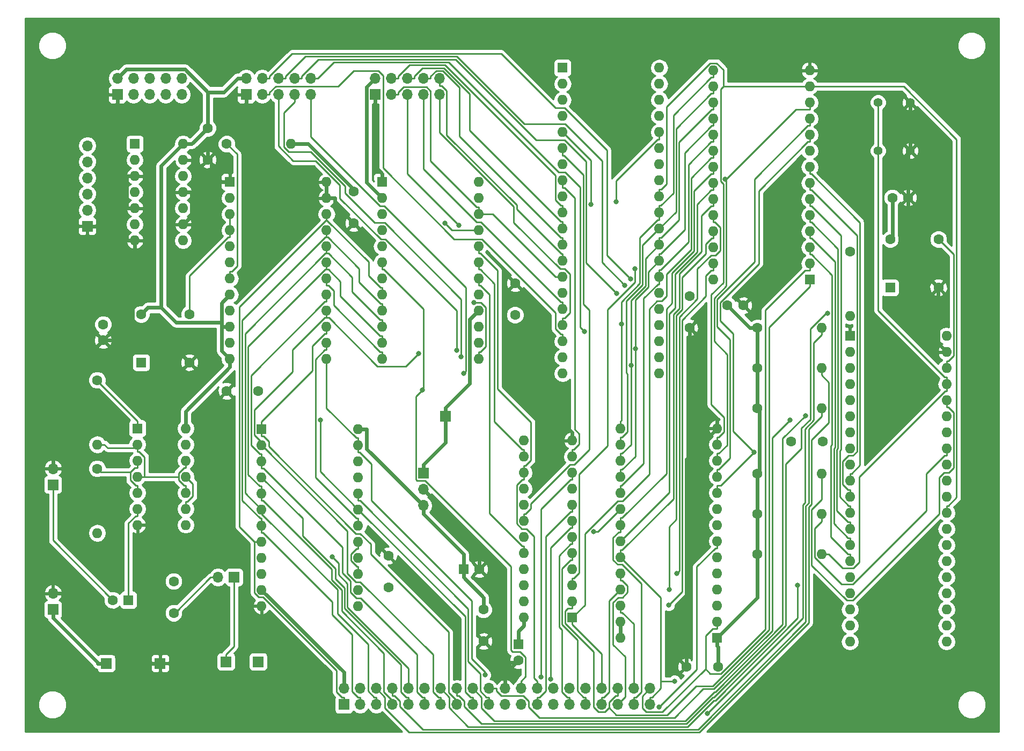
<source format=gbl>
G04 #@! TF.FileFunction,Copper,L2,Bot,Signal*
%FSLAX46Y46*%
G04 Gerber Fmt 4.6, Leading zero omitted, Abs format (unit mm)*
G04 Created by KiCad (PCBNEW 4.0.7) date 10/14/18 11:21:50*
%MOMM*%
%LPD*%
G01*
G04 APERTURE LIST*
%ADD10C,0.100000*%
%ADD11C,1.524000*%
%ADD12C,1.600000*%
%ADD13R,1.600000X1.600000*%
%ADD14R,1.700000X1.700000*%
%ADD15O,1.700000X1.700000*%
%ADD16O,1.600000X1.600000*%
%ADD17C,1.397000*%
%ADD18C,0.800000*%
%ADD19C,0.600000*%
%ADD20C,0.250000*%
%ADD21C,0.254000*%
G04 APERTURE END LIST*
D10*
D11*
X143500000Y-45770000D03*
X197000000Y-38270000D03*
X197000000Y-135770000D03*
X58000000Y-38270000D03*
X90500000Y-62270000D03*
X54500000Y-118270000D03*
X58000000Y-135770000D03*
D12*
X176500000Y-97500000D03*
X171500000Y-97500000D03*
X87500000Y-89500000D03*
X82500000Y-89500000D03*
X155500000Y-74500000D03*
X155500000Y-79500000D03*
X123000000Y-129000000D03*
X123000000Y-124000000D03*
X102500000Y-63000000D03*
X102500000Y-58000000D03*
X108000000Y-120500000D03*
X108000000Y-115500000D03*
X128000000Y-77500000D03*
X128000000Y-72500000D03*
X155000000Y-133000000D03*
X160000000Y-133000000D03*
X79500000Y-48000000D03*
X79500000Y-53000000D03*
X74130000Y-119535000D03*
X74130000Y-124535000D03*
X164000000Y-76000000D03*
X161500000Y-76000000D03*
D13*
X67000000Y-122500000D03*
D12*
X64500000Y-122500000D03*
D13*
X119850000Y-117630000D03*
D12*
X122350000Y-117630000D03*
D13*
X128500000Y-129500000D03*
D12*
X128500000Y-132000000D03*
D14*
X65240000Y-42700000D03*
D15*
X65240000Y-40160000D03*
X67780000Y-42700000D03*
X67780000Y-40160000D03*
X70320000Y-42700000D03*
X70320000Y-40160000D03*
X72860000Y-42700000D03*
X72860000Y-40160000D03*
X75400000Y-42700000D03*
X75400000Y-40160000D03*
D14*
X85560000Y-42700000D03*
D15*
X85560000Y-40160000D03*
X88100000Y-42700000D03*
X88100000Y-40160000D03*
X90640000Y-42700000D03*
X90640000Y-40160000D03*
X93180000Y-42700000D03*
X93180000Y-40160000D03*
X95720000Y-42700000D03*
X95720000Y-40160000D03*
D14*
X105880000Y-42700000D03*
D15*
X105880000Y-40160000D03*
X108420000Y-42700000D03*
X108420000Y-40160000D03*
X110960000Y-42700000D03*
X110960000Y-40160000D03*
X113500000Y-42700000D03*
X113500000Y-40160000D03*
X116040000Y-42700000D03*
X116040000Y-40160000D03*
D14*
X82385000Y-132235000D03*
X87465000Y-132235000D03*
X117000000Y-93500000D03*
X63500000Y-132500000D03*
X72000000Y-132500000D03*
X55080000Y-104295000D03*
D15*
X55080000Y-101755000D03*
D14*
X101000000Y-139000000D03*
D15*
X101000000Y-136460000D03*
X103540000Y-139000000D03*
X103540000Y-136460000D03*
X106080000Y-139000000D03*
X106080000Y-136460000D03*
X108620000Y-139000000D03*
X108620000Y-136460000D03*
X111160000Y-139000000D03*
X111160000Y-136460000D03*
X113700000Y-139000000D03*
X113700000Y-136460000D03*
X116240000Y-139000000D03*
X116240000Y-136460000D03*
X118780000Y-139000000D03*
X118780000Y-136460000D03*
X121320000Y-139000000D03*
X121320000Y-136460000D03*
X123860000Y-139000000D03*
X123860000Y-136460000D03*
X126400000Y-139000000D03*
X126400000Y-136460000D03*
X128940000Y-139000000D03*
X128940000Y-136460000D03*
X131480000Y-139000000D03*
X131480000Y-136460000D03*
X134020000Y-139000000D03*
X134020000Y-136460000D03*
X136560000Y-139000000D03*
X136560000Y-136460000D03*
X139100000Y-139000000D03*
X139100000Y-136460000D03*
X141640000Y-139000000D03*
X141640000Y-136460000D03*
X144180000Y-139000000D03*
X144180000Y-136460000D03*
X146720000Y-139000000D03*
X146720000Y-136460000D03*
X149260000Y-139000000D03*
X149260000Y-136460000D03*
D14*
X55080000Y-123980000D03*
D15*
X55080000Y-121440000D03*
D14*
X83655000Y-118900000D03*
D15*
X81115000Y-118900000D03*
D12*
X166205000Y-92230000D03*
D16*
X176365000Y-92230000D03*
D12*
X166205000Y-85880000D03*
D16*
X176365000Y-85880000D03*
D12*
X82500000Y-50500000D03*
D16*
X92660000Y-50500000D03*
D12*
X166205000Y-79530000D03*
D16*
X176365000Y-79530000D03*
D12*
X180810000Y-67465000D03*
D16*
X180810000Y-77625000D03*
D12*
X166205000Y-102580000D03*
D16*
X176365000Y-102580000D03*
D12*
X166205000Y-115280000D03*
D16*
X176365000Y-115280000D03*
D12*
X166205000Y-108930000D03*
D16*
X176365000Y-108930000D03*
D12*
X62065000Y-101755000D03*
D16*
X62065000Y-111915000D03*
D12*
X62065000Y-87785000D03*
D16*
X62065000Y-97945000D03*
D17*
X185255000Y-43970000D03*
X190335000Y-43970000D03*
X185255000Y-51590000D03*
X190335000Y-51590000D03*
D13*
X187160000Y-73180000D03*
D12*
X187160000Y-65560000D03*
X194780000Y-65560000D03*
X194780000Y-73180000D03*
D13*
X180810000Y-80800000D03*
D16*
X196050000Y-129060000D03*
X180810000Y-83340000D03*
X196050000Y-126520000D03*
X180810000Y-85880000D03*
X196050000Y-123980000D03*
X180810000Y-88420000D03*
X196050000Y-121440000D03*
X180810000Y-90960000D03*
X196050000Y-118900000D03*
X180810000Y-93500000D03*
X196050000Y-116360000D03*
X180810000Y-96040000D03*
X196050000Y-113820000D03*
X180810000Y-98580000D03*
X196050000Y-111280000D03*
X180810000Y-101120000D03*
X196050000Y-108740000D03*
X180810000Y-103660000D03*
X196050000Y-106200000D03*
X180810000Y-106200000D03*
X196050000Y-103660000D03*
X180810000Y-108740000D03*
X196050000Y-101120000D03*
X180810000Y-111280000D03*
X196050000Y-98580000D03*
X180810000Y-113820000D03*
X196050000Y-96040000D03*
X180810000Y-116360000D03*
X196050000Y-93500000D03*
X180810000Y-118900000D03*
X196050000Y-90960000D03*
X180810000Y-121440000D03*
X196050000Y-88420000D03*
X180810000Y-123980000D03*
X196050000Y-85880000D03*
X180810000Y-126520000D03*
X196050000Y-83340000D03*
X180810000Y-129060000D03*
X196050000Y-80800000D03*
D13*
X83000000Y-56500000D03*
D16*
X98240000Y-84440000D03*
X83000000Y-59040000D03*
X98240000Y-81900000D03*
X83000000Y-61580000D03*
X98240000Y-79360000D03*
X83000000Y-64120000D03*
X98240000Y-76820000D03*
X83000000Y-66660000D03*
X98240000Y-74280000D03*
X83000000Y-69200000D03*
X98240000Y-71740000D03*
X83000000Y-71740000D03*
X98240000Y-69200000D03*
X83000000Y-74280000D03*
X98240000Y-66660000D03*
X83000000Y-76820000D03*
X98240000Y-64120000D03*
X83000000Y-79360000D03*
X98240000Y-61580000D03*
X83000000Y-81900000D03*
X98240000Y-59040000D03*
X83000000Y-84440000D03*
X98240000Y-56500000D03*
D13*
X69000000Y-85000000D03*
D12*
X69000000Y-77380000D03*
X76620000Y-77380000D03*
X76620000Y-85000000D03*
D13*
X135500000Y-38500000D03*
D16*
X150740000Y-86760000D03*
X135500000Y-41040000D03*
X150740000Y-84220000D03*
X135500000Y-43580000D03*
X150740000Y-81680000D03*
X135500000Y-46120000D03*
X150740000Y-79140000D03*
X135500000Y-48660000D03*
X150740000Y-76600000D03*
X135500000Y-51200000D03*
X150740000Y-74060000D03*
X135500000Y-53740000D03*
X150740000Y-71520000D03*
X135500000Y-56280000D03*
X150740000Y-68980000D03*
X135500000Y-58820000D03*
X150740000Y-66440000D03*
X135500000Y-61360000D03*
X150740000Y-63900000D03*
X135500000Y-63900000D03*
X150740000Y-61360000D03*
X135500000Y-66440000D03*
X150740000Y-58820000D03*
X135500000Y-68980000D03*
X150740000Y-56280000D03*
X135500000Y-71520000D03*
X150740000Y-53740000D03*
X135500000Y-74060000D03*
X150740000Y-51200000D03*
X135500000Y-76600000D03*
X150740000Y-48660000D03*
X135500000Y-79140000D03*
X150740000Y-46120000D03*
X135500000Y-81680000D03*
X150740000Y-43580000D03*
X135500000Y-84220000D03*
X150740000Y-41040000D03*
X135500000Y-86760000D03*
X150740000Y-38500000D03*
D13*
X136995000Y-125250000D03*
D16*
X129375000Y-97310000D03*
X136995000Y-122710000D03*
X129375000Y-99850000D03*
X136995000Y-120170000D03*
X129375000Y-102390000D03*
X136995000Y-117630000D03*
X129375000Y-104930000D03*
X136995000Y-115090000D03*
X129375000Y-107470000D03*
X136995000Y-112550000D03*
X129375000Y-110010000D03*
X136995000Y-110010000D03*
X129375000Y-112550000D03*
X136995000Y-107470000D03*
X129375000Y-115090000D03*
X136995000Y-104930000D03*
X129375000Y-117630000D03*
X136995000Y-102390000D03*
X129375000Y-120170000D03*
X136995000Y-99850000D03*
X129375000Y-122710000D03*
X136995000Y-97310000D03*
X129375000Y-125250000D03*
D13*
X88000000Y-95500000D03*
D16*
X103240000Y-123440000D03*
X88000000Y-98040000D03*
X103240000Y-120900000D03*
X88000000Y-100580000D03*
X103240000Y-118360000D03*
X88000000Y-103120000D03*
X103240000Y-115820000D03*
X88000000Y-105660000D03*
X103240000Y-113280000D03*
X88000000Y-108200000D03*
X103240000Y-110740000D03*
X88000000Y-110740000D03*
X103240000Y-108200000D03*
X88000000Y-113280000D03*
X103240000Y-105660000D03*
X88000000Y-115820000D03*
X103240000Y-103120000D03*
X88000000Y-118360000D03*
X103240000Y-100580000D03*
X88000000Y-120900000D03*
X103240000Y-98040000D03*
X88000000Y-123440000D03*
X103240000Y-95500000D03*
D13*
X107000000Y-56500000D03*
D16*
X122240000Y-84440000D03*
X107000000Y-59040000D03*
X122240000Y-81900000D03*
X107000000Y-61580000D03*
X122240000Y-79360000D03*
X107000000Y-64120000D03*
X122240000Y-76820000D03*
X107000000Y-66660000D03*
X122240000Y-74280000D03*
X107000000Y-69200000D03*
X122240000Y-71740000D03*
X107000000Y-71740000D03*
X122240000Y-69200000D03*
X107000000Y-74280000D03*
X122240000Y-66660000D03*
X107000000Y-76820000D03*
X122240000Y-64120000D03*
X107000000Y-79360000D03*
X122240000Y-61580000D03*
X107000000Y-81900000D03*
X122240000Y-59040000D03*
X107000000Y-84440000D03*
X122240000Y-56500000D03*
D13*
X68000000Y-50500000D03*
D16*
X75620000Y-65740000D03*
X68000000Y-53040000D03*
X75620000Y-63200000D03*
X68000000Y-55580000D03*
X75620000Y-60660000D03*
X68000000Y-58120000D03*
X75620000Y-58120000D03*
X68000000Y-60660000D03*
X75620000Y-55580000D03*
X68000000Y-63200000D03*
X75620000Y-53040000D03*
X68000000Y-65740000D03*
X75620000Y-50500000D03*
D13*
X174460000Y-71910000D03*
D16*
X159220000Y-38890000D03*
X174460000Y-69370000D03*
X159220000Y-41430000D03*
X174460000Y-66830000D03*
X159220000Y-43970000D03*
X174460000Y-64290000D03*
X159220000Y-46510000D03*
X174460000Y-61750000D03*
X159220000Y-49050000D03*
X174460000Y-59210000D03*
X159220000Y-51590000D03*
X174460000Y-56670000D03*
X159220000Y-54130000D03*
X174460000Y-54130000D03*
X159220000Y-56670000D03*
X174460000Y-51590000D03*
X159220000Y-59210000D03*
X174460000Y-49050000D03*
X159220000Y-61750000D03*
X174460000Y-46510000D03*
X159220000Y-64290000D03*
X174460000Y-43970000D03*
X159220000Y-66830000D03*
X174460000Y-41430000D03*
X159220000Y-69370000D03*
X174460000Y-38890000D03*
X159220000Y-71910000D03*
D13*
X159855000Y-128425000D03*
D16*
X144615000Y-95405000D03*
X159855000Y-125885000D03*
X144615000Y-97945000D03*
X159855000Y-123345000D03*
X144615000Y-100485000D03*
X159855000Y-120805000D03*
X144615000Y-103025000D03*
X159855000Y-118265000D03*
X144615000Y-105565000D03*
X159855000Y-115725000D03*
X144615000Y-108105000D03*
X159855000Y-113185000D03*
X144615000Y-110645000D03*
X159855000Y-110645000D03*
X144615000Y-113185000D03*
X159855000Y-108105000D03*
X144615000Y-115725000D03*
X159855000Y-105565000D03*
X144615000Y-118265000D03*
X159855000Y-103025000D03*
X144615000Y-120805000D03*
X159855000Y-100485000D03*
X144615000Y-123345000D03*
X159855000Y-97945000D03*
X144615000Y-125885000D03*
X159855000Y-95405000D03*
X144615000Y-128425000D03*
D13*
X68415000Y-95405000D03*
D16*
X76035000Y-110645000D03*
X68415000Y-97945000D03*
X76035000Y-108105000D03*
X68415000Y-100485000D03*
X76035000Y-105565000D03*
X68415000Y-103025000D03*
X76035000Y-103025000D03*
X68415000Y-105565000D03*
X76035000Y-100485000D03*
X68415000Y-108105000D03*
X76035000Y-97945000D03*
X68415000Y-110645000D03*
X76035000Y-95405000D03*
D14*
X60500000Y-63500000D03*
D15*
X60500000Y-60960000D03*
X60500000Y-58420000D03*
X60500000Y-55880000D03*
X60500000Y-53340000D03*
X60500000Y-50800000D03*
D12*
X187500000Y-59000000D03*
X190000000Y-59000000D03*
X63000000Y-79000000D03*
X63000000Y-81500000D03*
D14*
X113500000Y-102500000D03*
D15*
X113500000Y-105040000D03*
X113500000Y-107580000D03*
D11*
X53000000Y-118270000D03*
X187000000Y-82770000D03*
D18*
X146203300Y-71787900D03*
X118768500Y-83053700D03*
X145329700Y-72826100D03*
X119503000Y-84074900D03*
X144030100Y-74126100D03*
X119913500Y-86740500D03*
X138938300Y-80136400D03*
X119104900Y-63393500D03*
X99132500Y-115709300D03*
X161138000Y-56089900D03*
X158342200Y-140390000D03*
X144761400Y-78948100D03*
X121508700Y-75550000D03*
X146265000Y-85416100D03*
X123240800Y-134333300D03*
X143911500Y-59610800D03*
X112803700Y-83557700D03*
X146990400Y-82828500D03*
X172539700Y-120170500D03*
X177277600Y-77258200D03*
X165676100Y-99197500D03*
X116947100Y-63025600D03*
X97241900Y-94053000D03*
X173822300Y-93385500D03*
X171340500Y-94055900D03*
X132067700Y-134666000D03*
X150724600Y-139382800D03*
X139963500Y-60030100D03*
X133607500Y-134998600D03*
X152296800Y-120805000D03*
X153531000Y-118265000D03*
X146938500Y-70199400D03*
X153132500Y-135282200D03*
X140370800Y-111703400D03*
X152245000Y-123284800D03*
X113336100Y-89365100D03*
D19*
X144615000Y-128425000D02*
X144615000Y-125885000D01*
X160000000Y-129870300D02*
X160000000Y-133000000D01*
X159855000Y-129725300D02*
X160000000Y-129870300D01*
X159855000Y-128425000D02*
X159855000Y-129725300D01*
X166205000Y-79530000D02*
X166205000Y-85880000D01*
X165030000Y-79530000D02*
X161500000Y-76000000D01*
X166205000Y-79530000D02*
X165030000Y-79530000D01*
X101000000Y-133900000D02*
X88000000Y-120900000D01*
X101000000Y-136460000D02*
X101000000Y-133900000D01*
X82053000Y-42316700D02*
X79500000Y-42316700D01*
X84209700Y-40160000D02*
X82053000Y-42316700D01*
X79500000Y-42316700D02*
X79500000Y-48000000D01*
X85560000Y-40160000D02*
X84209700Y-40160000D01*
X66640600Y-38759400D02*
X65240000Y-40160000D01*
X75942700Y-38759400D02*
X66640600Y-38759400D01*
X79500000Y-42316700D02*
X75942700Y-38759400D01*
X103240000Y-95500000D02*
X104540300Y-95500000D01*
X104529600Y-41510400D02*
X105880000Y-40160000D01*
X104529600Y-56569600D02*
X104529600Y-41510400D01*
X107000000Y-59040000D02*
X104529600Y-56569600D01*
X77000000Y-50500000D02*
X75620000Y-50500000D01*
X79500000Y-48000000D02*
X77000000Y-50500000D01*
X72173600Y-53946400D02*
X72173600Y-76351900D01*
X75620000Y-50500000D02*
X72173600Y-53946400D01*
X70028100Y-76351900D02*
X72173600Y-76351900D01*
X69000000Y-77380000D02*
X70028100Y-76351900D01*
X74523700Y-78702000D02*
X81685400Y-78702000D01*
X72173600Y-76351900D02*
X74523700Y-78702000D01*
X81685400Y-75594600D02*
X83000000Y-74280000D01*
X81685400Y-78702000D02*
X81685400Y-75594600D01*
X83000000Y-79360000D02*
X81699700Y-79360000D01*
X81685400Y-79345700D02*
X81685400Y-78702000D01*
X81699700Y-79360000D02*
X81685400Y-79345700D01*
X81699700Y-83139700D02*
X81699700Y-79360000D01*
X83000000Y-84440000D02*
X81699700Y-83139700D01*
X76035000Y-92705300D02*
X83000000Y-85740300D01*
X76035000Y-95405000D02*
X76035000Y-92705300D01*
X83000000Y-84440000D02*
X83000000Y-85740300D01*
X113500000Y-107580000D02*
X113500000Y-108930300D01*
X95353400Y-50500000D02*
X92660000Y-50500000D01*
X102500000Y-57646600D02*
X95353400Y-50500000D01*
X102500000Y-58000000D02*
X102500000Y-57646600D01*
X128500000Y-127425300D02*
X128500000Y-129500000D01*
X129375000Y-126550300D02*
X128500000Y-127425300D01*
X129375000Y-125250000D02*
X129375000Y-126550300D01*
X187500000Y-65220000D02*
X187500000Y-59000000D01*
X187160000Y-65560000D02*
X187500000Y-65220000D01*
X104540300Y-98620300D02*
X104540300Y-95500000D01*
X113500000Y-107580000D02*
X104540300Y-98620300D01*
X166205000Y-122075000D02*
X166205000Y-115280000D01*
X159855000Y-128425000D02*
X166205000Y-122075000D01*
X62149700Y-132400000D02*
X62149700Y-132500000D01*
X55080000Y-125330300D02*
X62149700Y-132400000D01*
X55080000Y-123980000D02*
X55080000Y-125330300D01*
X63500000Y-132500000D02*
X62149700Y-132500000D01*
X119850000Y-115280300D02*
X119850000Y-117630000D01*
X113500000Y-108930300D02*
X119850000Y-115280300D01*
X123000000Y-122080300D02*
X123000000Y-124000000D01*
X119850000Y-118930300D02*
X123000000Y-122080300D01*
X119850000Y-117630000D02*
X119850000Y-118930300D01*
X166205000Y-115280000D02*
X166205000Y-108930000D01*
X166205000Y-108930000D02*
X166205000Y-102580000D01*
X166576400Y-92601400D02*
X166205000Y-92230000D01*
X166576400Y-102208600D02*
X166576400Y-92601400D01*
X166205000Y-102580000D02*
X166576400Y-102208600D01*
X166205000Y-92230000D02*
X166205000Y-85880000D01*
X75620000Y-58120000D02*
X76920300Y-58120000D01*
X83000000Y-56500000D02*
X81699700Y-56500000D01*
X81699700Y-56500000D02*
X80120000Y-54920300D01*
X80120000Y-53620000D02*
X79500000Y-53000000D01*
X80120000Y-54920300D02*
X80120000Y-53620000D01*
X190335000Y-43970000D02*
X190335000Y-51590000D01*
X126400000Y-136460000D02*
X126400000Y-135109700D01*
X79500000Y-51000000D02*
X79500000Y-53000000D01*
X85560000Y-44940000D02*
X79500000Y-51000000D01*
X85560000Y-42700000D02*
X85560000Y-44940000D01*
X68000000Y-55580000D02*
X66699700Y-55580000D01*
X65240000Y-54120300D02*
X66699700Y-55580000D01*
X65240000Y-42700000D02*
X65240000Y-54120300D01*
X80120000Y-54920300D02*
X76920300Y-58120000D01*
X76920300Y-61899700D02*
X75620000Y-63200000D01*
X76920300Y-58120000D02*
X76920300Y-61899700D01*
X126400000Y-135109700D02*
X126400000Y-132400000D01*
X128100000Y-132400000D02*
X126400000Y-132400000D01*
X128500000Y-132000000D02*
X128100000Y-132400000D01*
X126400000Y-132400000D02*
X123000000Y-129000000D01*
X194697500Y-73262500D02*
X194780000Y-73180000D01*
X194697500Y-81987500D02*
X194697500Y-73262500D01*
X196050000Y-83340000D02*
X194697500Y-81987500D01*
X59589700Y-121440000D02*
X70649700Y-132500000D01*
X55080000Y-121440000D02*
X59589700Y-121440000D01*
X72000000Y-132500000D02*
X70649700Y-132500000D01*
X68000000Y-65740000D02*
X68000000Y-67040300D01*
X67679700Y-67360600D02*
X67679700Y-81500000D01*
X68000000Y-67040300D02*
X67679700Y-67360600D01*
X73120000Y-81500000D02*
X76620000Y-85000000D01*
X67679700Y-81500000D02*
X73120000Y-81500000D01*
X68000000Y-60660000D02*
X66699700Y-60660000D01*
X66699700Y-55580000D02*
X66699700Y-60660000D01*
X60500000Y-63500000D02*
X61850300Y-63500000D01*
X66699700Y-60660000D02*
X64809900Y-62549800D01*
X64809800Y-62549800D02*
X64809900Y-62549800D01*
X62800500Y-62549800D02*
X64809800Y-62549800D01*
X61850300Y-63500000D02*
X62800500Y-62549800D01*
X66699700Y-64439700D02*
X66699700Y-65740000D01*
X64809900Y-62549800D02*
X66699700Y-64439700D01*
X68000000Y-65740000D02*
X66699700Y-65740000D01*
X105880000Y-54079700D02*
X105880000Y-42700000D01*
X107000000Y-55199700D02*
X105880000Y-54079700D01*
X107000000Y-56500000D02*
X107000000Y-55199700D01*
X190000000Y-68400000D02*
X190000000Y-59000000D01*
X194780000Y-73180000D02*
X190000000Y-68400000D01*
X190000000Y-51925000D02*
X190335000Y-51590000D01*
X190000000Y-59000000D02*
X190000000Y-51925000D01*
X130178700Y-74678700D02*
X128000000Y-72500000D01*
X130178700Y-89193400D02*
X130178700Y-74678700D01*
X136995000Y-96009700D02*
X130178700Y-89193400D01*
X136995000Y-97310000D02*
X136995000Y-96009700D01*
X98240000Y-56500000D02*
X98240000Y-59040000D01*
X99540300Y-60040300D02*
X102500000Y-63000000D01*
X99540300Y-59040000D02*
X99540300Y-60040300D01*
X98240000Y-59040000D02*
X99540300Y-59040000D01*
X122350000Y-113890000D02*
X122350000Y-117630000D01*
X113500000Y-105040000D02*
X122350000Y-113890000D01*
X155500000Y-89749700D02*
X155500000Y-79500000D01*
X159855000Y-94104700D02*
X155500000Y-89749700D01*
X159855000Y-95405000D02*
X159855000Y-94104700D01*
X63000000Y-81500000D02*
X67679700Y-81500000D01*
X55080000Y-89420000D02*
X55080000Y-101755000D01*
X63000000Y-81500000D02*
X55080000Y-89420000D01*
X155000000Y-100260000D02*
X159855000Y-95405000D01*
X155000000Y-133000000D02*
X155000000Y-100260000D01*
X113500000Y-102500000D02*
X113500000Y-101149700D01*
X117000000Y-97649700D02*
X117000000Y-93500000D01*
X113500000Y-101149700D02*
X117000000Y-97649700D01*
X120853700Y-78206300D02*
X122240000Y-76820000D01*
X120853700Y-88296000D02*
X120853700Y-78206300D01*
X117000000Y-92149700D02*
X120853700Y-88296000D01*
X117000000Y-93500000D02*
X117000000Y-92149700D01*
D20*
X74304700Y-124535000D02*
X74130000Y-124535000D01*
X79939700Y-118900000D02*
X74304700Y-124535000D01*
X81115000Y-118900000D02*
X79939700Y-118900000D01*
X67000000Y-110364000D02*
X67000000Y-122500000D01*
X68133700Y-109230300D02*
X67000000Y-110364000D01*
X68415000Y-109230300D02*
X68133700Y-109230300D01*
X68415000Y-108105000D02*
X68415000Y-109230300D01*
X76035000Y-105565000D02*
X76035000Y-104439700D01*
X76035000Y-100485000D02*
X76035000Y-101610300D01*
X74909700Y-103595700D02*
X74909700Y-103024900D01*
X75753700Y-104439700D02*
X74909700Y-103595700D01*
X76035000Y-104439700D02*
X75753700Y-104439700D01*
X75753600Y-101610300D02*
X76035000Y-101610300D01*
X74909700Y-102454200D02*
X75753600Y-101610300D01*
X74909700Y-103024900D02*
X74909700Y-102454200D01*
X68415000Y-103025000D02*
X69540300Y-103025000D01*
X68696300Y-99070300D02*
X68415000Y-99070300D01*
X69540300Y-99914300D02*
X68696300Y-99070300D01*
X69540300Y-103024900D02*
X69540300Y-99914300D01*
X74909700Y-103024900D02*
X69540300Y-103024900D01*
X69540300Y-103024900D02*
X69540300Y-103025000D01*
X68415000Y-97945000D02*
X68415000Y-98507600D01*
X68415000Y-98507600D02*
X68415000Y-99070300D01*
X63752900Y-98507600D02*
X63190300Y-97945000D01*
X68415000Y-98507600D02*
X63752900Y-98507600D01*
X62065000Y-97945000D02*
X63190300Y-97945000D01*
X55080000Y-113080000D02*
X64500000Y-122500000D01*
X55080000Y-104295000D02*
X55080000Y-113080000D01*
X135500000Y-81680000D02*
X135500000Y-80554700D01*
X88100000Y-42700000D02*
X89275300Y-42700000D01*
X135218600Y-80554700D02*
X135500000Y-80554700D01*
X134374700Y-79710800D02*
X135218600Y-80554700D01*
X134374700Y-77158600D02*
X134374700Y-79710800D01*
X122743500Y-65527400D02*
X134374700Y-77158600D01*
X118405900Y-65527400D02*
X122743500Y-65527400D01*
X107150000Y-54271500D02*
X118405900Y-65527400D01*
X107150000Y-39739200D02*
X107150000Y-54271500D01*
X106384500Y-38973700D02*
X107150000Y-39739200D01*
X102512600Y-38973700D02*
X106384500Y-38973700D01*
X100056300Y-41430000D02*
X102512600Y-38973700D01*
X90231800Y-41430000D02*
X100056300Y-41430000D01*
X89275300Y-42386500D02*
X90231800Y-41430000D01*
X89275300Y-42700000D02*
X89275300Y-42386500D01*
X88100000Y-40160000D02*
X89275300Y-40160000D01*
X142510800Y-68095400D02*
X146203300Y-71787900D01*
X142510800Y-51537700D02*
X142510800Y-68095400D01*
X135823100Y-44850000D02*
X142510800Y-51537700D01*
X134374600Y-44850000D02*
X135823100Y-44850000D01*
X125789800Y-36265200D02*
X134374600Y-44850000D01*
X92802800Y-36265200D02*
X125789800Y-36265200D01*
X89275300Y-39792700D02*
X92802800Y-36265200D01*
X89275300Y-40160000D02*
X89275300Y-39792700D01*
X118768500Y-76785800D02*
X118768500Y-83053700D01*
X107517300Y-65534600D02*
X118768500Y-76785800D01*
X106813600Y-65534600D02*
X107517300Y-65534600D01*
X100359900Y-59080900D02*
X106813600Y-65534600D01*
X100359900Y-57027800D02*
X100359900Y-59080900D01*
X96539400Y-53207300D02*
X100359900Y-57027800D01*
X92998600Y-53207300D02*
X96539400Y-53207300D01*
X90640000Y-50848700D02*
X92998600Y-53207300D01*
X90640000Y-42700000D02*
X90640000Y-50848700D01*
X90640000Y-40160000D02*
X91815300Y-40160000D01*
X141703500Y-69199900D02*
X145329700Y-72826100D01*
X141703500Y-53206600D02*
X141703500Y-69199900D01*
X135886900Y-47390000D02*
X141703500Y-53206600D01*
X129449800Y-47390000D02*
X135886900Y-47390000D01*
X118775400Y-36715600D02*
X129449800Y-47390000D01*
X94892400Y-36715600D02*
X118775400Y-36715600D01*
X91815300Y-39792700D02*
X94892400Y-36715600D01*
X91815300Y-40160000D02*
X91815300Y-39792700D01*
X93180000Y-42700000D02*
X93180000Y-43875300D01*
X91504000Y-45551300D02*
X93180000Y-43875300D01*
X91504000Y-51006200D02*
X91504000Y-45551300D01*
X92270800Y-51773000D02*
X91504000Y-51006200D01*
X95742000Y-51773000D02*
X92270800Y-51773000D01*
X101170100Y-57201100D02*
X95742000Y-51773000D01*
X101170100Y-58271500D02*
X101170100Y-57201100D01*
X105864700Y-62966100D02*
X101170100Y-58271500D01*
X107440800Y-62966100D02*
X105864700Y-62966100D01*
X119503000Y-75028300D02*
X107440800Y-62966100D01*
X119503000Y-84074900D02*
X119503000Y-75028300D01*
X93180000Y-40160000D02*
X94355300Y-40160000D01*
X139212100Y-69308100D02*
X144030100Y-74126100D01*
X139212100Y-53319000D02*
X139212100Y-69308100D01*
X135823100Y-49930000D02*
X139212100Y-53319000D01*
X131333400Y-49930000D02*
X135823100Y-49930000D01*
X118579900Y-37176500D02*
X131333400Y-49930000D01*
X96971400Y-37176500D02*
X118579900Y-37176500D01*
X94355300Y-39792600D02*
X96971400Y-37176500D01*
X94355300Y-40160000D02*
X94355300Y-39792600D01*
X120228300Y-86425700D02*
X119913500Y-86740500D01*
X120228300Y-73199000D02*
X120228300Y-86425700D01*
X107339300Y-60310000D02*
X120228300Y-73199000D01*
X106668300Y-60310000D02*
X107339300Y-60310000D01*
X95720000Y-49361700D02*
X106668300Y-60310000D01*
X95720000Y-42700000D02*
X95720000Y-49361700D01*
X99428400Y-37626900D02*
X96895300Y-40160000D01*
X117521300Y-37626900D02*
X99428400Y-37626900D01*
X134904400Y-55010000D02*
X117521300Y-37626900D01*
X135891900Y-55010000D02*
X134904400Y-55010000D01*
X138241400Y-57359500D02*
X135891900Y-55010000D01*
X138241400Y-79439500D02*
X138241400Y-57359500D01*
X138938300Y-80136400D02*
X138241400Y-79439500D01*
X95720000Y-40160000D02*
X96895300Y-40160000D01*
X135500000Y-71520000D02*
X134374700Y-71520000D01*
X108420000Y-42700000D02*
X109595300Y-42700000D01*
X124434700Y-61580000D02*
X134374700Y-71520000D01*
X122240000Y-61580000D02*
X124434700Y-61580000D01*
X109595300Y-42332600D02*
X109595300Y-42700000D01*
X110403200Y-41524700D02*
X109595300Y-42332600D01*
X114014700Y-41524700D02*
X110403200Y-41524700D01*
X114675400Y-42185400D02*
X114014700Y-41524700D01*
X114675400Y-53171400D02*
X114675400Y-42185400D01*
X121958700Y-60454700D02*
X114675400Y-53171400D01*
X122240000Y-60454700D02*
X121958700Y-60454700D01*
X122240000Y-61580000D02*
X122240000Y-60454700D01*
X135500000Y-61360000D02*
X135500000Y-60234700D01*
X108420000Y-40160000D02*
X109595300Y-40160000D01*
X135218600Y-60234700D02*
X135500000Y-60234700D01*
X134374700Y-59390800D02*
X135218600Y-60234700D01*
X134374700Y-55489400D02*
X134374700Y-59390800D01*
X116962500Y-38077200D02*
X134374700Y-55489400D01*
X111310800Y-38077200D02*
X116962500Y-38077200D01*
X109595300Y-39792700D02*
X111310800Y-38077200D01*
X109595300Y-40160000D02*
X109595300Y-39792700D01*
X110960000Y-55248600D02*
X119104900Y-63393500D01*
X110960000Y-42700000D02*
X110960000Y-55248600D01*
X135500000Y-63900000D02*
X135500000Y-62774700D01*
X110960000Y-40160000D02*
X112135300Y-40160000D01*
X135218700Y-62774700D02*
X135500000Y-62774700D01*
X120828500Y-48384500D02*
X135218700Y-62774700D01*
X120828500Y-42580100D02*
X120828500Y-48384500D01*
X116775900Y-38527500D02*
X120828500Y-42580100D01*
X113402500Y-38527500D02*
X116775900Y-38527500D01*
X112135300Y-39794700D02*
X113402500Y-38527500D01*
X112135300Y-40160000D02*
X112135300Y-39794700D01*
X113500000Y-54439600D02*
X113500000Y-42700000D01*
X121910400Y-62850000D02*
X113500000Y-54439600D01*
X122609800Y-62850000D02*
X121910400Y-62850000D01*
X135234500Y-75474700D02*
X122609800Y-62850000D01*
X135500000Y-75474700D02*
X135234500Y-75474700D01*
X135500000Y-76600000D02*
X135500000Y-75474700D01*
X114675300Y-39854800D02*
X114675300Y-40160000D01*
X115552300Y-38977800D02*
X114675300Y-39854800D01*
X116589200Y-38977800D02*
X115552300Y-38977800D01*
X119181200Y-41569800D02*
X116589200Y-38977800D01*
X119181200Y-49277200D02*
X119181200Y-41569800D01*
X135218700Y-65314700D02*
X119181200Y-49277200D01*
X135500000Y-65314700D02*
X135218700Y-65314700D01*
X135500000Y-66440000D02*
X135500000Y-65314700D01*
X113500000Y-40160000D02*
X114675300Y-40160000D01*
X116040000Y-48679900D02*
X116040000Y-42700000D01*
X127745500Y-60385400D02*
X116040000Y-48679900D01*
X127745500Y-62895200D02*
X127745500Y-60385400D01*
X135100300Y-70250000D02*
X127745500Y-62895200D01*
X135826000Y-70250000D02*
X135100300Y-70250000D01*
X136636500Y-71060500D02*
X135826000Y-70250000D01*
X136636500Y-77159500D02*
X136636500Y-71060500D01*
X135781300Y-78014700D02*
X136636500Y-77159500D01*
X135500000Y-78014700D02*
X135781300Y-78014700D01*
X135500000Y-79140000D02*
X135500000Y-78014700D01*
X135500000Y-68980000D02*
X135500000Y-67854700D01*
X116040000Y-40160000D02*
X116040000Y-41335300D01*
X116407400Y-41335300D02*
X116040000Y-41335300D01*
X117215300Y-42143200D02*
X116407400Y-41335300D01*
X117215300Y-49138700D02*
X117215300Y-42143200D01*
X128248600Y-60172000D02*
X117215300Y-49138700D01*
X128248600Y-60808900D02*
X128248600Y-60172000D01*
X135294400Y-67854700D02*
X128248600Y-60808900D01*
X135500000Y-67854700D02*
X135294400Y-67854700D01*
X83655000Y-129789700D02*
X82385000Y-131059700D01*
X83655000Y-118900000D02*
X83655000Y-129789700D01*
X82385000Y-132235000D02*
X82385000Y-131059700D01*
X100152400Y-116729200D02*
X99132500Y-115709300D01*
X100152400Y-118502500D02*
X100152400Y-116729200D01*
X101547100Y-119897200D02*
X100152400Y-118502500D01*
X101547100Y-123637200D02*
X101547100Y-119897200D01*
X111160000Y-133250100D02*
X101547100Y-123637200D01*
X111160000Y-136460000D02*
X111160000Y-133250100D01*
X97958700Y-83025300D02*
X98240000Y-83025300D01*
X96488200Y-84495800D02*
X97958700Y-83025300D01*
X96488200Y-103144200D02*
X96488200Y-84495800D01*
X102958700Y-109614700D02*
X96488200Y-103144200D01*
X103240000Y-109614700D02*
X102958700Y-109614700D01*
X103240000Y-110740000D02*
X103240000Y-109614700D01*
X98240000Y-81900000D02*
X98240000Y-83025300D01*
X107000000Y-74280000D02*
X107000000Y-73154700D01*
X98240000Y-61580000D02*
X98240000Y-62502400D01*
X98252900Y-62515300D02*
X98240000Y-62502400D01*
X104869000Y-69131400D02*
X98252900Y-62515300D01*
X104869000Y-71274800D02*
X104869000Y-69131400D01*
X106748900Y-73154700D02*
X104869000Y-71274800D01*
X107000000Y-73154700D02*
X106748900Y-73154700D01*
X101000000Y-139000000D02*
X101000000Y-137824700D01*
X88000000Y-113280000D02*
X86874700Y-113280000D01*
X100632600Y-137824700D02*
X101000000Y-137824700D01*
X99824700Y-137016800D02*
X100632600Y-137824700D01*
X99824700Y-133609100D02*
X99824700Y-137016800D01*
X88241000Y-122025400D02*
X99824700Y-133609100D01*
X87512500Y-122025400D02*
X88241000Y-122025400D01*
X86874700Y-121387600D02*
X87512500Y-122025400D01*
X86874700Y-113280000D02*
X86874700Y-121387600D01*
X159855000Y-103025000D02*
X159855000Y-101899700D01*
X174460000Y-46510000D02*
X174460000Y-47635300D01*
X84508100Y-110913400D02*
X86874700Y-113280000D01*
X84508100Y-76260100D02*
X84508100Y-110913400D01*
X98252900Y-62515300D02*
X84508100Y-76260100D01*
X174178700Y-47635300D02*
X174460000Y-47635300D01*
X165746900Y-56067100D02*
X174178700Y-47635300D01*
X165746900Y-69154600D02*
X165746900Y-56067100D01*
X159862600Y-75038900D02*
X165746900Y-69154600D01*
X159862600Y-79320100D02*
X159862600Y-75038900D01*
X161918600Y-81376100D02*
X159862600Y-79320100D01*
X161918600Y-100117400D02*
X161918600Y-81376100D01*
X160136300Y-101899700D02*
X161918600Y-100117400D01*
X159855000Y-101899700D02*
X160136300Y-101899700D01*
X107000000Y-76820000D02*
X107000000Y-75694700D01*
X98240000Y-64120000D02*
X98240000Y-65245300D01*
X103540000Y-139000000D02*
X103540000Y-137824700D01*
X88000000Y-110740000D02*
X88000000Y-111865300D01*
X88000000Y-110740000D02*
X88000000Y-109614700D01*
X103172500Y-137824700D02*
X103540000Y-137824700D01*
X102310200Y-136962400D02*
X103172500Y-137824700D01*
X102310200Y-127958000D02*
X102310200Y-136962400D01*
X99134800Y-124782600D02*
X102310200Y-127958000D01*
X99134800Y-122800100D02*
X99134800Y-124782600D01*
X88200000Y-111865300D02*
X99134800Y-122800100D01*
X88000000Y-111865300D02*
X88200000Y-111865300D01*
X98456600Y-65245300D02*
X98240000Y-65245300D01*
X103412500Y-70201200D02*
X98456600Y-65245300D01*
X103412500Y-72358100D02*
X103412500Y-70201200D01*
X106749100Y-75694700D02*
X103412500Y-72358100D01*
X107000000Y-75694700D02*
X106749100Y-75694700D01*
X87786400Y-109614700D02*
X88000000Y-109614700D01*
X84958400Y-106786700D02*
X87786400Y-109614700D01*
X84958400Y-78336500D02*
X84958400Y-106786700D01*
X98049600Y-65245300D02*
X84958400Y-78336500D01*
X98240000Y-65245300D02*
X98049600Y-65245300D01*
X159855000Y-100485000D02*
X159855000Y-99359700D01*
X174460000Y-43970000D02*
X174460000Y-45095300D01*
X160136300Y-99359700D02*
X159855000Y-99359700D01*
X161468200Y-98027800D02*
X160136300Y-99359700D01*
X161468200Y-83718900D02*
X161468200Y-98027800D01*
X159409200Y-81659900D02*
X161468200Y-83718900D01*
X159409200Y-74855400D02*
X159409200Y-81659900D01*
X161328200Y-72936400D02*
X159409200Y-74855400D01*
X161328200Y-56089900D02*
X161328200Y-72936400D01*
X172322800Y-45095300D02*
X161328200Y-56089900D01*
X174460000Y-45095300D02*
X172322800Y-45095300D01*
X161328200Y-56089900D02*
X161138000Y-56089900D01*
X176365000Y-79530000D02*
X176365000Y-80655300D01*
X175119000Y-81901300D02*
X176365000Y-80655300D01*
X175119000Y-94119800D02*
X175119000Y-81901300D01*
X173719300Y-95519500D02*
X175119000Y-94119800D01*
X173719300Y-107155200D02*
X173719300Y-95519500D01*
X173404600Y-107469900D02*
X173719300Y-107155200D01*
X173404600Y-125327600D02*
X173404600Y-107469900D01*
X158342200Y-140390000D02*
X173404600Y-125327600D01*
X196050000Y-108740000D02*
X196050000Y-107614700D01*
X106080000Y-139000000D02*
X106080000Y-137824700D01*
X174460000Y-41430000D02*
X173334700Y-41430000D01*
X150740000Y-58820000D02*
X150740000Y-57694700D01*
X159855000Y-97945000D02*
X159855000Y-96819700D01*
X160825000Y-41430000D02*
X173334700Y-41430000D01*
X151021400Y-57694700D02*
X150740000Y-57694700D01*
X151865300Y-56850800D02*
X151021400Y-57694700D01*
X151865300Y-44644100D02*
X151865300Y-56850800D01*
X158745200Y-37764200D02*
X151865300Y-44644100D01*
X159785200Y-37764200D02*
X158745200Y-37764200D01*
X160825000Y-38804000D02*
X159785200Y-37764200D01*
X160825000Y-41430000D02*
X160825000Y-38804000D01*
X98521300Y-67785300D02*
X98240000Y-67785300D01*
X102306000Y-71570000D02*
X98521300Y-67785300D01*
X102306000Y-73822000D02*
X102306000Y-71570000D01*
X106718700Y-78234700D02*
X102306000Y-73822000D01*
X107000000Y-78234700D02*
X106718700Y-78234700D01*
X107000000Y-79360000D02*
X107000000Y-78234700D01*
X98240000Y-66660000D02*
X98240000Y-67785300D01*
X105777100Y-137824700D02*
X106080000Y-137824700D01*
X104810100Y-136857700D02*
X105777100Y-137824700D01*
X104810100Y-129447700D02*
X104810100Y-136857700D01*
X99980900Y-124618500D02*
X104810100Y-129447700D01*
X99980900Y-120878600D02*
X99980900Y-124618500D01*
X88000000Y-108897700D02*
X99980900Y-120878600D01*
X88000000Y-108200000D02*
X88000000Y-108897700D01*
X98047900Y-67785300D02*
X98240000Y-67785300D01*
X85408700Y-80424500D02*
X98047900Y-67785300D01*
X85408700Y-105608700D02*
X85408700Y-80424500D01*
X88000000Y-108200000D02*
X85408700Y-105608700D01*
X189274200Y-41430000D02*
X174460000Y-41430000D01*
X197633800Y-49789600D02*
X189274200Y-41430000D01*
X197633800Y-106312200D02*
X197633800Y-49789600D01*
X196331300Y-107614700D02*
X197633800Y-106312200D01*
X196050000Y-107614700D02*
X196331300Y-107614700D01*
X160097100Y-96819700D02*
X159855000Y-96819700D01*
X160993600Y-95923200D02*
X160097100Y-96819700D01*
X160993600Y-93684200D02*
X160993600Y-95923200D01*
X158958800Y-91649400D02*
X160993600Y-93684200D01*
X158958800Y-74246200D02*
X158958800Y-91649400D01*
X160825000Y-72380000D02*
X158958800Y-74246200D01*
X160825000Y-56802600D02*
X160825000Y-72380000D01*
X160412700Y-56390300D02*
X160825000Y-56802600D01*
X160412700Y-41842300D02*
X160412700Y-56390300D01*
X160825000Y-41430000D02*
X160412700Y-41842300D01*
X176365000Y-85880000D02*
X176365000Y-87005300D01*
X107444600Y-137824600D02*
X106080000Y-136460000D01*
X107444600Y-139538200D02*
X107444600Y-137824600D01*
X111287200Y-143380800D02*
X107444600Y-139538200D01*
X157040800Y-143380800D02*
X111287200Y-143380800D01*
X174305200Y-126116400D02*
X157040800Y-143380800D01*
X174305200Y-107843100D02*
X174305200Y-126116400D01*
X174755500Y-107392800D02*
X174305200Y-107843100D01*
X174755500Y-97241800D02*
X174755500Y-107392800D01*
X177501200Y-94496100D02*
X174755500Y-97241800D01*
X177501200Y-88141500D02*
X177501200Y-94496100D01*
X176365000Y-87005300D02*
X177501200Y-88141500D01*
X159220000Y-38890000D02*
X159220000Y-40015300D01*
X150740000Y-61360000D02*
X150740000Y-60234700D01*
X150740000Y-61360000D02*
X150740000Y-62485300D01*
X144615000Y-95405000D02*
X144615000Y-94279700D01*
X98521300Y-70325300D02*
X98240000Y-70325300D01*
X100453900Y-72257900D02*
X98521300Y-70325300D01*
X100453900Y-74509900D02*
X100453900Y-72257900D01*
X106718700Y-80774700D02*
X100453900Y-74509900D01*
X107000000Y-80774700D02*
X106718700Y-80774700D01*
X107000000Y-81900000D02*
X107000000Y-80774700D01*
X98240000Y-69200000D02*
X98240000Y-70325300D01*
X87718700Y-104534700D02*
X88000000Y-104534700D01*
X85880800Y-102696800D02*
X87718700Y-104534700D01*
X85880800Y-82486800D02*
X85880800Y-102696800D01*
X98042300Y-70325300D02*
X85880800Y-82486800D01*
X98240000Y-70325300D02*
X98042300Y-70325300D01*
X88000000Y-105660000D02*
X88000000Y-106785300D01*
X88000000Y-105660000D02*
X88000000Y-104534700D01*
X108620000Y-138347600D02*
X108620000Y-139000000D01*
X107255400Y-136983000D02*
X108620000Y-138347600D01*
X107255400Y-130882800D02*
X107255400Y-136983000D01*
X100631400Y-124258800D02*
X107255400Y-130882800D01*
X100631400Y-120892100D02*
X100631400Y-124258800D01*
X99026900Y-119287600D02*
X100631400Y-120892100D01*
X99026900Y-117629700D02*
X99026900Y-119287600D01*
X88182500Y-106785300D02*
X99026900Y-117629700D01*
X88000000Y-106785300D02*
X88182500Y-106785300D01*
X158938700Y-40015300D02*
X159220000Y-40015300D01*
X152964400Y-45989600D02*
X158938700Y-40015300D01*
X152964400Y-58270900D02*
X152964400Y-45989600D01*
X151000600Y-60234700D02*
X152964400Y-58270900D01*
X150740000Y-60234700D02*
X151000600Y-60234700D01*
X144761400Y-94133300D02*
X144761400Y-78948100D01*
X144615000Y-94279700D02*
X144761400Y-94133300D01*
X150458700Y-62485300D02*
X150740000Y-62485300D01*
X147663800Y-65280200D02*
X150458700Y-62485300D01*
X147663800Y-72526800D02*
X147663800Y-65280200D01*
X144761400Y-75429200D02*
X147663800Y-72526800D01*
X144761400Y-78948100D02*
X144761400Y-75429200D01*
X176365000Y-92230000D02*
X176365000Y-93355300D01*
X108620000Y-136460000D02*
X108620000Y-137635300D01*
X176365000Y-93510700D02*
X176365000Y-93355300D01*
X174305200Y-95570500D02*
X176365000Y-93510700D01*
X174305200Y-107206200D02*
X174305200Y-95570500D01*
X173854900Y-107656500D02*
X174305200Y-107206200D01*
X173854900Y-125924900D02*
X173854900Y-107656500D01*
X156849300Y-142930500D02*
X173854900Y-125924900D01*
X113427800Y-142930500D02*
X156849300Y-142930500D01*
X109795300Y-139298000D02*
X113427800Y-142930500D01*
X109795300Y-138443200D02*
X109795300Y-139298000D01*
X108987400Y-137635300D02*
X109795300Y-138443200D01*
X108620000Y-137635300D02*
X108987400Y-137635300D01*
X106718700Y-83314700D02*
X107000000Y-83314700D01*
X99365300Y-75961300D02*
X106718700Y-83314700D01*
X99365300Y-73709200D02*
X99365300Y-75961300D01*
X98521400Y-72865300D02*
X99365300Y-73709200D01*
X98240000Y-72865300D02*
X98521400Y-72865300D01*
X107000000Y-84440000D02*
X107000000Y-83314700D01*
X98240000Y-71740000D02*
X98240000Y-72865300D01*
X144615000Y-97945000D02*
X144615000Y-96819700D01*
X110792600Y-137824700D02*
X111160000Y-137824700D01*
X109984700Y-137016800D02*
X110792600Y-137824700D01*
X109984700Y-132711700D02*
X109984700Y-137016800D01*
X101081900Y-123808900D02*
X109984700Y-132711700D01*
X101081900Y-120626000D02*
X101081900Y-123808900D01*
X99636100Y-119180200D02*
X101081900Y-120626000D01*
X99636100Y-117503200D02*
X99636100Y-119180200D01*
X94479900Y-112347000D02*
X99636100Y-117503200D01*
X94479900Y-109599900D02*
X94479900Y-112347000D01*
X88000000Y-103120000D02*
X94479900Y-109599900D01*
X111160000Y-139000000D02*
X111160000Y-137824700D01*
X158938700Y-42555300D02*
X159220000Y-42555300D01*
X153414800Y-48079200D02*
X158938700Y-42555300D01*
X153414800Y-61225200D02*
X153414800Y-48079200D01*
X150740000Y-63900000D02*
X153414800Y-61225200D01*
X159220000Y-41430000D02*
X159220000Y-42555300D01*
X148114100Y-66525900D02*
X150740000Y-63900000D01*
X148114100Y-72713400D02*
X148114100Y-66525900D01*
X145539700Y-75287800D02*
X148114100Y-72713400D01*
X145539700Y-86632900D02*
X145539700Y-75287800D01*
X145740300Y-86833500D02*
X145539700Y-86632900D01*
X145740300Y-95975700D02*
X145740300Y-86833500D01*
X144896300Y-96819700D02*
X145740300Y-95975700D01*
X144615000Y-96819700D02*
X144896300Y-96819700D01*
X122240000Y-84440000D02*
X122240000Y-83314700D01*
X122590200Y-75550000D02*
X121508700Y-75550000D01*
X123365400Y-76325200D02*
X122590200Y-75550000D01*
X123365400Y-82470600D02*
X123365400Y-76325200D01*
X122521300Y-83314700D02*
X123365400Y-82470600D01*
X122240000Y-83314700D02*
X122521300Y-83314700D01*
X113700000Y-139000000D02*
X113700000Y-137824700D01*
X150740000Y-66440000D02*
X150740000Y-65314700D01*
X159220000Y-43970000D02*
X159220000Y-45095300D01*
X159015700Y-45095300D02*
X159220000Y-45095300D01*
X153865200Y-50245800D02*
X159015700Y-45095300D01*
X153865200Y-62470800D02*
X153865200Y-50245800D01*
X151021300Y-65314700D02*
X153865200Y-62470800D01*
X150740000Y-65314700D02*
X151021300Y-65314700D01*
X144615000Y-100485000D02*
X144615000Y-99359700D01*
X146265000Y-97991000D02*
X146265000Y-85416100D01*
X144896300Y-99359700D02*
X146265000Y-97991000D01*
X144615000Y-99359700D02*
X144896300Y-99359700D01*
X97958700Y-75405300D02*
X98240000Y-75405300D01*
X86331200Y-87032800D02*
X97958700Y-75405300D01*
X86331200Y-98067200D02*
X86331200Y-87032800D01*
X87718700Y-99454700D02*
X86331200Y-98067200D01*
X88000000Y-99454700D02*
X87718700Y-99454700D01*
X113332600Y-137824700D02*
X113700000Y-137824700D01*
X112524700Y-137016800D02*
X113332600Y-137824700D01*
X112524700Y-131053300D02*
X112524700Y-137016800D01*
X103641400Y-122170000D02*
X112524700Y-131053300D01*
X102917400Y-122170000D02*
X103641400Y-122170000D01*
X101997500Y-121250100D02*
X102917400Y-122170000D01*
X101997500Y-119485400D02*
X101997500Y-121250100D01*
X100761700Y-118249600D02*
X101997500Y-119485400D01*
X100761700Y-114185700D02*
X100761700Y-118249600D01*
X88281300Y-101705300D02*
X100761700Y-114185700D01*
X88000000Y-101705300D02*
X88281300Y-101705300D01*
X88000000Y-100580000D02*
X88000000Y-101705300D01*
X88000000Y-100580000D02*
X88000000Y-99454700D01*
X98240000Y-74280000D02*
X98240000Y-75405300D01*
X148564400Y-68615600D02*
X150740000Y-66440000D01*
X148564400Y-72900000D02*
X148564400Y-68615600D01*
X146265000Y-75199400D02*
X148564400Y-72900000D01*
X146265000Y-85416100D02*
X146265000Y-75199400D01*
X103240000Y-97477300D02*
X103240000Y-96914700D01*
X98240000Y-84440000D02*
X98240000Y-85565300D01*
X102958800Y-96914700D02*
X103240000Y-96914700D01*
X98240000Y-92195900D02*
X102958800Y-96914700D01*
X98240000Y-85565300D02*
X98240000Y-92195900D01*
X103240000Y-97477300D02*
X103240000Y-98040000D01*
X103240000Y-98040000D02*
X103240000Y-99165300D01*
X123240800Y-133841400D02*
X123240800Y-134333300D01*
X121173100Y-131773700D02*
X123240800Y-133841400D01*
X121173100Y-122662100D02*
X121173100Y-131773700D01*
X105296400Y-106785400D02*
X121173100Y-122662100D01*
X105296400Y-101038700D02*
X105296400Y-106785400D01*
X103423000Y-99165300D02*
X105296400Y-101038700D01*
X103240000Y-99165300D02*
X103423000Y-99165300D01*
X122521300Y-70325300D02*
X122240000Y-70325300D01*
X124739200Y-72543200D02*
X122521300Y-70325300D01*
X124739200Y-94370200D02*
X124739200Y-72543200D01*
X129093700Y-98724700D02*
X124739200Y-94370200D01*
X129375000Y-98724700D02*
X129093700Y-98724700D01*
X129375000Y-99850000D02*
X129375000Y-98724700D01*
X122240000Y-69200000D02*
X122240000Y-70325300D01*
X150458700Y-49785300D02*
X150740000Y-49785300D01*
X143911500Y-56332500D02*
X150458700Y-49785300D01*
X143911500Y-59610800D02*
X143911500Y-56332500D01*
X150740000Y-48660000D02*
X150740000Y-49785300D01*
X150740000Y-68980000D02*
X150740000Y-67854700D01*
X159220000Y-46510000D02*
X159220000Y-47635300D01*
X98240000Y-76820000D02*
X98240000Y-77945300D01*
X88000000Y-98040000D02*
X88000000Y-98022400D01*
X88000000Y-98022400D02*
X88000000Y-97477300D01*
X116240000Y-139000000D02*
X116240000Y-137824700D01*
X101552400Y-111574800D02*
X88000000Y-98022400D01*
X101552400Y-118303300D02*
X101552400Y-111574800D01*
X102879100Y-119630000D02*
X101552400Y-118303300D01*
X103567900Y-119630000D02*
X102879100Y-119630000D01*
X115064700Y-131126800D02*
X103567900Y-119630000D01*
X115064700Y-137016800D02*
X115064700Y-131126800D01*
X115872600Y-137824700D02*
X115064700Y-137016800D01*
X116240000Y-137824700D02*
X115872600Y-137824700D01*
X159015700Y-47635300D02*
X159220000Y-47635300D01*
X154765800Y-51885200D02*
X159015700Y-47635300D01*
X154765800Y-64021400D02*
X154765800Y-51885200D01*
X150932500Y-67854700D02*
X154765800Y-64021400D01*
X150740000Y-67854700D02*
X150932500Y-67854700D01*
X98625600Y-77945300D02*
X98240000Y-77945300D01*
X106276300Y-85596000D02*
X98625600Y-77945300D01*
X110765400Y-85596000D02*
X106276300Y-85596000D01*
X112803700Y-83557700D02*
X110765400Y-85596000D01*
X144615000Y-103025000D02*
X144615000Y-101899700D01*
X146990400Y-99805600D02*
X146990400Y-82828500D01*
X144896300Y-101899700D02*
X146990400Y-99805600D01*
X144615000Y-101899700D02*
X144896300Y-101899700D01*
X97958700Y-77945300D02*
X98240000Y-77945300D01*
X92921400Y-82982600D02*
X97958700Y-77945300D01*
X92921400Y-86439500D02*
X92921400Y-82982600D01*
X86874600Y-92486300D02*
X92921400Y-86439500D01*
X86874600Y-96488700D02*
X86874600Y-92486300D01*
X87863200Y-97477300D02*
X86874600Y-96488700D01*
X88000000Y-97477300D02*
X87863200Y-97477300D01*
X149014700Y-70705300D02*
X150740000Y-68980000D01*
X149014700Y-73086600D02*
X149014700Y-70705300D01*
X146990400Y-75110900D02*
X149014700Y-73086600D01*
X146990400Y-82828500D02*
X146990400Y-75110900D01*
X196050000Y-88420000D02*
X196050000Y-89545300D01*
X176365000Y-115280000D02*
X177490300Y-115280000D01*
X185255000Y-43970000D02*
X185255000Y-51590000D01*
X195768700Y-87294700D02*
X196050000Y-87294700D01*
X185255000Y-76781000D02*
X195768700Y-87294700D01*
X185255000Y-51590000D02*
X185255000Y-76781000D01*
X196050000Y-88420000D02*
X196050000Y-87294700D01*
X172539700Y-125354900D02*
X172539700Y-120170500D01*
X159564500Y-138330100D02*
X172539700Y-125354900D01*
X159376200Y-138330100D02*
X159564500Y-138330100D01*
X155226100Y-142480200D02*
X159376200Y-138330100D01*
X120597600Y-142480200D02*
X155226100Y-142480200D01*
X117604600Y-139487200D02*
X120597600Y-142480200D01*
X117604600Y-137824600D02*
X117604600Y-139487200D01*
X116240000Y-136460000D02*
X117604600Y-137824600D01*
X179701100Y-117490800D02*
X177490300Y-115280000D01*
X181336900Y-117490800D02*
X179701100Y-117490800D01*
X182310900Y-116516800D02*
X181336900Y-117490800D01*
X182310900Y-103099400D02*
X182310900Y-116516800D01*
X195865000Y-89545300D02*
X182310900Y-103099400D01*
X196050000Y-89545300D02*
X195865000Y-89545300D01*
X144615000Y-105565000D02*
X144615000Y-104439700D01*
X159220000Y-49050000D02*
X159220000Y-50175300D01*
X150740000Y-71520000D02*
X150740000Y-72645300D01*
X96037800Y-86336900D02*
X88000000Y-94374700D01*
X96037800Y-82406200D02*
X96037800Y-86336900D01*
X97958700Y-80485300D02*
X96037800Y-82406200D01*
X98240000Y-80485300D02*
X97958700Y-80485300D01*
X98240000Y-79360000D02*
X98240000Y-80485300D01*
X88000000Y-95500000D02*
X88000000Y-94374700D01*
X88281400Y-96625300D02*
X88000000Y-96625300D01*
X89125300Y-97469200D02*
X88281400Y-96625300D01*
X89125300Y-98273000D02*
X89125300Y-97469200D01*
X102862300Y-112010000D02*
X89125300Y-98273000D01*
X103575800Y-112010000D02*
X102862300Y-112010000D01*
X105212700Y-113646900D02*
X103575800Y-112010000D01*
X105212700Y-115268800D02*
X105212700Y-113646900D01*
X117510000Y-127566100D02*
X105212700Y-115268800D01*
X117510000Y-137093100D02*
X117510000Y-127566100D01*
X118780000Y-138363100D02*
X117510000Y-137093100D01*
X118780000Y-139000000D02*
X118780000Y-138363100D01*
X88000000Y-95500000D02*
X88000000Y-96625300D01*
X150740000Y-71520000D02*
X150740000Y-70394700D01*
X150535700Y-72645300D02*
X150740000Y-72645300D01*
X148276300Y-74904700D02*
X150535700Y-72645300D01*
X148276300Y-100982700D02*
X148276300Y-74904700D01*
X144819300Y-104439700D02*
X148276300Y-100982700D01*
X144615000Y-104439700D02*
X144819300Y-104439700D01*
X150957400Y-70394700D02*
X150740000Y-70394700D01*
X155339100Y-66013000D02*
X150957400Y-70394700D01*
X155339100Y-53774900D02*
X155339100Y-66013000D01*
X158938700Y-50175300D02*
X155339100Y-53774900D01*
X159220000Y-50175300D02*
X158938700Y-50175300D01*
X118780000Y-136460000D02*
X118780000Y-137635300D01*
X177029700Y-77258200D02*
X177277600Y-77258200D01*
X174549800Y-79738100D02*
X177029700Y-77258200D01*
X174549800Y-93982300D02*
X174549800Y-79738100D01*
X173160800Y-95371300D02*
X174549800Y-93982300D01*
X173160800Y-98544000D02*
X173160800Y-95371300D01*
X170711100Y-100993700D02*
X173160800Y-98544000D01*
X170711100Y-126528900D02*
X170711100Y-100993700D01*
X159360200Y-137879800D02*
X170711100Y-126528900D01*
X159189600Y-137879800D02*
X159360200Y-137879800D01*
X155039600Y-142029800D02*
X159189600Y-137879800D01*
X122650900Y-142029800D02*
X155039600Y-142029800D01*
X119955300Y-139334200D02*
X122650900Y-142029800D01*
X119955300Y-138443200D02*
X119955300Y-139334200D01*
X119147400Y-137635300D02*
X119955300Y-138443200D01*
X118780000Y-137635300D02*
X119147400Y-137635300D01*
X159855000Y-105565000D02*
X159855000Y-104439700D01*
X174460000Y-49050000D02*
X174460000Y-50175300D01*
X160433900Y-104439700D02*
X165676100Y-99197500D01*
X159855000Y-104439700D02*
X160433900Y-104439700D01*
X122240000Y-64120000D02*
X121114700Y-64120000D01*
X118041500Y-64120000D02*
X121114700Y-64120000D01*
X116947100Y-63025600D02*
X118041500Y-64120000D01*
X120952600Y-137824700D02*
X121320000Y-137824700D01*
X120144700Y-137016800D02*
X120952600Y-137824700D01*
X120144700Y-125104700D02*
X120144700Y-137016800D01*
X103240000Y-108200000D02*
X120144700Y-125104700D01*
X121320000Y-139000000D02*
X121320000Y-137824700D01*
X174178600Y-50175300D02*
X174460000Y-50175300D01*
X166421000Y-57932900D02*
X174178600Y-50175300D01*
X166421000Y-69435800D02*
X166421000Y-57932900D01*
X160348100Y-75508700D02*
X166421000Y-69435800D01*
X160348100Y-78449900D02*
X160348100Y-75508700D01*
X162368900Y-80470700D02*
X160348100Y-78449900D01*
X162368900Y-95890300D02*
X162368900Y-80470700D01*
X165676100Y-99197500D02*
X162368900Y-95890300D01*
X97241900Y-102201900D02*
X97241900Y-94053000D01*
X103240000Y-108200000D02*
X97241900Y-102201900D01*
X122684600Y-137824600D02*
X121320000Y-136460000D01*
X122684600Y-139514100D02*
X122684600Y-137824600D01*
X124749900Y-141579400D02*
X122684600Y-139514100D01*
X154853100Y-141579400D02*
X124749900Y-141579400D01*
X159453200Y-136979300D02*
X154853100Y-141579400D01*
X159569200Y-136979300D02*
X159453200Y-136979300D01*
X170206300Y-126342200D02*
X159569200Y-136979300D01*
X170206300Y-97001500D02*
X170206300Y-126342200D01*
X173822300Y-93385500D02*
X170206300Y-97001500D01*
X123467800Y-137824700D02*
X123860000Y-137824700D01*
X122495400Y-136852300D02*
X123467800Y-137824700D01*
X122495400Y-134123000D02*
X122495400Y-136852300D01*
X120595100Y-132222700D02*
X122495400Y-134123000D01*
X120595100Y-123859100D02*
X120595100Y-132222700D01*
X103521300Y-106785300D02*
X120595100Y-123859100D01*
X103240000Y-106785300D02*
X103521300Y-106785300D01*
X103240000Y-105660000D02*
X103240000Y-106785300D01*
X123860000Y-139000000D02*
X123860000Y-137824700D01*
X135781300Y-57405300D02*
X135500000Y-57405300D01*
X137402500Y-59026500D02*
X135781300Y-57405300D01*
X137402500Y-95532800D02*
X137402500Y-59026500D01*
X138121900Y-96252200D02*
X137402500Y-95532800D01*
X138121900Y-97879100D02*
X138121900Y-96252200D01*
X137276300Y-98724700D02*
X138121900Y-97879100D01*
X136995000Y-98724700D02*
X137276300Y-98724700D01*
X136995000Y-99850000D02*
X136995000Y-98724700D01*
X135500000Y-56280000D02*
X135500000Y-57405300D01*
X123860000Y-136460000D02*
X125035300Y-136460000D01*
X125035300Y-136827400D02*
X125035300Y-136460000D01*
X125843200Y-137635300D02*
X125035300Y-136827400D01*
X129310600Y-137635300D02*
X125843200Y-137635300D01*
X130115400Y-138440100D02*
X129310600Y-137635300D01*
X130115400Y-139353300D02*
X130115400Y-138440100D01*
X131839800Y-141077700D02*
X130115400Y-139353300D01*
X153130300Y-141077700D02*
X131839800Y-141077700D01*
X157679100Y-136528900D02*
X153130300Y-141077700D01*
X159382700Y-136528900D02*
X157679100Y-136528900D01*
X168530800Y-127380800D02*
X159382700Y-136528900D01*
X168530800Y-96865600D02*
X168530800Y-127380800D01*
X171340500Y-94055900D02*
X168530800Y-96865600D01*
X174741300Y-55255300D02*
X174460000Y-55255300D01*
X182385700Y-62899700D02*
X174741300Y-55255300D01*
X182385700Y-101240300D02*
X182385700Y-62899700D01*
X181091300Y-102534700D02*
X182385700Y-101240300D01*
X180810000Y-102534700D02*
X181091300Y-102534700D01*
X180810000Y-103660000D02*
X180810000Y-102534700D01*
X174460000Y-54130000D02*
X174460000Y-55255300D01*
X136995000Y-102390000D02*
X136995000Y-103515300D01*
X136713700Y-103515300D02*
X136995000Y-103515300D01*
X132067700Y-108161300D02*
X136713700Y-103515300D01*
X132067700Y-134666000D02*
X132067700Y-108161300D01*
X174460000Y-56670000D02*
X174460000Y-57795300D01*
X180810000Y-106200000D02*
X180810000Y-105074700D01*
X174741400Y-57795300D02*
X174460000Y-57795300D01*
X181935300Y-64989200D02*
X174741400Y-57795300D01*
X181935300Y-99046200D02*
X181935300Y-64989200D01*
X181276200Y-99705300D02*
X181935300Y-99046200D01*
X180576800Y-99705300D02*
X181276200Y-99705300D01*
X179684700Y-100597400D02*
X180576800Y-99705300D01*
X179684700Y-104230800D02*
X179684700Y-100597400D01*
X180528600Y-105074700D02*
X179684700Y-104230800D01*
X180810000Y-105074700D02*
X180528600Y-105074700D01*
X156645900Y-133461500D02*
X150724600Y-139382800D01*
X156645900Y-117238100D02*
X156645900Y-133461500D01*
X159573700Y-114310300D02*
X156645900Y-117238100D01*
X159855000Y-114310300D02*
X159573700Y-114310300D01*
X159855000Y-113185000D02*
X159855000Y-114310300D01*
X174460000Y-59210000D02*
X174460000Y-60335300D01*
X180810000Y-108740000D02*
X180810000Y-107614700D01*
X174741300Y-60335300D02*
X174460000Y-60335300D01*
X179387700Y-64981700D02*
X174741300Y-60335300D01*
X179387700Y-98751400D02*
X179387700Y-64981700D01*
X179234400Y-98904700D02*
X179387700Y-98751400D01*
X179234400Y-106215900D02*
X179234400Y-98904700D01*
X180633200Y-107614700D02*
X179234400Y-106215900D01*
X180810000Y-107614700D02*
X180633200Y-107614700D01*
X136995000Y-107470000D02*
X136995000Y-108595300D01*
X131480000Y-139000000D02*
X131480000Y-137824700D01*
X136713700Y-108595300D02*
X136995000Y-108595300D01*
X132844600Y-112464400D02*
X136713700Y-108595300D01*
X132844600Y-136827400D02*
X132844600Y-112464400D01*
X131847300Y-137824700D02*
X132844600Y-136827400D01*
X131480000Y-137824700D02*
X131847300Y-137824700D01*
X130993000Y-134797700D02*
X131480000Y-135284700D01*
X130993000Y-112497600D02*
X130993000Y-134797700D01*
X129775400Y-111280000D02*
X130993000Y-112497600D01*
X129050300Y-111280000D02*
X129775400Y-111280000D01*
X128236300Y-110466000D02*
X129050300Y-111280000D01*
X128236300Y-104372700D02*
X128236300Y-110466000D01*
X129093700Y-103515300D02*
X128236300Y-104372700D01*
X129375000Y-103515300D02*
X129093700Y-103515300D01*
X129375000Y-102390000D02*
X129375000Y-103515300D01*
X131480000Y-136460000D02*
X131480000Y-135284700D01*
X122240000Y-66660000D02*
X122240000Y-67785300D01*
X129375000Y-102390000D02*
X129375000Y-101264700D01*
X139963500Y-53123500D02*
X139963500Y-60030100D01*
X135500000Y-48660000D02*
X139963500Y-53123500D01*
X122521300Y-67785300D02*
X122240000Y-67785300D01*
X125224400Y-70488400D02*
X122521300Y-67785300D01*
X125224400Y-89141200D02*
X125224400Y-70488400D01*
X130500300Y-94417100D02*
X125224400Y-89141200D01*
X130500300Y-100420800D02*
X130500300Y-94417100D01*
X129656400Y-101264700D02*
X130500300Y-100420800D01*
X129375000Y-101264700D02*
X129656400Y-101264700D01*
X180810000Y-111280000D02*
X180810000Y-110154700D01*
X174460000Y-61750000D02*
X174460000Y-62875300D01*
X174741300Y-62875300D02*
X174460000Y-62875300D01*
X178920800Y-67054800D02*
X174741300Y-62875300D01*
X178920800Y-98581400D02*
X178920800Y-67054800D01*
X178751000Y-98751200D02*
X178920800Y-98581400D01*
X178751000Y-108377100D02*
X178751000Y-98751200D01*
X180528600Y-110154700D02*
X178751000Y-108377100D01*
X180810000Y-110154700D02*
X180528600Y-110154700D01*
X133607500Y-114241500D02*
X133607500Y-134998600D01*
X136713700Y-111135300D02*
X133607500Y-114241500D01*
X136995000Y-111135300D02*
X136713700Y-111135300D01*
X136995000Y-110010000D02*
X136995000Y-111135300D01*
X174460000Y-64290000D02*
X174460000Y-65415300D01*
X180810000Y-113820000D02*
X180810000Y-112694700D01*
X174741300Y-65415300D02*
X174460000Y-65415300D01*
X178470500Y-69144500D02*
X174741300Y-65415300D01*
X178470500Y-98394800D02*
X178470500Y-69144500D01*
X178300700Y-98564600D02*
X178470500Y-98394800D01*
X178300700Y-110466700D02*
X178300700Y-98564600D01*
X180528700Y-112694700D02*
X178300700Y-110466700D01*
X180810000Y-112694700D02*
X180528700Y-112694700D01*
X136995000Y-112550000D02*
X136995000Y-113675300D01*
X136560000Y-139000000D02*
X136560000Y-137824700D01*
X136192600Y-137824700D02*
X136560000Y-137824700D01*
X135384700Y-137016800D02*
X136192600Y-137824700D01*
X135384700Y-127184700D02*
X135384700Y-137016800D01*
X134969100Y-126769100D02*
X135384700Y-127184700D01*
X134969100Y-115472600D02*
X134969100Y-126769100D01*
X136766400Y-113675300D02*
X134969100Y-115472600D01*
X136995000Y-113675300D02*
X136766400Y-113675300D01*
X136995000Y-115090000D02*
X136995000Y-116215300D01*
X139100000Y-139000000D02*
X139100000Y-137824700D01*
X138783500Y-137824700D02*
X139100000Y-137824700D01*
X137815700Y-136856900D02*
X138783500Y-137824700D01*
X137815700Y-128767700D02*
X137815700Y-136856900D01*
X135419400Y-126371400D02*
X137815700Y-128767700D01*
X135419400Y-117509600D02*
X135419400Y-126371400D01*
X136713700Y-116215300D02*
X135419400Y-117509600D01*
X136995000Y-116215300D02*
X136713700Y-116215300D01*
X174741300Y-67955300D02*
X174460000Y-67955300D01*
X178004100Y-71218100D02*
X174741300Y-67955300D01*
X178004100Y-97989100D02*
X178004100Y-71218100D01*
X177829700Y-98163500D02*
X178004100Y-97989100D01*
X177829700Y-112535700D02*
X177829700Y-98163500D01*
X180528700Y-115234700D02*
X177829700Y-112535700D01*
X180810000Y-115234700D02*
X180528700Y-115234700D01*
X180810000Y-116360000D02*
X180810000Y-115234700D01*
X174460000Y-66830000D02*
X174460000Y-67955300D01*
X142007400Y-137824700D02*
X141640000Y-137824700D01*
X142815300Y-137016800D02*
X142007400Y-137824700D01*
X142815300Y-122604700D02*
X142815300Y-137016800D01*
X144615000Y-120805000D02*
X142815300Y-122604700D01*
X141640000Y-139000000D02*
X141640000Y-137824700D01*
X159220000Y-64290000D02*
X159220000Y-65415300D01*
X159027200Y-65415300D02*
X159220000Y-65415300D01*
X158094700Y-66347800D02*
X159027200Y-65415300D01*
X158094700Y-67832800D02*
X158094700Y-66347800D01*
X154341900Y-71585600D02*
X158094700Y-67832800D01*
X154341900Y-76672600D02*
X154341900Y-71585600D01*
X153441500Y-77573000D02*
X154341900Y-76672600D01*
X153441500Y-109756100D02*
X153441500Y-77573000D01*
X152296800Y-110900800D02*
X153441500Y-109756100D01*
X152296800Y-120805000D02*
X152296800Y-110900800D01*
X136995000Y-125250000D02*
X136995000Y-126375300D01*
X141640000Y-136460000D02*
X141640000Y-135284700D01*
X141640000Y-131020300D02*
X136995000Y-126375300D01*
X141640000Y-135284700D02*
X141640000Y-131020300D01*
X159220000Y-51590000D02*
X159220000Y-52715300D01*
X138981500Y-123263500D02*
X136995000Y-125250000D01*
X138981500Y-112038100D02*
X138981500Y-123263500D01*
X144184600Y-106835000D02*
X138981500Y-112038100D01*
X144939600Y-106835000D02*
X144184600Y-106835000D01*
X149164300Y-102610300D02*
X144939600Y-106835000D01*
X149164300Y-76552600D02*
X149164300Y-102610300D01*
X150386900Y-75330000D02*
X149164300Y-76552600D01*
X151090100Y-75330000D02*
X150386900Y-75330000D01*
X151920300Y-74499800D02*
X151090100Y-75330000D01*
X151920300Y-71068000D02*
X151920300Y-74499800D01*
X155789400Y-67198900D02*
X151920300Y-71068000D01*
X155789400Y-55864600D02*
X155789400Y-67198900D01*
X158938700Y-52715300D02*
X155789400Y-55864600D01*
X159220000Y-52715300D02*
X158938700Y-52715300D01*
X145370600Y-137809400D02*
X144180000Y-139000000D01*
X145370600Y-131465800D02*
X145370600Y-137809400D01*
X143455200Y-129550400D02*
X145370600Y-131465800D01*
X143455200Y-122907900D02*
X143455200Y-129550400D01*
X144288100Y-122075000D02*
X143455200Y-122907900D01*
X144942500Y-122075000D02*
X144288100Y-122075000D01*
X145740400Y-121277100D02*
X144942500Y-122075000D01*
X145740400Y-120234400D02*
X145740400Y-121277100D01*
X144896300Y-119390300D02*
X145740400Y-120234400D01*
X144615000Y-119390300D02*
X144896300Y-119390300D01*
X144615000Y-118265000D02*
X144615000Y-119390300D01*
X159220000Y-61750000D02*
X159220000Y-62875300D01*
X153891800Y-117904200D02*
X153531000Y-118265000D01*
X153891800Y-77825300D02*
X153891800Y-117904200D01*
X156743800Y-74973300D02*
X153891800Y-77825300D01*
X156743800Y-70248600D02*
X156743800Y-74973300D01*
X158892400Y-68100000D02*
X156743800Y-70248600D01*
X159619000Y-68100000D02*
X158892400Y-68100000D01*
X160345300Y-67373700D02*
X159619000Y-68100000D01*
X160345300Y-63719200D02*
X160345300Y-67373700D01*
X159501400Y-62875300D02*
X160345300Y-63719200D01*
X159220000Y-62875300D02*
X159501400Y-62875300D01*
X174460000Y-71910000D02*
X174460000Y-73035300D01*
X142133100Y-140176100D02*
X142815400Y-139493800D01*
X141150800Y-140176100D02*
X142133100Y-140176100D01*
X140370000Y-139395300D02*
X141150800Y-140176100D01*
X140370000Y-130685100D02*
X140370000Y-139395300D01*
X135869700Y-126184800D02*
X140370000Y-130685100D01*
X135869700Y-124257200D02*
X135869700Y-126184800D01*
X136291600Y-123835300D02*
X135869700Y-124257200D01*
X136995000Y-123835300D02*
X136291600Y-123835300D01*
X143812700Y-137635300D02*
X144180000Y-137635300D01*
X142815400Y-138632600D02*
X143812700Y-137635300D01*
X142815400Y-139493800D02*
X142815400Y-138632600D01*
X144180000Y-136460000D02*
X144180000Y-137635300D01*
X136995000Y-122710000D02*
X136995000Y-123835300D01*
X143947300Y-140625700D02*
X142815400Y-139493800D01*
X151985700Y-140625700D02*
X143947300Y-140625700D01*
X156532900Y-136078500D02*
X151985700Y-140625700D01*
X159178100Y-136078500D02*
X156532900Y-136078500D01*
X168080500Y-127176100D02*
X159178100Y-136078500D01*
X168080500Y-79414800D02*
X168080500Y-127176100D01*
X174460000Y-73035300D02*
X168080500Y-79414800D01*
X146720000Y-139000000D02*
X146720000Y-137824700D01*
X144615000Y-110645000D02*
X144615000Y-109519700D01*
X159220000Y-54130000D02*
X159220000Y-55255300D01*
X147087300Y-137824700D02*
X146720000Y-137824700D01*
X147910600Y-137001400D02*
X147087300Y-137824700D01*
X147910600Y-119949700D02*
X147910600Y-137001400D01*
X144827100Y-116866200D02*
X147910600Y-119949700D01*
X144153400Y-116866200D02*
X144827100Y-116866200D01*
X143446400Y-116159200D02*
X144153400Y-116866200D01*
X143446400Y-112657600D02*
X143446400Y-116159200D01*
X144333700Y-111770300D02*
X143446400Y-112657600D01*
X144615000Y-111770300D02*
X144333700Y-111770300D01*
X144615000Y-110645000D02*
X144615000Y-111770300D01*
X144896300Y-109519700D02*
X144615000Y-109519700D01*
X151865400Y-102550600D02*
X144896300Y-109519700D01*
X151865400Y-76563000D02*
X151865400Y-102550600D01*
X152765900Y-75662500D02*
X151865400Y-76563000D01*
X152765900Y-70859300D02*
X152765900Y-75662500D01*
X156239700Y-67385500D02*
X152765900Y-70859300D01*
X156239700Y-57954300D02*
X156239700Y-67385500D01*
X158938700Y-55255300D02*
X156239700Y-57954300D01*
X159220000Y-55255300D02*
X158938700Y-55255300D01*
X146720000Y-126294000D02*
X146720000Y-136460000D01*
X144896300Y-124470300D02*
X146720000Y-126294000D01*
X144615000Y-124470300D02*
X144896300Y-124470300D01*
X144615000Y-123345000D02*
X144615000Y-124470300D01*
X136995000Y-120170000D02*
X136995000Y-119044700D01*
X146938500Y-72296900D02*
X146938500Y-70199400D01*
X142600500Y-76634900D02*
X146938500Y-72296900D01*
X142600500Y-98150900D02*
X142600500Y-76634900D01*
X138120300Y-102631100D02*
X142600500Y-98150900D01*
X138120300Y-118200800D02*
X138120300Y-102631100D01*
X137276400Y-119044700D02*
X138120300Y-118200800D01*
X136995000Y-119044700D02*
X137276400Y-119044700D01*
X149260000Y-139000000D02*
X149260000Y-137824700D01*
X150997900Y-136454200D02*
X150997900Y-135282200D01*
X149627400Y-137824700D02*
X150997900Y-136454200D01*
X149260000Y-137824700D02*
X149627400Y-137824700D01*
X150997900Y-135282200D02*
X153132500Y-135282200D01*
X150997900Y-122107900D02*
X150997900Y-135282200D01*
X144615000Y-115725000D02*
X150997900Y-122107900D01*
X159220000Y-59210000D02*
X159220000Y-60335300D01*
X144615000Y-115725000D02*
X144615000Y-114599700D01*
X158938700Y-60335300D02*
X159220000Y-60335300D01*
X157419200Y-61854800D02*
X158938700Y-60335300D01*
X157419200Y-67479800D02*
X157419200Y-61854800D01*
X153891600Y-71007400D02*
X157419200Y-67479800D01*
X153891600Y-76486000D02*
X153891600Y-71007400D01*
X152991100Y-77386500D02*
X153891600Y-76486000D01*
X152991100Y-106504900D02*
X152991100Y-77386500D01*
X144896300Y-114599700D02*
X152991100Y-106504900D01*
X144615000Y-114599700D02*
X144896300Y-114599700D01*
X159855000Y-125885000D02*
X159855000Y-127010300D01*
X174460000Y-69370000D02*
X174460000Y-70495300D01*
X148066800Y-137653200D02*
X149260000Y-136460000D01*
X148066800Y-139531200D02*
X148066800Y-137653200D01*
X148711000Y-140175400D02*
X148066800Y-139531200D01*
X151241300Y-140175400D02*
X148711000Y-140175400D01*
X158032900Y-133383800D02*
X151241300Y-140175400D01*
X159151600Y-127010300D02*
X159855000Y-127010300D01*
X158032900Y-128129000D02*
X159151600Y-127010300D01*
X158032900Y-133383800D02*
X158032900Y-128129000D01*
X158774500Y-134125400D02*
X158032900Y-133383800D01*
X160466200Y-134125400D02*
X158774500Y-134125400D01*
X167483300Y-127108300D02*
X160466200Y-134125400D01*
X167483300Y-76768700D02*
X167483300Y-127108300D01*
X173756700Y-70495300D02*
X167483300Y-76768700D01*
X174460000Y-70495300D02*
X173756700Y-70495300D01*
X83281400Y-70614700D02*
X83000000Y-70614700D01*
X84125300Y-69770800D02*
X83281400Y-70614700D01*
X84125300Y-52125300D02*
X84125300Y-69770800D01*
X82500000Y-50500000D02*
X84125300Y-52125300D01*
X83000000Y-71740000D02*
X83000000Y-70614700D01*
X196050000Y-98580000D02*
X196050000Y-99705300D01*
X176365000Y-108930000D02*
X176365000Y-110055300D01*
X175239700Y-111180600D02*
X176365000Y-110055300D01*
X175239700Y-115749200D02*
X175239700Y-111180600D01*
X179517900Y-120027400D02*
X175239700Y-115749200D01*
X181279100Y-120027400D02*
X179517900Y-120027400D01*
X192891900Y-108414600D02*
X181279100Y-120027400D01*
X192891900Y-102582000D02*
X192891900Y-108414600D01*
X195768600Y-99705300D02*
X192891900Y-102582000D01*
X196050000Y-99705300D02*
X195768600Y-99705300D01*
X68415000Y-100485000D02*
X68415000Y-101610300D01*
X68415000Y-105565000D02*
X68415000Y-104439700D01*
X68133600Y-104439700D02*
X68415000Y-104439700D01*
X67289700Y-103595800D02*
X68133600Y-104439700D01*
X67289700Y-102341700D02*
X67289700Y-103595800D01*
X68021100Y-101610300D02*
X67289700Y-102341700D01*
X68415000Y-101610300D02*
X68021100Y-101610300D01*
X62651700Y-102341700D02*
X62065000Y-101755000D01*
X67289700Y-102341700D02*
X62651700Y-102341700D01*
X62065000Y-87929700D02*
X62065000Y-87785000D01*
X68415000Y-94279700D02*
X62065000Y-87929700D01*
X68415000Y-95405000D02*
X68415000Y-94279700D01*
X76316400Y-106979700D02*
X76035000Y-106979700D01*
X77160300Y-106135800D02*
X76316400Y-106979700D01*
X77160300Y-104150300D02*
X77160300Y-106135800D01*
X76035000Y-103025000D02*
X77160300Y-104150300D01*
X76035000Y-108105000D02*
X76035000Y-106979700D01*
X196050000Y-85880000D02*
X196050000Y-84754700D01*
X196331300Y-84754700D02*
X196050000Y-84754700D01*
X197179000Y-83907000D02*
X196331300Y-84754700D01*
X197179000Y-67959000D02*
X197179000Y-83907000D01*
X194780000Y-65560000D02*
X197179000Y-67959000D01*
X83000000Y-61580000D02*
X83000000Y-64120000D01*
X76620000Y-71344000D02*
X76620000Y-77380000D01*
X82718700Y-65245300D02*
X76620000Y-71344000D01*
X83000000Y-65245300D02*
X82718700Y-65245300D01*
X83000000Y-64120000D02*
X83000000Y-65245300D01*
X129375000Y-110010000D02*
X129375000Y-108884700D01*
X135500000Y-51200000D02*
X135500000Y-52325300D01*
X129656400Y-108884700D02*
X129375000Y-108884700D01*
X130500300Y-108040800D02*
X129656400Y-108884700D01*
X130500300Y-107278600D02*
X130500300Y-108040800D01*
X136658900Y-101120000D02*
X130500300Y-107278600D01*
X137317600Y-101120000D02*
X136658900Y-101120000D01*
X139691000Y-98746600D02*
X137317600Y-101120000D01*
X139691000Y-76769300D02*
X139691000Y-98746600D01*
X138761700Y-75840000D02*
X139691000Y-76769300D01*
X138761700Y-55382500D02*
X138761700Y-75840000D01*
X135704500Y-52325300D02*
X138761700Y-55382500D01*
X135500000Y-52325300D02*
X135704500Y-52325300D01*
X158938700Y-57795300D02*
X159220000Y-57795300D01*
X156690100Y-60043900D02*
X158938700Y-57795300D01*
X156690100Y-67572000D02*
X156690100Y-60043900D01*
X153216300Y-71045800D02*
X156690100Y-67572000D01*
X153216300Y-76412000D02*
X153216300Y-71045800D01*
X152315800Y-77312500D02*
X153216300Y-76412000D01*
X152315800Y-105484200D02*
X152315800Y-77312500D01*
X144615000Y-113185000D02*
X152315800Y-105484200D01*
X159220000Y-56670000D02*
X159220000Y-57795300D01*
X122521300Y-72865300D02*
X122240000Y-72865300D01*
X123935300Y-74279300D02*
X122521300Y-72865300D01*
X123935300Y-108806300D02*
X123935300Y-74279300D01*
X129093700Y-113964700D02*
X123935300Y-108806300D01*
X129375000Y-113964700D02*
X129093700Y-113964700D01*
X129375000Y-115090000D02*
X129375000Y-113964700D01*
X122240000Y-71740000D02*
X122240000Y-72865300D01*
X141016600Y-111703400D02*
X140370800Y-111703400D01*
X144615000Y-108105000D02*
X141016600Y-111703400D01*
X154342300Y-121187500D02*
X152245000Y-123284800D01*
X154342300Y-78313600D02*
X154342300Y-121187500D01*
X158094700Y-74561200D02*
X154342300Y-78313600D01*
X158094700Y-71339200D02*
X158094700Y-74561200D01*
X158938600Y-70495300D02*
X158094700Y-71339200D01*
X159220000Y-70495300D02*
X158938600Y-70495300D01*
X159220000Y-69370000D02*
X159220000Y-70495300D01*
X103046500Y-117234700D02*
X103240000Y-117234700D01*
X102113200Y-116301400D02*
X103046500Y-117234700D01*
X102113200Y-115285100D02*
X102113200Y-116301400D01*
X102993000Y-114405300D02*
X102113200Y-115285100D01*
X103240000Y-114405300D02*
X102993000Y-114405300D01*
X103240000Y-113280000D02*
X103240000Y-114405300D01*
X103240000Y-118360000D02*
X103240000Y-117234700D01*
X128940000Y-136460000D02*
X128940000Y-135284700D01*
X107000000Y-69200000D02*
X107000000Y-70325300D01*
X129664800Y-134559900D02*
X128940000Y-135284700D01*
X129664800Y-131548300D02*
X129664800Y-134559900D01*
X128741900Y-130625400D02*
X129664800Y-131548300D01*
X127565300Y-130625400D02*
X128741900Y-130625400D01*
X127374700Y-130434800D02*
X127565300Y-130625400D01*
X127374700Y-117245500D02*
X127374700Y-130434800D01*
X113804500Y-103675300D02*
X127374700Y-117245500D01*
X112515200Y-103675300D02*
X113804500Y-103675300D01*
X112324600Y-103484700D02*
X112515200Y-103675300D01*
X112324600Y-90376600D02*
X112324600Y-103484700D01*
X113336100Y-89365100D02*
X112324600Y-90376600D01*
X107281400Y-70325300D02*
X107000000Y-70325300D01*
X113529000Y-76572900D02*
X107281400Y-70325300D01*
X113529000Y-89172200D02*
X113529000Y-76572900D01*
X113336100Y-89365100D02*
X113529000Y-89172200D01*
X176365000Y-106645500D02*
X176365000Y-102580000D01*
X174755600Y-108254900D02*
X176365000Y-106645500D01*
X174755600Y-117010500D02*
X174755600Y-108254900D01*
X180315400Y-122570300D02*
X174755600Y-117010500D01*
X181272800Y-122570300D02*
X180315400Y-122570300D01*
X194924600Y-108918500D02*
X181272800Y-122570300D01*
X194924600Y-103129600D02*
X194924600Y-108918500D01*
X195664200Y-102390000D02*
X194924600Y-103129600D01*
X196404000Y-102390000D02*
X195664200Y-102390000D01*
X197183000Y-101611000D02*
X196404000Y-102390000D01*
X197183000Y-92937000D02*
X197183000Y-101611000D01*
X196331300Y-92085300D02*
X197183000Y-92937000D01*
X196050000Y-92085300D02*
X196331300Y-92085300D01*
X196050000Y-90960000D02*
X196050000Y-92085300D01*
D21*
G36*
X204290000Y-143290000D02*
X158206402Y-143290000D01*
X162053783Y-139442619D01*
X197764613Y-139442619D01*
X198104155Y-140264372D01*
X198732321Y-140893636D01*
X199553481Y-141234611D01*
X200442619Y-141235387D01*
X201264372Y-140895845D01*
X201893636Y-140267679D01*
X202234611Y-139446519D01*
X202235387Y-138557381D01*
X201895845Y-137735628D01*
X201267679Y-137106364D01*
X200446519Y-136765389D01*
X199557381Y-136764613D01*
X198735628Y-137104155D01*
X198106364Y-137732321D01*
X197765389Y-138553481D01*
X197764613Y-139442619D01*
X162053783Y-139442619D01*
X174842601Y-126653801D01*
X175007348Y-126407239D01*
X175065200Y-126116400D01*
X175065200Y-118394902D01*
X179714482Y-123044184D01*
X179456120Y-123430849D01*
X179346887Y-123980000D01*
X179456120Y-124529151D01*
X179767189Y-124994698D01*
X180149275Y-125250000D01*
X179767189Y-125505302D01*
X179456120Y-125970849D01*
X179346887Y-126520000D01*
X179456120Y-127069151D01*
X179767189Y-127534698D01*
X180149275Y-127790000D01*
X179767189Y-128045302D01*
X179456120Y-128510849D01*
X179346887Y-129060000D01*
X179456120Y-129609151D01*
X179767189Y-130074698D01*
X180232736Y-130385767D01*
X180781887Y-130495000D01*
X180838113Y-130495000D01*
X181387264Y-130385767D01*
X181852811Y-130074698D01*
X182163880Y-129609151D01*
X182273113Y-129060000D01*
X182163880Y-128510849D01*
X181852811Y-128045302D01*
X181470725Y-127790000D01*
X181852811Y-127534698D01*
X182163880Y-127069151D01*
X182273113Y-126520000D01*
X182163880Y-125970849D01*
X181852811Y-125505302D01*
X181470725Y-125250000D01*
X181852811Y-124994698D01*
X182163880Y-124529151D01*
X182273113Y-123980000D01*
X182163880Y-123430849D01*
X181892781Y-123025121D01*
X195100713Y-109817189D01*
X195389275Y-110010000D01*
X195007189Y-110265302D01*
X194696120Y-110730849D01*
X194586887Y-111280000D01*
X194696120Y-111829151D01*
X195007189Y-112294698D01*
X195389275Y-112550000D01*
X195007189Y-112805302D01*
X194696120Y-113270849D01*
X194586887Y-113820000D01*
X194696120Y-114369151D01*
X195007189Y-114834698D01*
X195389275Y-115090000D01*
X195007189Y-115345302D01*
X194696120Y-115810849D01*
X194586887Y-116360000D01*
X194696120Y-116909151D01*
X195007189Y-117374698D01*
X195389275Y-117630000D01*
X195007189Y-117885302D01*
X194696120Y-118350849D01*
X194586887Y-118900000D01*
X194696120Y-119449151D01*
X195007189Y-119914698D01*
X195389275Y-120170000D01*
X195007189Y-120425302D01*
X194696120Y-120890849D01*
X194586887Y-121440000D01*
X194696120Y-121989151D01*
X195007189Y-122454698D01*
X195389275Y-122710000D01*
X195007189Y-122965302D01*
X194696120Y-123430849D01*
X194586887Y-123980000D01*
X194696120Y-124529151D01*
X195007189Y-124994698D01*
X195389275Y-125250000D01*
X195007189Y-125505302D01*
X194696120Y-125970849D01*
X194586887Y-126520000D01*
X194696120Y-127069151D01*
X195007189Y-127534698D01*
X195389275Y-127790000D01*
X195007189Y-128045302D01*
X194696120Y-128510849D01*
X194586887Y-129060000D01*
X194696120Y-129609151D01*
X195007189Y-130074698D01*
X195472736Y-130385767D01*
X196021887Y-130495000D01*
X196078113Y-130495000D01*
X196627264Y-130385767D01*
X197092811Y-130074698D01*
X197403880Y-129609151D01*
X197513113Y-129060000D01*
X197403880Y-128510849D01*
X197092811Y-128045302D01*
X196710725Y-127790000D01*
X197092811Y-127534698D01*
X197403880Y-127069151D01*
X197513113Y-126520000D01*
X197403880Y-125970849D01*
X197092811Y-125505302D01*
X196710725Y-125250000D01*
X197092811Y-124994698D01*
X197403880Y-124529151D01*
X197513113Y-123980000D01*
X197403880Y-123430849D01*
X197092811Y-122965302D01*
X196710725Y-122710000D01*
X197092811Y-122454698D01*
X197403880Y-121989151D01*
X197513113Y-121440000D01*
X197403880Y-120890849D01*
X197092811Y-120425302D01*
X196710725Y-120170000D01*
X197092811Y-119914698D01*
X197403880Y-119449151D01*
X197513113Y-118900000D01*
X197403880Y-118350849D01*
X197092811Y-117885302D01*
X196710725Y-117630000D01*
X197092811Y-117374698D01*
X197403880Y-116909151D01*
X197513113Y-116360000D01*
X197403880Y-115810849D01*
X197092811Y-115345302D01*
X196710725Y-115090000D01*
X197092811Y-114834698D01*
X197403880Y-114369151D01*
X197513113Y-113820000D01*
X197403880Y-113270849D01*
X197092811Y-112805302D01*
X196710725Y-112550000D01*
X197092811Y-112294698D01*
X197403880Y-111829151D01*
X197513113Y-111280000D01*
X197403880Y-110730849D01*
X197092811Y-110265302D01*
X196710725Y-110010000D01*
X197092811Y-109754698D01*
X197403880Y-109289151D01*
X197513113Y-108740000D01*
X197403880Y-108190849D01*
X197173997Y-107846805D01*
X198171201Y-106849601D01*
X198335948Y-106603039D01*
X198393800Y-106312200D01*
X198393800Y-49789600D01*
X198335948Y-49498761D01*
X198171201Y-49252199D01*
X189811601Y-40892599D01*
X189565039Y-40727852D01*
X189274200Y-40670000D01*
X175672995Y-40670000D01*
X175502811Y-40415302D01*
X175098297Y-40145014D01*
X175315134Y-40042389D01*
X175691041Y-39627423D01*
X175851904Y-39239039D01*
X175729915Y-39017000D01*
X174587000Y-39017000D01*
X174587000Y-39037000D01*
X174333000Y-39037000D01*
X174333000Y-39017000D01*
X173190085Y-39017000D01*
X173068096Y-39239039D01*
X173228959Y-39627423D01*
X173604866Y-40042389D01*
X173821703Y-40145014D01*
X173417189Y-40415302D01*
X173247005Y-40670000D01*
X161585000Y-40670000D01*
X161585000Y-38804000D01*
X161532678Y-38540961D01*
X173068096Y-38540961D01*
X173190085Y-38763000D01*
X174333000Y-38763000D01*
X174333000Y-37619371D01*
X174587000Y-37619371D01*
X174587000Y-38763000D01*
X175729915Y-38763000D01*
X175851904Y-38540961D01*
X175691041Y-38152577D01*
X175315134Y-37737611D01*
X174809041Y-37498086D01*
X174587000Y-37619371D01*
X174333000Y-37619371D01*
X174110959Y-37498086D01*
X173604866Y-37737611D01*
X173228959Y-38152577D01*
X173068096Y-38540961D01*
X161532678Y-38540961D01*
X161527148Y-38513161D01*
X161527148Y-38513160D01*
X161362401Y-38266599D01*
X160322601Y-37226799D01*
X160076039Y-37062052D01*
X159785200Y-37004200D01*
X158745200Y-37004200D01*
X158454361Y-37062052D01*
X158207799Y-37226799D01*
X152145291Y-43289307D01*
X152093880Y-43030849D01*
X151782811Y-42565302D01*
X151400725Y-42310000D01*
X151782811Y-42054698D01*
X152093880Y-41589151D01*
X152203113Y-41040000D01*
X152093880Y-40490849D01*
X151782811Y-40025302D01*
X151400725Y-39770000D01*
X151782811Y-39514698D01*
X152093880Y-39049151D01*
X152203113Y-38500000D01*
X152093880Y-37950849D01*
X151782811Y-37485302D01*
X151317264Y-37174233D01*
X150768113Y-37065000D01*
X150711887Y-37065000D01*
X150162736Y-37174233D01*
X149697189Y-37485302D01*
X149386120Y-37950849D01*
X149276887Y-38500000D01*
X149386120Y-39049151D01*
X149697189Y-39514698D01*
X150079275Y-39770000D01*
X149697189Y-40025302D01*
X149386120Y-40490849D01*
X149276887Y-41040000D01*
X149386120Y-41589151D01*
X149697189Y-42054698D01*
X150079275Y-42310000D01*
X149697189Y-42565302D01*
X149386120Y-43030849D01*
X149276887Y-43580000D01*
X149386120Y-44129151D01*
X149697189Y-44594698D01*
X150079275Y-44850000D01*
X149697189Y-45105302D01*
X149386120Y-45570849D01*
X149276887Y-46120000D01*
X149386120Y-46669151D01*
X149697189Y-47134698D01*
X150079275Y-47390000D01*
X149697189Y-47645302D01*
X149386120Y-48110849D01*
X149276887Y-48660000D01*
X149386120Y-49209151D01*
X149616003Y-49553195D01*
X143374099Y-55795099D01*
X143270800Y-55949697D01*
X143270800Y-51537700D01*
X143212948Y-51246861D01*
X143048201Y-51000299D01*
X136582781Y-44534879D01*
X136853880Y-44129151D01*
X136963113Y-43580000D01*
X136853880Y-43030849D01*
X136542811Y-42565302D01*
X136160725Y-42310000D01*
X136542811Y-42054698D01*
X136853880Y-41589151D01*
X136963113Y-41040000D01*
X136853880Y-40490849D01*
X136542811Y-40025302D01*
X136398535Y-39928899D01*
X136535317Y-39903162D01*
X136751441Y-39764090D01*
X136896431Y-39551890D01*
X136947440Y-39300000D01*
X136947440Y-37700000D01*
X136903162Y-37464683D01*
X136764090Y-37248559D01*
X136551890Y-37103569D01*
X136300000Y-37052560D01*
X134700000Y-37052560D01*
X134464683Y-37096838D01*
X134248559Y-37235910D01*
X134103569Y-37448110D01*
X134052560Y-37700000D01*
X134052560Y-39300000D01*
X134096838Y-39535317D01*
X134235910Y-39751441D01*
X134448110Y-39896431D01*
X134603089Y-39927815D01*
X134457189Y-40025302D01*
X134146120Y-40490849D01*
X134036887Y-41040000D01*
X134146120Y-41589151D01*
X134457189Y-42054698D01*
X134839275Y-42310000D01*
X134457189Y-42565302D01*
X134146120Y-43030849D01*
X134060532Y-43461130D01*
X126327201Y-35727799D01*
X126080639Y-35563052D01*
X125789800Y-35505200D01*
X92802800Y-35505200D01*
X92511960Y-35563052D01*
X92265399Y-35727799D01*
X89007558Y-38985640D01*
X88668285Y-38758946D01*
X88100000Y-38645907D01*
X87531715Y-38758946D01*
X87049946Y-39080853D01*
X86830000Y-39410026D01*
X86610054Y-39080853D01*
X86128285Y-38758946D01*
X85560000Y-38645907D01*
X84991715Y-38758946D01*
X84509946Y-39080853D01*
X84413630Y-39225000D01*
X84209700Y-39225000D01*
X83851891Y-39296173D01*
X83548555Y-39498855D01*
X81665710Y-41381700D01*
X79887290Y-41381700D01*
X76603845Y-38098255D01*
X76300509Y-37895573D01*
X75942700Y-37824400D01*
X66640605Y-37824400D01*
X66640600Y-37824399D01*
X66367878Y-37878648D01*
X66282791Y-37895573D01*
X65979455Y-38098255D01*
X65979453Y-38098258D01*
X65399981Y-38677729D01*
X65240000Y-38645907D01*
X64671715Y-38758946D01*
X64189946Y-39080853D01*
X63868039Y-39562622D01*
X63755000Y-40130907D01*
X63755000Y-40189093D01*
X63868039Y-40757378D01*
X64189946Y-41239147D01*
X64195858Y-41243097D01*
X64030301Y-41311673D01*
X63851673Y-41490302D01*
X63755000Y-41723691D01*
X63755000Y-42414250D01*
X63913750Y-42573000D01*
X65113000Y-42573000D01*
X65113000Y-42553000D01*
X65367000Y-42553000D01*
X65367000Y-42573000D01*
X65387000Y-42573000D01*
X65387000Y-42827000D01*
X65367000Y-42827000D01*
X65367000Y-44026250D01*
X65525750Y-44185000D01*
X66216310Y-44185000D01*
X66449699Y-44088327D01*
X66628327Y-43909698D01*
X66700597Y-43735223D01*
X66729946Y-43779147D01*
X67211715Y-44101054D01*
X67780000Y-44214093D01*
X68348285Y-44101054D01*
X68830054Y-43779147D01*
X69050000Y-43449974D01*
X69269946Y-43779147D01*
X69751715Y-44101054D01*
X70320000Y-44214093D01*
X70888285Y-44101054D01*
X71370054Y-43779147D01*
X71590000Y-43449974D01*
X71809946Y-43779147D01*
X72291715Y-44101054D01*
X72860000Y-44214093D01*
X73428285Y-44101054D01*
X73910054Y-43779147D01*
X74130000Y-43449974D01*
X74349946Y-43779147D01*
X74831715Y-44101054D01*
X75400000Y-44214093D01*
X75968285Y-44101054D01*
X76450054Y-43779147D01*
X76771961Y-43297378D01*
X76885000Y-42729093D01*
X76885000Y-42670907D01*
X76771961Y-42102622D01*
X76450054Y-41620853D01*
X76164422Y-41430000D01*
X76450054Y-41239147D01*
X76710448Y-40849438D01*
X78565000Y-42703990D01*
X78565000Y-46905742D01*
X78284176Y-47186077D01*
X78065250Y-47713309D01*
X78064902Y-48112808D01*
X76674666Y-49503044D01*
X76662811Y-49485302D01*
X76197264Y-49174233D01*
X75648113Y-49065000D01*
X75591887Y-49065000D01*
X75042736Y-49174233D01*
X74577189Y-49485302D01*
X74266120Y-49950849D01*
X74156887Y-50500000D01*
X74180251Y-50617459D01*
X71512455Y-53285255D01*
X71309773Y-53588591D01*
X71238600Y-53946400D01*
X71238600Y-75416900D01*
X70028100Y-75416900D01*
X69670291Y-75488073D01*
X69366955Y-75690755D01*
X69112612Y-75945098D01*
X68715813Y-75944752D01*
X68188200Y-76162757D01*
X67784176Y-76566077D01*
X67565250Y-77093309D01*
X67564752Y-77664187D01*
X67782757Y-78191800D01*
X68186077Y-78595824D01*
X68713309Y-78814750D01*
X69284187Y-78815248D01*
X69811800Y-78597243D01*
X70215824Y-78193923D01*
X70434750Y-77666691D01*
X70435081Y-77286900D01*
X71786310Y-77286900D01*
X73862555Y-79363145D01*
X74165891Y-79565827D01*
X74523700Y-79637000D01*
X80764700Y-79637000D01*
X80764700Y-83139700D01*
X80835873Y-83497509D01*
X81038555Y-83800845D01*
X81560251Y-84322541D01*
X81536887Y-84440000D01*
X81646120Y-84989151D01*
X81957189Y-85454698D01*
X81960859Y-85457151D01*
X75373855Y-92044155D01*
X75171173Y-92347491D01*
X75100000Y-92705300D01*
X75100000Y-94318265D01*
X74992189Y-94390302D01*
X74681120Y-94855849D01*
X74571887Y-95405000D01*
X74681120Y-95954151D01*
X74992189Y-96419698D01*
X75374275Y-96675000D01*
X74992189Y-96930302D01*
X74681120Y-97395849D01*
X74571887Y-97945000D01*
X74681120Y-98494151D01*
X74992189Y-98959698D01*
X75374275Y-99215000D01*
X74992189Y-99470302D01*
X74681120Y-99935849D01*
X74571887Y-100485000D01*
X74681120Y-101034151D01*
X74910963Y-101378135D01*
X74372299Y-101916799D01*
X74207552Y-102163361D01*
X74187354Y-102264900D01*
X70300300Y-102264900D01*
X70300300Y-99914300D01*
X70293050Y-99877852D01*
X70242448Y-99623460D01*
X70077701Y-99376899D01*
X69538997Y-98838195D01*
X69768880Y-98494151D01*
X69878113Y-97945000D01*
X69768880Y-97395849D01*
X69457811Y-96930302D01*
X69313535Y-96833899D01*
X69450317Y-96808162D01*
X69666441Y-96669090D01*
X69811431Y-96456890D01*
X69862440Y-96205000D01*
X69862440Y-94605000D01*
X69818162Y-94369683D01*
X69679090Y-94153559D01*
X69466890Y-94008569D01*
X69215000Y-93957560D01*
X69096233Y-93957560D01*
X68952401Y-93742299D01*
X63435800Y-88225698D01*
X63499750Y-88071691D01*
X63500248Y-87500813D01*
X63282243Y-86973200D01*
X62878923Y-86569176D01*
X62351691Y-86350250D01*
X61780813Y-86349752D01*
X61253200Y-86567757D01*
X60849176Y-86971077D01*
X60630250Y-87498309D01*
X60629752Y-88069187D01*
X60847757Y-88596800D01*
X61251077Y-89000824D01*
X61778309Y-89219750D01*
X62280686Y-89220188D01*
X67186589Y-94126091D01*
X67163559Y-94140910D01*
X67018569Y-94353110D01*
X66967560Y-94605000D01*
X66967560Y-96205000D01*
X67011838Y-96440317D01*
X67150910Y-96656441D01*
X67363110Y-96801431D01*
X67518089Y-96832815D01*
X67372189Y-96930302D01*
X67061120Y-97395849D01*
X66991152Y-97747600D01*
X64067702Y-97747600D01*
X63727701Y-97407599D01*
X63481139Y-97242852D01*
X63280679Y-97202978D01*
X63079698Y-96902189D01*
X62614151Y-96591120D01*
X62065000Y-96481887D01*
X61515849Y-96591120D01*
X61050302Y-96902189D01*
X60739233Y-97367736D01*
X60630000Y-97916887D01*
X60630000Y-97973113D01*
X60739233Y-98522264D01*
X61050302Y-98987811D01*
X61515849Y-99298880D01*
X62065000Y-99408113D01*
X62614151Y-99298880D01*
X63079698Y-98987811D01*
X63111185Y-98940687D01*
X63215499Y-99045001D01*
X63462061Y-99209748D01*
X63752900Y-99267600D01*
X67675554Y-99267600D01*
X67372189Y-99470302D01*
X67061120Y-99935849D01*
X66951887Y-100485000D01*
X67061120Y-101034151D01*
X67245902Y-101310696D01*
X66974898Y-101581700D01*
X63500151Y-101581700D01*
X63500248Y-101470813D01*
X63282243Y-100943200D01*
X62878923Y-100539176D01*
X62351691Y-100320250D01*
X61780813Y-100319752D01*
X61253200Y-100537757D01*
X60849176Y-100941077D01*
X60630250Y-101468309D01*
X60629752Y-102039187D01*
X60847757Y-102566800D01*
X61251077Y-102970824D01*
X61778309Y-103189750D01*
X62349187Y-103190248D01*
X62592155Y-103089856D01*
X62651700Y-103101700D01*
X66529700Y-103101700D01*
X66529700Y-103595800D01*
X66587552Y-103886639D01*
X66752299Y-104133201D01*
X67290963Y-104671865D01*
X67061120Y-105015849D01*
X66951887Y-105565000D01*
X67061120Y-106114151D01*
X67372189Y-106579698D01*
X67754275Y-106835000D01*
X67372189Y-107090302D01*
X67061120Y-107555849D01*
X66951887Y-108105000D01*
X67061120Y-108654151D01*
X67291003Y-108998195D01*
X66462599Y-109826599D01*
X66297852Y-110073161D01*
X66240000Y-110364000D01*
X66240000Y-121052560D01*
X66200000Y-121052560D01*
X65964683Y-121096838D01*
X65748559Y-121235910D01*
X65603569Y-121448110D01*
X65582320Y-121553041D01*
X65313923Y-121284176D01*
X64786691Y-121065250D01*
X64215813Y-121064752D01*
X64161851Y-121087049D01*
X55840000Y-112765198D01*
X55840000Y-111886887D01*
X60630000Y-111886887D01*
X60630000Y-111943113D01*
X60739233Y-112492264D01*
X61050302Y-112957811D01*
X61515849Y-113268880D01*
X62065000Y-113378113D01*
X62614151Y-113268880D01*
X63079698Y-112957811D01*
X63390767Y-112492264D01*
X63500000Y-111943113D01*
X63500000Y-111886887D01*
X63390767Y-111337736D01*
X63079698Y-110872189D01*
X62614151Y-110561120D01*
X62065000Y-110451887D01*
X61515849Y-110561120D01*
X61050302Y-110872189D01*
X60739233Y-111337736D01*
X60630000Y-111886887D01*
X55840000Y-111886887D01*
X55840000Y-105792440D01*
X55930000Y-105792440D01*
X56165317Y-105748162D01*
X56381441Y-105609090D01*
X56526431Y-105396890D01*
X56577440Y-105145000D01*
X56577440Y-103445000D01*
X56533162Y-103209683D01*
X56394090Y-102993559D01*
X56181890Y-102848569D01*
X56073893Y-102826699D01*
X56351645Y-102521924D01*
X56521476Y-102111890D01*
X56400155Y-101882000D01*
X55207000Y-101882000D01*
X55207000Y-101902000D01*
X54953000Y-101902000D01*
X54953000Y-101882000D01*
X53759845Y-101882000D01*
X53638524Y-102111890D01*
X53808355Y-102521924D01*
X54084501Y-102824937D01*
X53994683Y-102841838D01*
X53778559Y-102980910D01*
X53633569Y-103193110D01*
X53582560Y-103445000D01*
X53582560Y-105145000D01*
X53626838Y-105380317D01*
X53765910Y-105596441D01*
X53978110Y-105741431D01*
X54230000Y-105792440D01*
X54320000Y-105792440D01*
X54320000Y-113080000D01*
X54377852Y-113370839D01*
X54542599Y-113617401D01*
X63086744Y-122161546D01*
X63065250Y-122213309D01*
X63064752Y-122784187D01*
X63282757Y-123311800D01*
X63686077Y-123715824D01*
X64213309Y-123934750D01*
X64784187Y-123935248D01*
X65311800Y-123717243D01*
X65580583Y-123448928D01*
X65596838Y-123535317D01*
X65735910Y-123751441D01*
X65948110Y-123896431D01*
X66200000Y-123947440D01*
X67800000Y-123947440D01*
X68035317Y-123903162D01*
X68251441Y-123764090D01*
X68396431Y-123551890D01*
X68447440Y-123300000D01*
X68447440Y-121700000D01*
X68403162Y-121464683D01*
X68264090Y-121248559D01*
X68051890Y-121103569D01*
X67800000Y-121052560D01*
X67760000Y-121052560D01*
X67760000Y-119819187D01*
X72694752Y-119819187D01*
X72912757Y-120346800D01*
X73316077Y-120750824D01*
X73843309Y-120969750D01*
X74414187Y-120970248D01*
X74941800Y-120752243D01*
X75345824Y-120348923D01*
X75564750Y-119821691D01*
X75565248Y-119250813D01*
X75347243Y-118723200D01*
X74943923Y-118319176D01*
X74416691Y-118100250D01*
X73845813Y-118099752D01*
X73318200Y-118317757D01*
X72914176Y-118721077D01*
X72695250Y-119248309D01*
X72694752Y-119819187D01*
X67760000Y-119819187D01*
X67760000Y-111892109D01*
X68065959Y-112036914D01*
X68288000Y-111915629D01*
X68288000Y-110772000D01*
X68542000Y-110772000D01*
X68542000Y-111915629D01*
X68764041Y-112036914D01*
X69270134Y-111797389D01*
X69646041Y-111382423D01*
X69806904Y-110994039D01*
X69684915Y-110772000D01*
X68542000Y-110772000D01*
X68288000Y-110772000D01*
X68268000Y-110772000D01*
X68268000Y-110518000D01*
X68288000Y-110518000D01*
X68288000Y-110498000D01*
X68542000Y-110498000D01*
X68542000Y-110518000D01*
X69684915Y-110518000D01*
X69806904Y-110295961D01*
X69646041Y-109907577D01*
X69270134Y-109492611D01*
X69135498Y-109428890D01*
X69157022Y-109320679D01*
X69457811Y-109119698D01*
X69768880Y-108654151D01*
X69878113Y-108105000D01*
X69768880Y-107555849D01*
X69457811Y-107090302D01*
X69075725Y-106835000D01*
X69457811Y-106579698D01*
X69768880Y-106114151D01*
X69878113Y-105565000D01*
X69768880Y-105015849D01*
X69457811Y-104550302D01*
X69157022Y-104349321D01*
X69137947Y-104253424D01*
X69457811Y-104039698D01*
X69628062Y-103784900D01*
X74187335Y-103784900D01*
X74207552Y-103886539D01*
X74372299Y-104133101D01*
X74911003Y-104671805D01*
X74681120Y-105015849D01*
X74571887Y-105565000D01*
X74681120Y-106114151D01*
X74992189Y-106579698D01*
X75312053Y-106793424D01*
X75292978Y-106889321D01*
X74992189Y-107090302D01*
X74681120Y-107555849D01*
X74571887Y-108105000D01*
X74681120Y-108654151D01*
X74992189Y-109119698D01*
X75374275Y-109375000D01*
X74992189Y-109630302D01*
X74681120Y-110095849D01*
X74571887Y-110645000D01*
X74681120Y-111194151D01*
X74992189Y-111659698D01*
X75457736Y-111970767D01*
X76006887Y-112080000D01*
X76063113Y-112080000D01*
X76612264Y-111970767D01*
X77077811Y-111659698D01*
X77388880Y-111194151D01*
X77498113Y-110645000D01*
X77388880Y-110095849D01*
X77077811Y-109630302D01*
X76695725Y-109375000D01*
X77077811Y-109119698D01*
X77388880Y-108654151D01*
X77498113Y-108105000D01*
X77388880Y-107555849D01*
X77159037Y-107211865D01*
X77697701Y-106673201D01*
X77862448Y-106426639D01*
X77920300Y-106135800D01*
X77920300Y-104150300D01*
X77862448Y-103859461D01*
X77697701Y-103612899D01*
X77433688Y-103348886D01*
X77498113Y-103025000D01*
X77388880Y-102475849D01*
X77077811Y-102010302D01*
X76757947Y-101796576D01*
X76777022Y-101700679D01*
X77077811Y-101499698D01*
X77388880Y-101034151D01*
X77498113Y-100485000D01*
X77388880Y-99935849D01*
X77077811Y-99470302D01*
X76695725Y-99215000D01*
X77077811Y-98959698D01*
X77388880Y-98494151D01*
X77498113Y-97945000D01*
X77388880Y-97395849D01*
X77077811Y-96930302D01*
X76695725Y-96675000D01*
X77077811Y-96419698D01*
X77388880Y-95954151D01*
X77498113Y-95405000D01*
X77388880Y-94855849D01*
X77077811Y-94390302D01*
X76970000Y-94318265D01*
X76970000Y-93092590D01*
X79554845Y-90507745D01*
X81671861Y-90507745D01*
X81745995Y-90753864D01*
X82283223Y-90946965D01*
X82853454Y-90919778D01*
X83254005Y-90753864D01*
X83328139Y-90507745D01*
X82500000Y-89679605D01*
X81671861Y-90507745D01*
X79554845Y-90507745D01*
X81206599Y-88855991D01*
X81053035Y-89283223D01*
X81080222Y-89853454D01*
X81246136Y-90254005D01*
X81492255Y-90328139D01*
X82320395Y-89500000D01*
X82306252Y-89485858D01*
X82485858Y-89306252D01*
X82500000Y-89320395D01*
X83328139Y-88492255D01*
X83254005Y-88246136D01*
X82716777Y-88053035D01*
X82146546Y-88080222D01*
X81866276Y-88196314D01*
X83661145Y-86401445D01*
X83748100Y-86271307D01*
X83748100Y-88744259D01*
X83507745Y-88671861D01*
X82679605Y-89500000D01*
X83507745Y-90328139D01*
X83748100Y-90255741D01*
X83748100Y-110913400D01*
X83805952Y-111204239D01*
X83970699Y-111450801D01*
X86114700Y-113594802D01*
X86114700Y-121387600D01*
X86172552Y-121678439D01*
X86337299Y-121925001D01*
X86933375Y-122521077D01*
X86768959Y-122702577D01*
X86608096Y-123090961D01*
X86730085Y-123313000D01*
X87873000Y-123313000D01*
X87873000Y-123293000D01*
X88127000Y-123293000D01*
X88127000Y-123313000D01*
X88147000Y-123313000D01*
X88147000Y-123567000D01*
X88127000Y-123567000D01*
X88127000Y-124710629D01*
X88349041Y-124831914D01*
X88855134Y-124592389D01*
X89231041Y-124177423D01*
X89256574Y-124115776D01*
X99064700Y-133923902D01*
X99064700Y-137016800D01*
X99122552Y-137307639D01*
X99287299Y-137554201D01*
X99585084Y-137851986D01*
X99553569Y-137898110D01*
X99502560Y-138150000D01*
X99502560Y-139850000D01*
X99546838Y-140085317D01*
X99685910Y-140301441D01*
X99898110Y-140446431D01*
X100150000Y-140497440D01*
X101850000Y-140497440D01*
X102085317Y-140453162D01*
X102301441Y-140314090D01*
X102446431Y-140101890D01*
X102460086Y-140034459D01*
X102489946Y-140079147D01*
X102971715Y-140401054D01*
X103540000Y-140514093D01*
X104108285Y-140401054D01*
X104590054Y-140079147D01*
X104810000Y-139749974D01*
X105029946Y-140079147D01*
X105511715Y-140401054D01*
X106080000Y-140514093D01*
X106648285Y-140401054D01*
X106998588Y-140166990D01*
X110121598Y-143290000D01*
X50710000Y-143290000D01*
X50710000Y-139442619D01*
X52764613Y-139442619D01*
X53104155Y-140264372D01*
X53732321Y-140893636D01*
X54553481Y-141234611D01*
X55442619Y-141235387D01*
X56264372Y-140895845D01*
X56893636Y-140267679D01*
X57234611Y-139446519D01*
X57235387Y-138557381D01*
X56895845Y-137735628D01*
X56267679Y-137106364D01*
X55446519Y-136765389D01*
X54557381Y-136764613D01*
X53735628Y-137104155D01*
X53106364Y-137732321D01*
X52765389Y-138553481D01*
X52764613Y-139442619D01*
X50710000Y-139442619D01*
X50710000Y-123130000D01*
X53582560Y-123130000D01*
X53582560Y-124830000D01*
X53626838Y-125065317D01*
X53765910Y-125281441D01*
X53978110Y-125426431D01*
X54171929Y-125465680D01*
X54216173Y-125688109D01*
X54418855Y-125991445D01*
X61287190Y-132859780D01*
X61488555Y-133161145D01*
X61791891Y-133363827D01*
X62013454Y-133407899D01*
X62046838Y-133585317D01*
X62185910Y-133801441D01*
X62398110Y-133946431D01*
X62650000Y-133997440D01*
X64350000Y-133997440D01*
X64585317Y-133953162D01*
X64801441Y-133814090D01*
X64946431Y-133601890D01*
X64997440Y-133350000D01*
X64997440Y-132785750D01*
X70515000Y-132785750D01*
X70515000Y-133476310D01*
X70611673Y-133709699D01*
X70790302Y-133888327D01*
X71023691Y-133985000D01*
X71714250Y-133985000D01*
X71873000Y-133826250D01*
X71873000Y-132627000D01*
X72127000Y-132627000D01*
X72127000Y-133826250D01*
X72285750Y-133985000D01*
X72976309Y-133985000D01*
X73209698Y-133888327D01*
X73388327Y-133709699D01*
X73485000Y-133476310D01*
X73485000Y-132785750D01*
X73326250Y-132627000D01*
X72127000Y-132627000D01*
X71873000Y-132627000D01*
X70673750Y-132627000D01*
X70515000Y-132785750D01*
X64997440Y-132785750D01*
X64997440Y-131650000D01*
X64973674Y-131523690D01*
X70515000Y-131523690D01*
X70515000Y-132214250D01*
X70673750Y-132373000D01*
X71873000Y-132373000D01*
X71873000Y-131173750D01*
X72127000Y-131173750D01*
X72127000Y-132373000D01*
X73326250Y-132373000D01*
X73485000Y-132214250D01*
X73485000Y-131523690D01*
X73388327Y-131290301D01*
X73209698Y-131111673D01*
X72976309Y-131015000D01*
X72285750Y-131015000D01*
X72127000Y-131173750D01*
X71873000Y-131173750D01*
X71714250Y-131015000D01*
X71023691Y-131015000D01*
X70790302Y-131111673D01*
X70611673Y-131290301D01*
X70515000Y-131523690D01*
X64973674Y-131523690D01*
X64953162Y-131414683D01*
X64814090Y-131198559D01*
X64601890Y-131053569D01*
X64350000Y-131002560D01*
X62650000Y-131002560D01*
X62414683Y-131046838D01*
X62234666Y-131162676D01*
X56372094Y-125300104D01*
X56381441Y-125294090D01*
X56526431Y-125081890D01*
X56577440Y-124830000D01*
X56577440Y-124819187D01*
X72694752Y-124819187D01*
X72912757Y-125346800D01*
X73316077Y-125750824D01*
X73843309Y-125969750D01*
X74414187Y-125970248D01*
X74941800Y-125752243D01*
X75345824Y-125348923D01*
X75564750Y-124821691D01*
X75565162Y-124349340D01*
X80013039Y-119901463D01*
X80064946Y-119979147D01*
X80546715Y-120301054D01*
X81115000Y-120414093D01*
X81683285Y-120301054D01*
X82165054Y-119979147D01*
X82192850Y-119937548D01*
X82201838Y-119985317D01*
X82340910Y-120201441D01*
X82553110Y-120346431D01*
X82805000Y-120397440D01*
X82895000Y-120397440D01*
X82895000Y-129474898D01*
X81847599Y-130522299D01*
X81703767Y-130737560D01*
X81535000Y-130737560D01*
X81299683Y-130781838D01*
X81083559Y-130920910D01*
X80938569Y-131133110D01*
X80887560Y-131385000D01*
X80887560Y-133085000D01*
X80931838Y-133320317D01*
X81070910Y-133536441D01*
X81283110Y-133681431D01*
X81535000Y-133732440D01*
X83235000Y-133732440D01*
X83470317Y-133688162D01*
X83686441Y-133549090D01*
X83831431Y-133336890D01*
X83882440Y-133085000D01*
X83882440Y-131385000D01*
X85967560Y-131385000D01*
X85967560Y-133085000D01*
X86011838Y-133320317D01*
X86150910Y-133536441D01*
X86363110Y-133681431D01*
X86615000Y-133732440D01*
X88315000Y-133732440D01*
X88550317Y-133688162D01*
X88766441Y-133549090D01*
X88911431Y-133336890D01*
X88962440Y-133085000D01*
X88962440Y-131385000D01*
X88918162Y-131149683D01*
X88779090Y-130933559D01*
X88566890Y-130788569D01*
X88315000Y-130737560D01*
X86615000Y-130737560D01*
X86379683Y-130781838D01*
X86163559Y-130920910D01*
X86018569Y-131133110D01*
X85967560Y-131385000D01*
X83882440Y-131385000D01*
X83838162Y-131149683D01*
X83699090Y-130933559D01*
X83631871Y-130887631D01*
X84192401Y-130327101D01*
X84357148Y-130080540D01*
X84415000Y-129789700D01*
X84415000Y-123789039D01*
X86608096Y-123789039D01*
X86768959Y-124177423D01*
X87144866Y-124592389D01*
X87650959Y-124831914D01*
X87873000Y-124710629D01*
X87873000Y-123567000D01*
X86730085Y-123567000D01*
X86608096Y-123789039D01*
X84415000Y-123789039D01*
X84415000Y-120397440D01*
X84505000Y-120397440D01*
X84740317Y-120353162D01*
X84956441Y-120214090D01*
X85101431Y-120001890D01*
X85152440Y-119750000D01*
X85152440Y-118050000D01*
X85108162Y-117814683D01*
X84969090Y-117598559D01*
X84756890Y-117453569D01*
X84505000Y-117402560D01*
X82805000Y-117402560D01*
X82569683Y-117446838D01*
X82353559Y-117585910D01*
X82208569Y-117798110D01*
X82194914Y-117865541D01*
X82165054Y-117820853D01*
X81683285Y-117498946D01*
X81115000Y-117385907D01*
X80546715Y-117498946D01*
X80064946Y-117820853D01*
X79838210Y-118160188D01*
X79697114Y-118188254D01*
X79648860Y-118197852D01*
X79402299Y-118362599D01*
X74591896Y-123173002D01*
X74416691Y-123100250D01*
X73845813Y-123099752D01*
X73318200Y-123317757D01*
X72914176Y-123721077D01*
X72695250Y-124248309D01*
X72694752Y-124819187D01*
X56577440Y-124819187D01*
X56577440Y-123130000D01*
X56533162Y-122894683D01*
X56394090Y-122678559D01*
X56181890Y-122533569D01*
X56073893Y-122511699D01*
X56351645Y-122206924D01*
X56521476Y-121796890D01*
X56400155Y-121567000D01*
X55207000Y-121567000D01*
X55207000Y-121587000D01*
X54953000Y-121587000D01*
X54953000Y-121567000D01*
X53759845Y-121567000D01*
X53638524Y-121796890D01*
X53808355Y-122206924D01*
X54084501Y-122509937D01*
X53994683Y-122526838D01*
X53778559Y-122665910D01*
X53633569Y-122878110D01*
X53582560Y-123130000D01*
X50710000Y-123130000D01*
X50710000Y-121083110D01*
X53638524Y-121083110D01*
X53759845Y-121313000D01*
X54953000Y-121313000D01*
X54953000Y-120119181D01*
X55207000Y-120119181D01*
X55207000Y-121313000D01*
X56400155Y-121313000D01*
X56521476Y-121083110D01*
X56351645Y-120673076D01*
X55961358Y-120244817D01*
X55436892Y-119998514D01*
X55207000Y-120119181D01*
X54953000Y-120119181D01*
X54723108Y-119998514D01*
X54198642Y-120244817D01*
X53808355Y-120673076D01*
X53638524Y-121083110D01*
X50710000Y-121083110D01*
X50710000Y-101398110D01*
X53638524Y-101398110D01*
X53759845Y-101628000D01*
X54953000Y-101628000D01*
X54953000Y-100434181D01*
X55207000Y-100434181D01*
X55207000Y-101628000D01*
X56400155Y-101628000D01*
X56521476Y-101398110D01*
X56351645Y-100988076D01*
X55961358Y-100559817D01*
X55436892Y-100313514D01*
X55207000Y-100434181D01*
X54953000Y-100434181D01*
X54723108Y-100313514D01*
X54198642Y-100559817D01*
X53808355Y-100988076D01*
X53638524Y-101398110D01*
X50710000Y-101398110D01*
X50710000Y-84200000D01*
X67552560Y-84200000D01*
X67552560Y-85800000D01*
X67596838Y-86035317D01*
X67735910Y-86251441D01*
X67948110Y-86396431D01*
X68200000Y-86447440D01*
X69800000Y-86447440D01*
X70035317Y-86403162D01*
X70251441Y-86264090D01*
X70396431Y-86051890D01*
X70405370Y-86007745D01*
X75791861Y-86007745D01*
X75865995Y-86253864D01*
X76403223Y-86446965D01*
X76973454Y-86419778D01*
X77374005Y-86253864D01*
X77448139Y-86007745D01*
X76620000Y-85179605D01*
X75791861Y-86007745D01*
X70405370Y-86007745D01*
X70447440Y-85800000D01*
X70447440Y-84783223D01*
X75173035Y-84783223D01*
X75200222Y-85353454D01*
X75366136Y-85754005D01*
X75612255Y-85828139D01*
X76440395Y-85000000D01*
X76799605Y-85000000D01*
X77627745Y-85828139D01*
X77873864Y-85754005D01*
X78066965Y-85216777D01*
X78039778Y-84646546D01*
X77873864Y-84245995D01*
X77627745Y-84171861D01*
X76799605Y-85000000D01*
X76440395Y-85000000D01*
X75612255Y-84171861D01*
X75366136Y-84245995D01*
X75173035Y-84783223D01*
X70447440Y-84783223D01*
X70447440Y-84200000D01*
X70408351Y-83992255D01*
X75791861Y-83992255D01*
X76620000Y-84820395D01*
X77448139Y-83992255D01*
X77374005Y-83746136D01*
X76836777Y-83553035D01*
X76266546Y-83580222D01*
X75865995Y-83746136D01*
X75791861Y-83992255D01*
X70408351Y-83992255D01*
X70403162Y-83964683D01*
X70264090Y-83748559D01*
X70051890Y-83603569D01*
X69800000Y-83552560D01*
X68200000Y-83552560D01*
X67964683Y-83596838D01*
X67748559Y-83735910D01*
X67603569Y-83948110D01*
X67552560Y-84200000D01*
X50710000Y-84200000D01*
X50710000Y-82507745D01*
X62171861Y-82507745D01*
X62245995Y-82753864D01*
X62783223Y-82946965D01*
X63353454Y-82919778D01*
X63754005Y-82753864D01*
X63828139Y-82507745D01*
X63000000Y-81679605D01*
X62171861Y-82507745D01*
X50710000Y-82507745D01*
X50710000Y-81283223D01*
X61553035Y-81283223D01*
X61580222Y-81853454D01*
X61746136Y-82254005D01*
X61992255Y-82328139D01*
X62820395Y-81500000D01*
X63179605Y-81500000D01*
X64007745Y-82328139D01*
X64253864Y-82254005D01*
X64446965Y-81716777D01*
X64419778Y-81146546D01*
X64253864Y-80745995D01*
X64007745Y-80671861D01*
X63179605Y-81500000D01*
X62820395Y-81500000D01*
X61992255Y-80671861D01*
X61746136Y-80745995D01*
X61553035Y-81283223D01*
X50710000Y-81283223D01*
X50710000Y-79284187D01*
X61564752Y-79284187D01*
X61782757Y-79811800D01*
X62186077Y-80215824D01*
X62252544Y-80243423D01*
X62245995Y-80246136D01*
X62171861Y-80492255D01*
X63000000Y-81320395D01*
X63828139Y-80492255D01*
X63754005Y-80246136D01*
X63747517Y-80243804D01*
X63811800Y-80217243D01*
X64215824Y-79813923D01*
X64434750Y-79286691D01*
X64435248Y-78715813D01*
X64217243Y-78188200D01*
X63813923Y-77784176D01*
X63286691Y-77565250D01*
X62715813Y-77564752D01*
X62188200Y-77782757D01*
X61784176Y-78186077D01*
X61565250Y-78713309D01*
X61564752Y-79284187D01*
X50710000Y-79284187D01*
X50710000Y-66089039D01*
X66608096Y-66089039D01*
X66768959Y-66477423D01*
X67144866Y-66892389D01*
X67650959Y-67131914D01*
X67873000Y-67010629D01*
X67873000Y-65867000D01*
X68127000Y-65867000D01*
X68127000Y-67010629D01*
X68349041Y-67131914D01*
X68855134Y-66892389D01*
X69231041Y-66477423D01*
X69391904Y-66089039D01*
X69269915Y-65867000D01*
X68127000Y-65867000D01*
X67873000Y-65867000D01*
X66730085Y-65867000D01*
X66608096Y-66089039D01*
X50710000Y-66089039D01*
X50710000Y-63785750D01*
X59015000Y-63785750D01*
X59015000Y-64476310D01*
X59111673Y-64709699D01*
X59290302Y-64888327D01*
X59523691Y-64985000D01*
X60214250Y-64985000D01*
X60373000Y-64826250D01*
X60373000Y-63627000D01*
X60627000Y-63627000D01*
X60627000Y-64826250D01*
X60785750Y-64985000D01*
X61476309Y-64985000D01*
X61709698Y-64888327D01*
X61888327Y-64709699D01*
X61985000Y-64476310D01*
X61985000Y-63785750D01*
X61826250Y-63627000D01*
X60627000Y-63627000D01*
X60373000Y-63627000D01*
X59173750Y-63627000D01*
X59015000Y-63785750D01*
X50710000Y-63785750D01*
X50710000Y-50800000D01*
X58985907Y-50800000D01*
X59098946Y-51368285D01*
X59420853Y-51850054D01*
X59750026Y-52070000D01*
X59420853Y-52289946D01*
X59098946Y-52771715D01*
X58985907Y-53340000D01*
X59098946Y-53908285D01*
X59420853Y-54390054D01*
X59750026Y-54610000D01*
X59420853Y-54829946D01*
X59098946Y-55311715D01*
X58985907Y-55880000D01*
X59098946Y-56448285D01*
X59420853Y-56930054D01*
X59750026Y-57150000D01*
X59420853Y-57369946D01*
X59098946Y-57851715D01*
X58985907Y-58420000D01*
X59098946Y-58988285D01*
X59420853Y-59470054D01*
X59750026Y-59690000D01*
X59420853Y-59909946D01*
X59098946Y-60391715D01*
X58985907Y-60960000D01*
X59098946Y-61528285D01*
X59420853Y-62010054D01*
X59464777Y-62039403D01*
X59290302Y-62111673D01*
X59111673Y-62290301D01*
X59015000Y-62523690D01*
X59015000Y-63214250D01*
X59173750Y-63373000D01*
X60373000Y-63373000D01*
X60373000Y-63353000D01*
X60627000Y-63353000D01*
X60627000Y-63373000D01*
X61826250Y-63373000D01*
X61985000Y-63214250D01*
X61985000Y-63200000D01*
X66536887Y-63200000D01*
X66646120Y-63749151D01*
X66957189Y-64214698D01*
X67361703Y-64484986D01*
X67144866Y-64587611D01*
X66768959Y-65002577D01*
X66608096Y-65390961D01*
X66730085Y-65613000D01*
X67873000Y-65613000D01*
X67873000Y-65593000D01*
X68127000Y-65593000D01*
X68127000Y-65613000D01*
X69269915Y-65613000D01*
X69391904Y-65390961D01*
X69231041Y-65002577D01*
X68855134Y-64587611D01*
X68638297Y-64484986D01*
X69042811Y-64214698D01*
X69353880Y-63749151D01*
X69463113Y-63200000D01*
X69353880Y-62650849D01*
X69042811Y-62185302D01*
X68638297Y-61915014D01*
X68855134Y-61812389D01*
X69231041Y-61397423D01*
X69391904Y-61009039D01*
X69269915Y-60787000D01*
X68127000Y-60787000D01*
X68127000Y-60807000D01*
X67873000Y-60807000D01*
X67873000Y-60787000D01*
X66730085Y-60787000D01*
X66608096Y-61009039D01*
X66768959Y-61397423D01*
X67144866Y-61812389D01*
X67361703Y-61915014D01*
X66957189Y-62185302D01*
X66646120Y-62650849D01*
X66536887Y-63200000D01*
X61985000Y-63200000D01*
X61985000Y-62523690D01*
X61888327Y-62290301D01*
X61709698Y-62111673D01*
X61535223Y-62039403D01*
X61579147Y-62010054D01*
X61901054Y-61528285D01*
X62014093Y-60960000D01*
X61901054Y-60391715D01*
X61579147Y-59909946D01*
X61249974Y-59690000D01*
X61579147Y-59470054D01*
X61901054Y-58988285D01*
X62014093Y-58420000D01*
X61954420Y-58120000D01*
X66536887Y-58120000D01*
X66646120Y-58669151D01*
X66957189Y-59134698D01*
X67361703Y-59404986D01*
X67144866Y-59507611D01*
X66768959Y-59922577D01*
X66608096Y-60310961D01*
X66730085Y-60533000D01*
X67873000Y-60533000D01*
X67873000Y-60513000D01*
X68127000Y-60513000D01*
X68127000Y-60533000D01*
X69269915Y-60533000D01*
X69391904Y-60310961D01*
X69231041Y-59922577D01*
X68855134Y-59507611D01*
X68638297Y-59404986D01*
X69042811Y-59134698D01*
X69353880Y-58669151D01*
X69463113Y-58120000D01*
X69353880Y-57570849D01*
X69042811Y-57105302D01*
X68638297Y-56835014D01*
X68855134Y-56732389D01*
X69231041Y-56317423D01*
X69391904Y-55929039D01*
X69269915Y-55707000D01*
X68127000Y-55707000D01*
X68127000Y-55727000D01*
X67873000Y-55727000D01*
X67873000Y-55707000D01*
X66730085Y-55707000D01*
X66608096Y-55929039D01*
X66768959Y-56317423D01*
X67144866Y-56732389D01*
X67361703Y-56835014D01*
X66957189Y-57105302D01*
X66646120Y-57570849D01*
X66536887Y-58120000D01*
X61954420Y-58120000D01*
X61901054Y-57851715D01*
X61579147Y-57369946D01*
X61249974Y-57150000D01*
X61579147Y-56930054D01*
X61901054Y-56448285D01*
X62014093Y-55880000D01*
X61901054Y-55311715D01*
X61579147Y-54829946D01*
X61249974Y-54610000D01*
X61579147Y-54390054D01*
X61901054Y-53908285D01*
X62014093Y-53340000D01*
X61954420Y-53040000D01*
X66536887Y-53040000D01*
X66646120Y-53589151D01*
X66957189Y-54054698D01*
X67361703Y-54324986D01*
X67144866Y-54427611D01*
X66768959Y-54842577D01*
X66608096Y-55230961D01*
X66730085Y-55453000D01*
X67873000Y-55453000D01*
X67873000Y-55433000D01*
X68127000Y-55433000D01*
X68127000Y-55453000D01*
X69269915Y-55453000D01*
X69391904Y-55230961D01*
X69231041Y-54842577D01*
X68855134Y-54427611D01*
X68638297Y-54324986D01*
X69042811Y-54054698D01*
X69353880Y-53589151D01*
X69463113Y-53040000D01*
X69353880Y-52490849D01*
X69042811Y-52025302D01*
X68898535Y-51928899D01*
X69035317Y-51903162D01*
X69251441Y-51764090D01*
X69396431Y-51551890D01*
X69447440Y-51300000D01*
X69447440Y-49700000D01*
X69403162Y-49464683D01*
X69264090Y-49248559D01*
X69051890Y-49103569D01*
X68800000Y-49052560D01*
X67200000Y-49052560D01*
X66964683Y-49096838D01*
X66748559Y-49235910D01*
X66603569Y-49448110D01*
X66552560Y-49700000D01*
X66552560Y-51300000D01*
X66596838Y-51535317D01*
X66735910Y-51751441D01*
X66948110Y-51896431D01*
X67103089Y-51927815D01*
X66957189Y-52025302D01*
X66646120Y-52490849D01*
X66536887Y-53040000D01*
X61954420Y-53040000D01*
X61901054Y-52771715D01*
X61579147Y-52289946D01*
X61249974Y-52070000D01*
X61579147Y-51850054D01*
X61901054Y-51368285D01*
X62014093Y-50800000D01*
X61901054Y-50231715D01*
X61579147Y-49749946D01*
X61097378Y-49428039D01*
X60529093Y-49315000D01*
X60470907Y-49315000D01*
X59902622Y-49428039D01*
X59420853Y-49749946D01*
X59098946Y-50231715D01*
X58985907Y-50800000D01*
X50710000Y-50800000D01*
X50710000Y-42985750D01*
X63755000Y-42985750D01*
X63755000Y-43676309D01*
X63851673Y-43909698D01*
X64030301Y-44088327D01*
X64263690Y-44185000D01*
X64954250Y-44185000D01*
X65113000Y-44026250D01*
X65113000Y-42827000D01*
X63913750Y-42827000D01*
X63755000Y-42985750D01*
X50710000Y-42985750D01*
X50710000Y-35442619D01*
X52764613Y-35442619D01*
X53104155Y-36264372D01*
X53732321Y-36893636D01*
X54553481Y-37234611D01*
X55442619Y-37235387D01*
X56264372Y-36895845D01*
X56893636Y-36267679D01*
X57234611Y-35446519D01*
X57234614Y-35442619D01*
X197764613Y-35442619D01*
X198104155Y-36264372D01*
X198732321Y-36893636D01*
X199553481Y-37234611D01*
X200442619Y-37235387D01*
X201264372Y-36895845D01*
X201893636Y-36267679D01*
X202234611Y-35446519D01*
X202235387Y-34557381D01*
X201895845Y-33735628D01*
X201267679Y-33106364D01*
X200446519Y-32765389D01*
X199557381Y-32764613D01*
X198735628Y-33104155D01*
X198106364Y-33732321D01*
X197765389Y-34553481D01*
X197764613Y-35442619D01*
X57234614Y-35442619D01*
X57235387Y-34557381D01*
X56895845Y-33735628D01*
X56267679Y-33106364D01*
X55446519Y-32765389D01*
X54557381Y-32764613D01*
X53735628Y-33104155D01*
X53106364Y-33732321D01*
X52765389Y-34553481D01*
X52764613Y-35442619D01*
X50710000Y-35442619D01*
X50710000Y-30710000D01*
X204290000Y-30710000D01*
X204290000Y-143290000D01*
X204290000Y-143290000D01*
G37*
X204290000Y-143290000D02*
X158206402Y-143290000D01*
X162053783Y-139442619D01*
X197764613Y-139442619D01*
X198104155Y-140264372D01*
X198732321Y-140893636D01*
X199553481Y-141234611D01*
X200442619Y-141235387D01*
X201264372Y-140895845D01*
X201893636Y-140267679D01*
X202234611Y-139446519D01*
X202235387Y-138557381D01*
X201895845Y-137735628D01*
X201267679Y-137106364D01*
X200446519Y-136765389D01*
X199557381Y-136764613D01*
X198735628Y-137104155D01*
X198106364Y-137732321D01*
X197765389Y-138553481D01*
X197764613Y-139442619D01*
X162053783Y-139442619D01*
X174842601Y-126653801D01*
X175007348Y-126407239D01*
X175065200Y-126116400D01*
X175065200Y-118394902D01*
X179714482Y-123044184D01*
X179456120Y-123430849D01*
X179346887Y-123980000D01*
X179456120Y-124529151D01*
X179767189Y-124994698D01*
X180149275Y-125250000D01*
X179767189Y-125505302D01*
X179456120Y-125970849D01*
X179346887Y-126520000D01*
X179456120Y-127069151D01*
X179767189Y-127534698D01*
X180149275Y-127790000D01*
X179767189Y-128045302D01*
X179456120Y-128510849D01*
X179346887Y-129060000D01*
X179456120Y-129609151D01*
X179767189Y-130074698D01*
X180232736Y-130385767D01*
X180781887Y-130495000D01*
X180838113Y-130495000D01*
X181387264Y-130385767D01*
X181852811Y-130074698D01*
X182163880Y-129609151D01*
X182273113Y-129060000D01*
X182163880Y-128510849D01*
X181852811Y-128045302D01*
X181470725Y-127790000D01*
X181852811Y-127534698D01*
X182163880Y-127069151D01*
X182273113Y-126520000D01*
X182163880Y-125970849D01*
X181852811Y-125505302D01*
X181470725Y-125250000D01*
X181852811Y-124994698D01*
X182163880Y-124529151D01*
X182273113Y-123980000D01*
X182163880Y-123430849D01*
X181892781Y-123025121D01*
X195100713Y-109817189D01*
X195389275Y-110010000D01*
X195007189Y-110265302D01*
X194696120Y-110730849D01*
X194586887Y-111280000D01*
X194696120Y-111829151D01*
X195007189Y-112294698D01*
X195389275Y-112550000D01*
X195007189Y-112805302D01*
X194696120Y-113270849D01*
X194586887Y-113820000D01*
X194696120Y-114369151D01*
X195007189Y-114834698D01*
X195389275Y-115090000D01*
X195007189Y-115345302D01*
X194696120Y-115810849D01*
X194586887Y-116360000D01*
X194696120Y-116909151D01*
X195007189Y-117374698D01*
X195389275Y-117630000D01*
X195007189Y-117885302D01*
X194696120Y-118350849D01*
X194586887Y-118900000D01*
X194696120Y-119449151D01*
X195007189Y-119914698D01*
X195389275Y-120170000D01*
X195007189Y-120425302D01*
X194696120Y-120890849D01*
X194586887Y-121440000D01*
X194696120Y-121989151D01*
X195007189Y-122454698D01*
X195389275Y-122710000D01*
X195007189Y-122965302D01*
X194696120Y-123430849D01*
X194586887Y-123980000D01*
X194696120Y-124529151D01*
X195007189Y-124994698D01*
X195389275Y-125250000D01*
X195007189Y-125505302D01*
X194696120Y-125970849D01*
X194586887Y-126520000D01*
X194696120Y-127069151D01*
X195007189Y-127534698D01*
X195389275Y-127790000D01*
X195007189Y-128045302D01*
X194696120Y-128510849D01*
X194586887Y-129060000D01*
X194696120Y-129609151D01*
X195007189Y-130074698D01*
X195472736Y-130385767D01*
X196021887Y-130495000D01*
X196078113Y-130495000D01*
X196627264Y-130385767D01*
X197092811Y-130074698D01*
X197403880Y-129609151D01*
X197513113Y-129060000D01*
X197403880Y-128510849D01*
X197092811Y-128045302D01*
X196710725Y-127790000D01*
X197092811Y-127534698D01*
X197403880Y-127069151D01*
X197513113Y-126520000D01*
X197403880Y-125970849D01*
X197092811Y-125505302D01*
X196710725Y-125250000D01*
X197092811Y-124994698D01*
X197403880Y-124529151D01*
X197513113Y-123980000D01*
X197403880Y-123430849D01*
X197092811Y-122965302D01*
X196710725Y-122710000D01*
X197092811Y-122454698D01*
X197403880Y-121989151D01*
X197513113Y-121440000D01*
X197403880Y-120890849D01*
X197092811Y-120425302D01*
X196710725Y-120170000D01*
X197092811Y-119914698D01*
X197403880Y-119449151D01*
X197513113Y-118900000D01*
X197403880Y-118350849D01*
X197092811Y-117885302D01*
X196710725Y-117630000D01*
X197092811Y-117374698D01*
X197403880Y-116909151D01*
X197513113Y-116360000D01*
X197403880Y-115810849D01*
X197092811Y-115345302D01*
X196710725Y-115090000D01*
X197092811Y-114834698D01*
X197403880Y-114369151D01*
X197513113Y-113820000D01*
X197403880Y-113270849D01*
X197092811Y-112805302D01*
X196710725Y-112550000D01*
X197092811Y-112294698D01*
X197403880Y-111829151D01*
X197513113Y-111280000D01*
X197403880Y-110730849D01*
X197092811Y-110265302D01*
X196710725Y-110010000D01*
X197092811Y-109754698D01*
X197403880Y-109289151D01*
X197513113Y-108740000D01*
X197403880Y-108190849D01*
X197173997Y-107846805D01*
X198171201Y-106849601D01*
X198335948Y-106603039D01*
X198393800Y-106312200D01*
X198393800Y-49789600D01*
X198335948Y-49498761D01*
X198171201Y-49252199D01*
X189811601Y-40892599D01*
X189565039Y-40727852D01*
X189274200Y-40670000D01*
X175672995Y-40670000D01*
X175502811Y-40415302D01*
X175098297Y-40145014D01*
X175315134Y-40042389D01*
X175691041Y-39627423D01*
X175851904Y-39239039D01*
X175729915Y-39017000D01*
X174587000Y-39017000D01*
X174587000Y-39037000D01*
X174333000Y-39037000D01*
X174333000Y-39017000D01*
X173190085Y-39017000D01*
X173068096Y-39239039D01*
X173228959Y-39627423D01*
X173604866Y-40042389D01*
X173821703Y-40145014D01*
X173417189Y-40415302D01*
X173247005Y-40670000D01*
X161585000Y-40670000D01*
X161585000Y-38804000D01*
X161532678Y-38540961D01*
X173068096Y-38540961D01*
X173190085Y-38763000D01*
X174333000Y-38763000D01*
X174333000Y-37619371D01*
X174587000Y-37619371D01*
X174587000Y-38763000D01*
X175729915Y-38763000D01*
X175851904Y-38540961D01*
X175691041Y-38152577D01*
X175315134Y-37737611D01*
X174809041Y-37498086D01*
X174587000Y-37619371D01*
X174333000Y-37619371D01*
X174110959Y-37498086D01*
X173604866Y-37737611D01*
X173228959Y-38152577D01*
X173068096Y-38540961D01*
X161532678Y-38540961D01*
X161527148Y-38513161D01*
X161527148Y-38513160D01*
X161362401Y-38266599D01*
X160322601Y-37226799D01*
X160076039Y-37062052D01*
X159785200Y-37004200D01*
X158745200Y-37004200D01*
X158454361Y-37062052D01*
X158207799Y-37226799D01*
X152145291Y-43289307D01*
X152093880Y-43030849D01*
X151782811Y-42565302D01*
X151400725Y-42310000D01*
X151782811Y-42054698D01*
X152093880Y-41589151D01*
X152203113Y-41040000D01*
X152093880Y-40490849D01*
X151782811Y-40025302D01*
X151400725Y-39770000D01*
X151782811Y-39514698D01*
X152093880Y-39049151D01*
X152203113Y-38500000D01*
X152093880Y-37950849D01*
X151782811Y-37485302D01*
X151317264Y-37174233D01*
X150768113Y-37065000D01*
X150711887Y-37065000D01*
X150162736Y-37174233D01*
X149697189Y-37485302D01*
X149386120Y-37950849D01*
X149276887Y-38500000D01*
X149386120Y-39049151D01*
X149697189Y-39514698D01*
X150079275Y-39770000D01*
X149697189Y-40025302D01*
X149386120Y-40490849D01*
X149276887Y-41040000D01*
X149386120Y-41589151D01*
X149697189Y-42054698D01*
X150079275Y-42310000D01*
X149697189Y-42565302D01*
X149386120Y-43030849D01*
X149276887Y-43580000D01*
X149386120Y-44129151D01*
X149697189Y-44594698D01*
X150079275Y-44850000D01*
X149697189Y-45105302D01*
X149386120Y-45570849D01*
X149276887Y-46120000D01*
X149386120Y-46669151D01*
X149697189Y-47134698D01*
X150079275Y-47390000D01*
X149697189Y-47645302D01*
X149386120Y-48110849D01*
X149276887Y-48660000D01*
X149386120Y-49209151D01*
X149616003Y-49553195D01*
X143374099Y-55795099D01*
X143270800Y-55949697D01*
X143270800Y-51537700D01*
X143212948Y-51246861D01*
X143048201Y-51000299D01*
X136582781Y-44534879D01*
X136853880Y-44129151D01*
X136963113Y-43580000D01*
X136853880Y-43030849D01*
X136542811Y-42565302D01*
X136160725Y-42310000D01*
X136542811Y-42054698D01*
X136853880Y-41589151D01*
X136963113Y-41040000D01*
X136853880Y-40490849D01*
X136542811Y-40025302D01*
X136398535Y-39928899D01*
X136535317Y-39903162D01*
X136751441Y-39764090D01*
X136896431Y-39551890D01*
X136947440Y-39300000D01*
X136947440Y-37700000D01*
X136903162Y-37464683D01*
X136764090Y-37248559D01*
X136551890Y-37103569D01*
X136300000Y-37052560D01*
X134700000Y-37052560D01*
X134464683Y-37096838D01*
X134248559Y-37235910D01*
X134103569Y-37448110D01*
X134052560Y-37700000D01*
X134052560Y-39300000D01*
X134096838Y-39535317D01*
X134235910Y-39751441D01*
X134448110Y-39896431D01*
X134603089Y-39927815D01*
X134457189Y-40025302D01*
X134146120Y-40490849D01*
X134036887Y-41040000D01*
X134146120Y-41589151D01*
X134457189Y-42054698D01*
X134839275Y-42310000D01*
X134457189Y-42565302D01*
X134146120Y-43030849D01*
X134060532Y-43461130D01*
X126327201Y-35727799D01*
X126080639Y-35563052D01*
X125789800Y-35505200D01*
X92802800Y-35505200D01*
X92511960Y-35563052D01*
X92265399Y-35727799D01*
X89007558Y-38985640D01*
X88668285Y-38758946D01*
X88100000Y-38645907D01*
X87531715Y-38758946D01*
X87049946Y-39080853D01*
X86830000Y-39410026D01*
X86610054Y-39080853D01*
X86128285Y-38758946D01*
X85560000Y-38645907D01*
X84991715Y-38758946D01*
X84509946Y-39080853D01*
X84413630Y-39225000D01*
X84209700Y-39225000D01*
X83851891Y-39296173D01*
X83548555Y-39498855D01*
X81665710Y-41381700D01*
X79887290Y-41381700D01*
X76603845Y-38098255D01*
X76300509Y-37895573D01*
X75942700Y-37824400D01*
X66640605Y-37824400D01*
X66640600Y-37824399D01*
X66367878Y-37878648D01*
X66282791Y-37895573D01*
X65979455Y-38098255D01*
X65979453Y-38098258D01*
X65399981Y-38677729D01*
X65240000Y-38645907D01*
X64671715Y-38758946D01*
X64189946Y-39080853D01*
X63868039Y-39562622D01*
X63755000Y-40130907D01*
X63755000Y-40189093D01*
X63868039Y-40757378D01*
X64189946Y-41239147D01*
X64195858Y-41243097D01*
X64030301Y-41311673D01*
X63851673Y-41490302D01*
X63755000Y-41723691D01*
X63755000Y-42414250D01*
X63913750Y-42573000D01*
X65113000Y-42573000D01*
X65113000Y-42553000D01*
X65367000Y-42553000D01*
X65367000Y-42573000D01*
X65387000Y-42573000D01*
X65387000Y-42827000D01*
X65367000Y-42827000D01*
X65367000Y-44026250D01*
X65525750Y-44185000D01*
X66216310Y-44185000D01*
X66449699Y-44088327D01*
X66628327Y-43909698D01*
X66700597Y-43735223D01*
X66729946Y-43779147D01*
X67211715Y-44101054D01*
X67780000Y-44214093D01*
X68348285Y-44101054D01*
X68830054Y-43779147D01*
X69050000Y-43449974D01*
X69269946Y-43779147D01*
X69751715Y-44101054D01*
X70320000Y-44214093D01*
X70888285Y-44101054D01*
X71370054Y-43779147D01*
X71590000Y-43449974D01*
X71809946Y-43779147D01*
X72291715Y-44101054D01*
X72860000Y-44214093D01*
X73428285Y-44101054D01*
X73910054Y-43779147D01*
X74130000Y-43449974D01*
X74349946Y-43779147D01*
X74831715Y-44101054D01*
X75400000Y-44214093D01*
X75968285Y-44101054D01*
X76450054Y-43779147D01*
X76771961Y-43297378D01*
X76885000Y-42729093D01*
X76885000Y-42670907D01*
X76771961Y-42102622D01*
X76450054Y-41620853D01*
X76164422Y-41430000D01*
X76450054Y-41239147D01*
X76710448Y-40849438D01*
X78565000Y-42703990D01*
X78565000Y-46905742D01*
X78284176Y-47186077D01*
X78065250Y-47713309D01*
X78064902Y-48112808D01*
X76674666Y-49503044D01*
X76662811Y-49485302D01*
X76197264Y-49174233D01*
X75648113Y-49065000D01*
X75591887Y-49065000D01*
X75042736Y-49174233D01*
X74577189Y-49485302D01*
X74266120Y-49950849D01*
X74156887Y-50500000D01*
X74180251Y-50617459D01*
X71512455Y-53285255D01*
X71309773Y-53588591D01*
X71238600Y-53946400D01*
X71238600Y-75416900D01*
X70028100Y-75416900D01*
X69670291Y-75488073D01*
X69366955Y-75690755D01*
X69112612Y-75945098D01*
X68715813Y-75944752D01*
X68188200Y-76162757D01*
X67784176Y-76566077D01*
X67565250Y-77093309D01*
X67564752Y-77664187D01*
X67782757Y-78191800D01*
X68186077Y-78595824D01*
X68713309Y-78814750D01*
X69284187Y-78815248D01*
X69811800Y-78597243D01*
X70215824Y-78193923D01*
X70434750Y-77666691D01*
X70435081Y-77286900D01*
X71786310Y-77286900D01*
X73862555Y-79363145D01*
X74165891Y-79565827D01*
X74523700Y-79637000D01*
X80764700Y-79637000D01*
X80764700Y-83139700D01*
X80835873Y-83497509D01*
X81038555Y-83800845D01*
X81560251Y-84322541D01*
X81536887Y-84440000D01*
X81646120Y-84989151D01*
X81957189Y-85454698D01*
X81960859Y-85457151D01*
X75373855Y-92044155D01*
X75171173Y-92347491D01*
X75100000Y-92705300D01*
X75100000Y-94318265D01*
X74992189Y-94390302D01*
X74681120Y-94855849D01*
X74571887Y-95405000D01*
X74681120Y-95954151D01*
X74992189Y-96419698D01*
X75374275Y-96675000D01*
X74992189Y-96930302D01*
X74681120Y-97395849D01*
X74571887Y-97945000D01*
X74681120Y-98494151D01*
X74992189Y-98959698D01*
X75374275Y-99215000D01*
X74992189Y-99470302D01*
X74681120Y-99935849D01*
X74571887Y-100485000D01*
X74681120Y-101034151D01*
X74910963Y-101378135D01*
X74372299Y-101916799D01*
X74207552Y-102163361D01*
X74187354Y-102264900D01*
X70300300Y-102264900D01*
X70300300Y-99914300D01*
X70293050Y-99877852D01*
X70242448Y-99623460D01*
X70077701Y-99376899D01*
X69538997Y-98838195D01*
X69768880Y-98494151D01*
X69878113Y-97945000D01*
X69768880Y-97395849D01*
X69457811Y-96930302D01*
X69313535Y-96833899D01*
X69450317Y-96808162D01*
X69666441Y-96669090D01*
X69811431Y-96456890D01*
X69862440Y-96205000D01*
X69862440Y-94605000D01*
X69818162Y-94369683D01*
X69679090Y-94153559D01*
X69466890Y-94008569D01*
X69215000Y-93957560D01*
X69096233Y-93957560D01*
X68952401Y-93742299D01*
X63435800Y-88225698D01*
X63499750Y-88071691D01*
X63500248Y-87500813D01*
X63282243Y-86973200D01*
X62878923Y-86569176D01*
X62351691Y-86350250D01*
X61780813Y-86349752D01*
X61253200Y-86567757D01*
X60849176Y-86971077D01*
X60630250Y-87498309D01*
X60629752Y-88069187D01*
X60847757Y-88596800D01*
X61251077Y-89000824D01*
X61778309Y-89219750D01*
X62280686Y-89220188D01*
X67186589Y-94126091D01*
X67163559Y-94140910D01*
X67018569Y-94353110D01*
X66967560Y-94605000D01*
X66967560Y-96205000D01*
X67011838Y-96440317D01*
X67150910Y-96656441D01*
X67363110Y-96801431D01*
X67518089Y-96832815D01*
X67372189Y-96930302D01*
X67061120Y-97395849D01*
X66991152Y-97747600D01*
X64067702Y-97747600D01*
X63727701Y-97407599D01*
X63481139Y-97242852D01*
X63280679Y-97202978D01*
X63079698Y-96902189D01*
X62614151Y-96591120D01*
X62065000Y-96481887D01*
X61515849Y-96591120D01*
X61050302Y-96902189D01*
X60739233Y-97367736D01*
X60630000Y-97916887D01*
X60630000Y-97973113D01*
X60739233Y-98522264D01*
X61050302Y-98987811D01*
X61515849Y-99298880D01*
X62065000Y-99408113D01*
X62614151Y-99298880D01*
X63079698Y-98987811D01*
X63111185Y-98940687D01*
X63215499Y-99045001D01*
X63462061Y-99209748D01*
X63752900Y-99267600D01*
X67675554Y-99267600D01*
X67372189Y-99470302D01*
X67061120Y-99935849D01*
X66951887Y-100485000D01*
X67061120Y-101034151D01*
X67245902Y-101310696D01*
X66974898Y-101581700D01*
X63500151Y-101581700D01*
X63500248Y-101470813D01*
X63282243Y-100943200D01*
X62878923Y-100539176D01*
X62351691Y-100320250D01*
X61780813Y-100319752D01*
X61253200Y-100537757D01*
X60849176Y-100941077D01*
X60630250Y-101468309D01*
X60629752Y-102039187D01*
X60847757Y-102566800D01*
X61251077Y-102970824D01*
X61778309Y-103189750D01*
X62349187Y-103190248D01*
X62592155Y-103089856D01*
X62651700Y-103101700D01*
X66529700Y-103101700D01*
X66529700Y-103595800D01*
X66587552Y-103886639D01*
X66752299Y-104133201D01*
X67290963Y-104671865D01*
X67061120Y-105015849D01*
X66951887Y-105565000D01*
X67061120Y-106114151D01*
X67372189Y-106579698D01*
X67754275Y-106835000D01*
X67372189Y-107090302D01*
X67061120Y-107555849D01*
X66951887Y-108105000D01*
X67061120Y-108654151D01*
X67291003Y-108998195D01*
X66462599Y-109826599D01*
X66297852Y-110073161D01*
X66240000Y-110364000D01*
X66240000Y-121052560D01*
X66200000Y-121052560D01*
X65964683Y-121096838D01*
X65748559Y-121235910D01*
X65603569Y-121448110D01*
X65582320Y-121553041D01*
X65313923Y-121284176D01*
X64786691Y-121065250D01*
X64215813Y-121064752D01*
X64161851Y-121087049D01*
X55840000Y-112765198D01*
X55840000Y-111886887D01*
X60630000Y-111886887D01*
X60630000Y-111943113D01*
X60739233Y-112492264D01*
X61050302Y-112957811D01*
X61515849Y-113268880D01*
X62065000Y-113378113D01*
X62614151Y-113268880D01*
X63079698Y-112957811D01*
X63390767Y-112492264D01*
X63500000Y-111943113D01*
X63500000Y-111886887D01*
X63390767Y-111337736D01*
X63079698Y-110872189D01*
X62614151Y-110561120D01*
X62065000Y-110451887D01*
X61515849Y-110561120D01*
X61050302Y-110872189D01*
X60739233Y-111337736D01*
X60630000Y-111886887D01*
X55840000Y-111886887D01*
X55840000Y-105792440D01*
X55930000Y-105792440D01*
X56165317Y-105748162D01*
X56381441Y-105609090D01*
X56526431Y-105396890D01*
X56577440Y-105145000D01*
X56577440Y-103445000D01*
X56533162Y-103209683D01*
X56394090Y-102993559D01*
X56181890Y-102848569D01*
X56073893Y-102826699D01*
X56351645Y-102521924D01*
X56521476Y-102111890D01*
X56400155Y-101882000D01*
X55207000Y-101882000D01*
X55207000Y-101902000D01*
X54953000Y-101902000D01*
X54953000Y-101882000D01*
X53759845Y-101882000D01*
X53638524Y-102111890D01*
X53808355Y-102521924D01*
X54084501Y-102824937D01*
X53994683Y-102841838D01*
X53778559Y-102980910D01*
X53633569Y-103193110D01*
X53582560Y-103445000D01*
X53582560Y-105145000D01*
X53626838Y-105380317D01*
X53765910Y-105596441D01*
X53978110Y-105741431D01*
X54230000Y-105792440D01*
X54320000Y-105792440D01*
X54320000Y-113080000D01*
X54377852Y-113370839D01*
X54542599Y-113617401D01*
X63086744Y-122161546D01*
X63065250Y-122213309D01*
X63064752Y-122784187D01*
X63282757Y-123311800D01*
X63686077Y-123715824D01*
X64213309Y-123934750D01*
X64784187Y-123935248D01*
X65311800Y-123717243D01*
X65580583Y-123448928D01*
X65596838Y-123535317D01*
X65735910Y-123751441D01*
X65948110Y-123896431D01*
X66200000Y-123947440D01*
X67800000Y-123947440D01*
X68035317Y-123903162D01*
X68251441Y-123764090D01*
X68396431Y-123551890D01*
X68447440Y-123300000D01*
X68447440Y-121700000D01*
X68403162Y-121464683D01*
X68264090Y-121248559D01*
X68051890Y-121103569D01*
X67800000Y-121052560D01*
X67760000Y-121052560D01*
X67760000Y-119819187D01*
X72694752Y-119819187D01*
X72912757Y-120346800D01*
X73316077Y-120750824D01*
X73843309Y-120969750D01*
X74414187Y-120970248D01*
X74941800Y-120752243D01*
X75345824Y-120348923D01*
X75564750Y-119821691D01*
X75565248Y-119250813D01*
X75347243Y-118723200D01*
X74943923Y-118319176D01*
X74416691Y-118100250D01*
X73845813Y-118099752D01*
X73318200Y-118317757D01*
X72914176Y-118721077D01*
X72695250Y-119248309D01*
X72694752Y-119819187D01*
X67760000Y-119819187D01*
X67760000Y-111892109D01*
X68065959Y-112036914D01*
X68288000Y-111915629D01*
X68288000Y-110772000D01*
X68542000Y-110772000D01*
X68542000Y-111915629D01*
X68764041Y-112036914D01*
X69270134Y-111797389D01*
X69646041Y-111382423D01*
X69806904Y-110994039D01*
X69684915Y-110772000D01*
X68542000Y-110772000D01*
X68288000Y-110772000D01*
X68268000Y-110772000D01*
X68268000Y-110518000D01*
X68288000Y-110518000D01*
X68288000Y-110498000D01*
X68542000Y-110498000D01*
X68542000Y-110518000D01*
X69684915Y-110518000D01*
X69806904Y-110295961D01*
X69646041Y-109907577D01*
X69270134Y-109492611D01*
X69135498Y-109428890D01*
X69157022Y-109320679D01*
X69457811Y-109119698D01*
X69768880Y-108654151D01*
X69878113Y-108105000D01*
X69768880Y-107555849D01*
X69457811Y-107090302D01*
X69075725Y-106835000D01*
X69457811Y-106579698D01*
X69768880Y-106114151D01*
X69878113Y-105565000D01*
X69768880Y-105015849D01*
X69457811Y-104550302D01*
X69157022Y-104349321D01*
X69137947Y-104253424D01*
X69457811Y-104039698D01*
X69628062Y-103784900D01*
X74187335Y-103784900D01*
X74207552Y-103886539D01*
X74372299Y-104133101D01*
X74911003Y-104671805D01*
X74681120Y-105015849D01*
X74571887Y-105565000D01*
X74681120Y-106114151D01*
X74992189Y-106579698D01*
X75312053Y-106793424D01*
X75292978Y-106889321D01*
X74992189Y-107090302D01*
X74681120Y-107555849D01*
X74571887Y-108105000D01*
X74681120Y-108654151D01*
X74992189Y-109119698D01*
X75374275Y-109375000D01*
X74992189Y-109630302D01*
X74681120Y-110095849D01*
X74571887Y-110645000D01*
X74681120Y-111194151D01*
X74992189Y-111659698D01*
X75457736Y-111970767D01*
X76006887Y-112080000D01*
X76063113Y-112080000D01*
X76612264Y-111970767D01*
X77077811Y-111659698D01*
X77388880Y-111194151D01*
X77498113Y-110645000D01*
X77388880Y-110095849D01*
X77077811Y-109630302D01*
X76695725Y-109375000D01*
X77077811Y-109119698D01*
X77388880Y-108654151D01*
X77498113Y-108105000D01*
X77388880Y-107555849D01*
X77159037Y-107211865D01*
X77697701Y-106673201D01*
X77862448Y-106426639D01*
X77920300Y-106135800D01*
X77920300Y-104150300D01*
X77862448Y-103859461D01*
X77697701Y-103612899D01*
X77433688Y-103348886D01*
X77498113Y-103025000D01*
X77388880Y-102475849D01*
X77077811Y-102010302D01*
X76757947Y-101796576D01*
X76777022Y-101700679D01*
X77077811Y-101499698D01*
X77388880Y-101034151D01*
X77498113Y-100485000D01*
X77388880Y-99935849D01*
X77077811Y-99470302D01*
X76695725Y-99215000D01*
X77077811Y-98959698D01*
X77388880Y-98494151D01*
X77498113Y-97945000D01*
X77388880Y-97395849D01*
X77077811Y-96930302D01*
X76695725Y-96675000D01*
X77077811Y-96419698D01*
X77388880Y-95954151D01*
X77498113Y-95405000D01*
X77388880Y-94855849D01*
X77077811Y-94390302D01*
X76970000Y-94318265D01*
X76970000Y-93092590D01*
X79554845Y-90507745D01*
X81671861Y-90507745D01*
X81745995Y-90753864D01*
X82283223Y-90946965D01*
X82853454Y-90919778D01*
X83254005Y-90753864D01*
X83328139Y-90507745D01*
X82500000Y-89679605D01*
X81671861Y-90507745D01*
X79554845Y-90507745D01*
X81206599Y-88855991D01*
X81053035Y-89283223D01*
X81080222Y-89853454D01*
X81246136Y-90254005D01*
X81492255Y-90328139D01*
X82320395Y-89500000D01*
X82306252Y-89485858D01*
X82485858Y-89306252D01*
X82500000Y-89320395D01*
X83328139Y-88492255D01*
X83254005Y-88246136D01*
X82716777Y-88053035D01*
X82146546Y-88080222D01*
X81866276Y-88196314D01*
X83661145Y-86401445D01*
X83748100Y-86271307D01*
X83748100Y-88744259D01*
X83507745Y-88671861D01*
X82679605Y-89500000D01*
X83507745Y-90328139D01*
X83748100Y-90255741D01*
X83748100Y-110913400D01*
X83805952Y-111204239D01*
X83970699Y-111450801D01*
X86114700Y-113594802D01*
X86114700Y-121387600D01*
X86172552Y-121678439D01*
X86337299Y-121925001D01*
X86933375Y-122521077D01*
X86768959Y-122702577D01*
X86608096Y-123090961D01*
X86730085Y-123313000D01*
X87873000Y-123313000D01*
X87873000Y-123293000D01*
X88127000Y-123293000D01*
X88127000Y-123313000D01*
X88147000Y-123313000D01*
X88147000Y-123567000D01*
X88127000Y-123567000D01*
X88127000Y-124710629D01*
X88349041Y-124831914D01*
X88855134Y-124592389D01*
X89231041Y-124177423D01*
X89256574Y-124115776D01*
X99064700Y-133923902D01*
X99064700Y-137016800D01*
X99122552Y-137307639D01*
X99287299Y-137554201D01*
X99585084Y-137851986D01*
X99553569Y-137898110D01*
X99502560Y-138150000D01*
X99502560Y-139850000D01*
X99546838Y-140085317D01*
X99685910Y-140301441D01*
X99898110Y-140446431D01*
X100150000Y-140497440D01*
X101850000Y-140497440D01*
X102085317Y-140453162D01*
X102301441Y-140314090D01*
X102446431Y-140101890D01*
X102460086Y-140034459D01*
X102489946Y-140079147D01*
X102971715Y-140401054D01*
X103540000Y-140514093D01*
X104108285Y-140401054D01*
X104590054Y-140079147D01*
X104810000Y-139749974D01*
X105029946Y-140079147D01*
X105511715Y-140401054D01*
X106080000Y-140514093D01*
X106648285Y-140401054D01*
X106998588Y-140166990D01*
X110121598Y-143290000D01*
X50710000Y-143290000D01*
X50710000Y-139442619D01*
X52764613Y-139442619D01*
X53104155Y-140264372D01*
X53732321Y-140893636D01*
X54553481Y-141234611D01*
X55442619Y-141235387D01*
X56264372Y-140895845D01*
X56893636Y-140267679D01*
X57234611Y-139446519D01*
X57235387Y-138557381D01*
X56895845Y-137735628D01*
X56267679Y-137106364D01*
X55446519Y-136765389D01*
X54557381Y-136764613D01*
X53735628Y-137104155D01*
X53106364Y-137732321D01*
X52765389Y-138553481D01*
X52764613Y-139442619D01*
X50710000Y-139442619D01*
X50710000Y-123130000D01*
X53582560Y-123130000D01*
X53582560Y-124830000D01*
X53626838Y-125065317D01*
X53765910Y-125281441D01*
X53978110Y-125426431D01*
X54171929Y-125465680D01*
X54216173Y-125688109D01*
X54418855Y-125991445D01*
X61287190Y-132859780D01*
X61488555Y-133161145D01*
X61791891Y-133363827D01*
X62013454Y-133407899D01*
X62046838Y-133585317D01*
X62185910Y-133801441D01*
X62398110Y-133946431D01*
X62650000Y-133997440D01*
X64350000Y-133997440D01*
X64585317Y-133953162D01*
X64801441Y-133814090D01*
X64946431Y-133601890D01*
X64997440Y-133350000D01*
X64997440Y-132785750D01*
X70515000Y-132785750D01*
X70515000Y-133476310D01*
X70611673Y-133709699D01*
X70790302Y-133888327D01*
X71023691Y-133985000D01*
X71714250Y-133985000D01*
X71873000Y-133826250D01*
X71873000Y-132627000D01*
X72127000Y-132627000D01*
X72127000Y-133826250D01*
X72285750Y-133985000D01*
X72976309Y-133985000D01*
X73209698Y-133888327D01*
X73388327Y-133709699D01*
X73485000Y-133476310D01*
X73485000Y-132785750D01*
X73326250Y-132627000D01*
X72127000Y-132627000D01*
X71873000Y-132627000D01*
X70673750Y-132627000D01*
X70515000Y-132785750D01*
X64997440Y-132785750D01*
X64997440Y-131650000D01*
X64973674Y-131523690D01*
X70515000Y-131523690D01*
X70515000Y-132214250D01*
X70673750Y-132373000D01*
X71873000Y-132373000D01*
X71873000Y-131173750D01*
X72127000Y-131173750D01*
X72127000Y-132373000D01*
X73326250Y-132373000D01*
X73485000Y-132214250D01*
X73485000Y-131523690D01*
X73388327Y-131290301D01*
X73209698Y-131111673D01*
X72976309Y-131015000D01*
X72285750Y-131015000D01*
X72127000Y-131173750D01*
X71873000Y-131173750D01*
X71714250Y-131015000D01*
X71023691Y-131015000D01*
X70790302Y-131111673D01*
X70611673Y-131290301D01*
X70515000Y-131523690D01*
X64973674Y-131523690D01*
X64953162Y-131414683D01*
X64814090Y-131198559D01*
X64601890Y-131053569D01*
X64350000Y-131002560D01*
X62650000Y-131002560D01*
X62414683Y-131046838D01*
X62234666Y-131162676D01*
X56372094Y-125300104D01*
X56381441Y-125294090D01*
X56526431Y-125081890D01*
X56577440Y-124830000D01*
X56577440Y-124819187D01*
X72694752Y-124819187D01*
X72912757Y-125346800D01*
X73316077Y-125750824D01*
X73843309Y-125969750D01*
X74414187Y-125970248D01*
X74941800Y-125752243D01*
X75345824Y-125348923D01*
X75564750Y-124821691D01*
X75565162Y-124349340D01*
X80013039Y-119901463D01*
X80064946Y-119979147D01*
X80546715Y-120301054D01*
X81115000Y-120414093D01*
X81683285Y-120301054D01*
X82165054Y-119979147D01*
X82192850Y-119937548D01*
X82201838Y-119985317D01*
X82340910Y-120201441D01*
X82553110Y-120346431D01*
X82805000Y-120397440D01*
X82895000Y-120397440D01*
X82895000Y-129474898D01*
X81847599Y-130522299D01*
X81703767Y-130737560D01*
X81535000Y-130737560D01*
X81299683Y-130781838D01*
X81083559Y-130920910D01*
X80938569Y-131133110D01*
X80887560Y-131385000D01*
X80887560Y-133085000D01*
X80931838Y-133320317D01*
X81070910Y-133536441D01*
X81283110Y-133681431D01*
X81535000Y-133732440D01*
X83235000Y-133732440D01*
X83470317Y-133688162D01*
X83686441Y-133549090D01*
X83831431Y-133336890D01*
X83882440Y-133085000D01*
X83882440Y-131385000D01*
X85967560Y-131385000D01*
X85967560Y-133085000D01*
X86011838Y-133320317D01*
X86150910Y-133536441D01*
X86363110Y-133681431D01*
X86615000Y-133732440D01*
X88315000Y-133732440D01*
X88550317Y-133688162D01*
X88766441Y-133549090D01*
X88911431Y-133336890D01*
X88962440Y-133085000D01*
X88962440Y-131385000D01*
X88918162Y-131149683D01*
X88779090Y-130933559D01*
X88566890Y-130788569D01*
X88315000Y-130737560D01*
X86615000Y-130737560D01*
X86379683Y-130781838D01*
X86163559Y-130920910D01*
X86018569Y-131133110D01*
X85967560Y-131385000D01*
X83882440Y-131385000D01*
X83838162Y-131149683D01*
X83699090Y-130933559D01*
X83631871Y-130887631D01*
X84192401Y-130327101D01*
X84357148Y-130080540D01*
X84415000Y-129789700D01*
X84415000Y-123789039D01*
X86608096Y-123789039D01*
X86768959Y-124177423D01*
X87144866Y-124592389D01*
X87650959Y-124831914D01*
X87873000Y-124710629D01*
X87873000Y-123567000D01*
X86730085Y-123567000D01*
X86608096Y-123789039D01*
X84415000Y-123789039D01*
X84415000Y-120397440D01*
X84505000Y-120397440D01*
X84740317Y-120353162D01*
X84956441Y-120214090D01*
X85101431Y-120001890D01*
X85152440Y-119750000D01*
X85152440Y-118050000D01*
X85108162Y-117814683D01*
X84969090Y-117598559D01*
X84756890Y-117453569D01*
X84505000Y-117402560D01*
X82805000Y-117402560D01*
X82569683Y-117446838D01*
X82353559Y-117585910D01*
X82208569Y-117798110D01*
X82194914Y-117865541D01*
X82165054Y-117820853D01*
X81683285Y-117498946D01*
X81115000Y-117385907D01*
X80546715Y-117498946D01*
X80064946Y-117820853D01*
X79838210Y-118160188D01*
X79697114Y-118188254D01*
X79648860Y-118197852D01*
X79402299Y-118362599D01*
X74591896Y-123173002D01*
X74416691Y-123100250D01*
X73845813Y-123099752D01*
X73318200Y-123317757D01*
X72914176Y-123721077D01*
X72695250Y-124248309D01*
X72694752Y-124819187D01*
X56577440Y-124819187D01*
X56577440Y-123130000D01*
X56533162Y-122894683D01*
X56394090Y-122678559D01*
X56181890Y-122533569D01*
X56073893Y-122511699D01*
X56351645Y-122206924D01*
X56521476Y-121796890D01*
X56400155Y-121567000D01*
X55207000Y-121567000D01*
X55207000Y-121587000D01*
X54953000Y-121587000D01*
X54953000Y-121567000D01*
X53759845Y-121567000D01*
X53638524Y-121796890D01*
X53808355Y-122206924D01*
X54084501Y-122509937D01*
X53994683Y-122526838D01*
X53778559Y-122665910D01*
X53633569Y-122878110D01*
X53582560Y-123130000D01*
X50710000Y-123130000D01*
X50710000Y-121083110D01*
X53638524Y-121083110D01*
X53759845Y-121313000D01*
X54953000Y-121313000D01*
X54953000Y-120119181D01*
X55207000Y-120119181D01*
X55207000Y-121313000D01*
X56400155Y-121313000D01*
X56521476Y-121083110D01*
X56351645Y-120673076D01*
X55961358Y-120244817D01*
X55436892Y-119998514D01*
X55207000Y-120119181D01*
X54953000Y-120119181D01*
X54723108Y-119998514D01*
X54198642Y-120244817D01*
X53808355Y-120673076D01*
X53638524Y-121083110D01*
X50710000Y-121083110D01*
X50710000Y-101398110D01*
X53638524Y-101398110D01*
X53759845Y-101628000D01*
X54953000Y-101628000D01*
X54953000Y-100434181D01*
X55207000Y-100434181D01*
X55207000Y-101628000D01*
X56400155Y-101628000D01*
X56521476Y-101398110D01*
X56351645Y-100988076D01*
X55961358Y-100559817D01*
X55436892Y-100313514D01*
X55207000Y-100434181D01*
X54953000Y-100434181D01*
X54723108Y-100313514D01*
X54198642Y-100559817D01*
X53808355Y-100988076D01*
X53638524Y-101398110D01*
X50710000Y-101398110D01*
X50710000Y-84200000D01*
X67552560Y-84200000D01*
X67552560Y-85800000D01*
X67596838Y-86035317D01*
X67735910Y-86251441D01*
X67948110Y-86396431D01*
X68200000Y-86447440D01*
X69800000Y-86447440D01*
X70035317Y-86403162D01*
X70251441Y-86264090D01*
X70396431Y-86051890D01*
X70405370Y-86007745D01*
X75791861Y-86007745D01*
X75865995Y-86253864D01*
X76403223Y-86446965D01*
X76973454Y-86419778D01*
X77374005Y-86253864D01*
X77448139Y-86007745D01*
X76620000Y-85179605D01*
X75791861Y-86007745D01*
X70405370Y-86007745D01*
X70447440Y-85800000D01*
X70447440Y-84783223D01*
X75173035Y-84783223D01*
X75200222Y-85353454D01*
X75366136Y-85754005D01*
X75612255Y-85828139D01*
X76440395Y-85000000D01*
X76799605Y-85000000D01*
X77627745Y-85828139D01*
X77873864Y-85754005D01*
X78066965Y-85216777D01*
X78039778Y-84646546D01*
X77873864Y-84245995D01*
X77627745Y-84171861D01*
X76799605Y-85000000D01*
X76440395Y-85000000D01*
X75612255Y-84171861D01*
X75366136Y-84245995D01*
X75173035Y-84783223D01*
X70447440Y-84783223D01*
X70447440Y-84200000D01*
X70408351Y-83992255D01*
X75791861Y-83992255D01*
X76620000Y-84820395D01*
X77448139Y-83992255D01*
X77374005Y-83746136D01*
X76836777Y-83553035D01*
X76266546Y-83580222D01*
X75865995Y-83746136D01*
X75791861Y-83992255D01*
X70408351Y-83992255D01*
X70403162Y-83964683D01*
X70264090Y-83748559D01*
X70051890Y-83603569D01*
X69800000Y-83552560D01*
X68200000Y-83552560D01*
X67964683Y-83596838D01*
X67748559Y-83735910D01*
X67603569Y-83948110D01*
X67552560Y-84200000D01*
X50710000Y-84200000D01*
X50710000Y-82507745D01*
X62171861Y-82507745D01*
X62245995Y-82753864D01*
X62783223Y-82946965D01*
X63353454Y-82919778D01*
X63754005Y-82753864D01*
X63828139Y-82507745D01*
X63000000Y-81679605D01*
X62171861Y-82507745D01*
X50710000Y-82507745D01*
X50710000Y-81283223D01*
X61553035Y-81283223D01*
X61580222Y-81853454D01*
X61746136Y-82254005D01*
X61992255Y-82328139D01*
X62820395Y-81500000D01*
X63179605Y-81500000D01*
X64007745Y-82328139D01*
X64253864Y-82254005D01*
X64446965Y-81716777D01*
X64419778Y-81146546D01*
X64253864Y-80745995D01*
X64007745Y-80671861D01*
X63179605Y-81500000D01*
X62820395Y-81500000D01*
X61992255Y-80671861D01*
X61746136Y-80745995D01*
X61553035Y-81283223D01*
X50710000Y-81283223D01*
X50710000Y-79284187D01*
X61564752Y-79284187D01*
X61782757Y-79811800D01*
X62186077Y-80215824D01*
X62252544Y-80243423D01*
X62245995Y-80246136D01*
X62171861Y-80492255D01*
X63000000Y-81320395D01*
X63828139Y-80492255D01*
X63754005Y-80246136D01*
X63747517Y-80243804D01*
X63811800Y-80217243D01*
X64215824Y-79813923D01*
X64434750Y-79286691D01*
X64435248Y-78715813D01*
X64217243Y-78188200D01*
X63813923Y-77784176D01*
X63286691Y-77565250D01*
X62715813Y-77564752D01*
X62188200Y-77782757D01*
X61784176Y-78186077D01*
X61565250Y-78713309D01*
X61564752Y-79284187D01*
X50710000Y-79284187D01*
X50710000Y-66089039D01*
X66608096Y-66089039D01*
X66768959Y-66477423D01*
X67144866Y-66892389D01*
X67650959Y-67131914D01*
X67873000Y-67010629D01*
X67873000Y-65867000D01*
X68127000Y-65867000D01*
X68127000Y-67010629D01*
X68349041Y-67131914D01*
X68855134Y-66892389D01*
X69231041Y-66477423D01*
X69391904Y-66089039D01*
X69269915Y-65867000D01*
X68127000Y-65867000D01*
X67873000Y-65867000D01*
X66730085Y-65867000D01*
X66608096Y-66089039D01*
X50710000Y-66089039D01*
X50710000Y-63785750D01*
X59015000Y-63785750D01*
X59015000Y-64476310D01*
X59111673Y-64709699D01*
X59290302Y-64888327D01*
X59523691Y-64985000D01*
X60214250Y-64985000D01*
X60373000Y-64826250D01*
X60373000Y-63627000D01*
X60627000Y-63627000D01*
X60627000Y-64826250D01*
X60785750Y-64985000D01*
X61476309Y-64985000D01*
X61709698Y-64888327D01*
X61888327Y-64709699D01*
X61985000Y-64476310D01*
X61985000Y-63785750D01*
X61826250Y-63627000D01*
X60627000Y-63627000D01*
X60373000Y-63627000D01*
X59173750Y-63627000D01*
X59015000Y-63785750D01*
X50710000Y-63785750D01*
X50710000Y-50800000D01*
X58985907Y-50800000D01*
X59098946Y-51368285D01*
X59420853Y-51850054D01*
X59750026Y-52070000D01*
X59420853Y-52289946D01*
X59098946Y-52771715D01*
X58985907Y-53340000D01*
X59098946Y-53908285D01*
X59420853Y-54390054D01*
X59750026Y-54610000D01*
X59420853Y-54829946D01*
X59098946Y-55311715D01*
X58985907Y-55880000D01*
X59098946Y-56448285D01*
X59420853Y-56930054D01*
X59750026Y-57150000D01*
X59420853Y-57369946D01*
X59098946Y-57851715D01*
X58985907Y-58420000D01*
X59098946Y-58988285D01*
X59420853Y-59470054D01*
X59750026Y-59690000D01*
X59420853Y-59909946D01*
X59098946Y-60391715D01*
X58985907Y-60960000D01*
X59098946Y-61528285D01*
X59420853Y-62010054D01*
X59464777Y-62039403D01*
X59290302Y-62111673D01*
X59111673Y-62290301D01*
X59015000Y-62523690D01*
X59015000Y-63214250D01*
X59173750Y-63373000D01*
X60373000Y-63373000D01*
X60373000Y-63353000D01*
X60627000Y-63353000D01*
X60627000Y-63373000D01*
X61826250Y-63373000D01*
X61985000Y-63214250D01*
X61985000Y-63200000D01*
X66536887Y-63200000D01*
X66646120Y-63749151D01*
X66957189Y-64214698D01*
X67361703Y-64484986D01*
X67144866Y-64587611D01*
X66768959Y-65002577D01*
X66608096Y-65390961D01*
X66730085Y-65613000D01*
X67873000Y-65613000D01*
X67873000Y-65593000D01*
X68127000Y-65593000D01*
X68127000Y-65613000D01*
X69269915Y-65613000D01*
X69391904Y-65390961D01*
X69231041Y-65002577D01*
X68855134Y-64587611D01*
X68638297Y-64484986D01*
X69042811Y-64214698D01*
X69353880Y-63749151D01*
X69463113Y-63200000D01*
X69353880Y-62650849D01*
X69042811Y-62185302D01*
X68638297Y-61915014D01*
X68855134Y-61812389D01*
X69231041Y-61397423D01*
X69391904Y-61009039D01*
X69269915Y-60787000D01*
X68127000Y-60787000D01*
X68127000Y-60807000D01*
X67873000Y-60807000D01*
X67873000Y-60787000D01*
X66730085Y-60787000D01*
X66608096Y-61009039D01*
X66768959Y-61397423D01*
X67144866Y-61812389D01*
X67361703Y-61915014D01*
X66957189Y-62185302D01*
X66646120Y-62650849D01*
X66536887Y-63200000D01*
X61985000Y-63200000D01*
X61985000Y-62523690D01*
X61888327Y-62290301D01*
X61709698Y-62111673D01*
X61535223Y-62039403D01*
X61579147Y-62010054D01*
X61901054Y-61528285D01*
X62014093Y-60960000D01*
X61901054Y-60391715D01*
X61579147Y-59909946D01*
X61249974Y-59690000D01*
X61579147Y-59470054D01*
X61901054Y-58988285D01*
X62014093Y-58420000D01*
X61954420Y-58120000D01*
X66536887Y-58120000D01*
X66646120Y-58669151D01*
X66957189Y-59134698D01*
X67361703Y-59404986D01*
X67144866Y-59507611D01*
X66768959Y-59922577D01*
X66608096Y-60310961D01*
X66730085Y-60533000D01*
X67873000Y-60533000D01*
X67873000Y-60513000D01*
X68127000Y-60513000D01*
X68127000Y-60533000D01*
X69269915Y-60533000D01*
X69391904Y-60310961D01*
X69231041Y-59922577D01*
X68855134Y-59507611D01*
X68638297Y-59404986D01*
X69042811Y-59134698D01*
X69353880Y-58669151D01*
X69463113Y-58120000D01*
X69353880Y-57570849D01*
X69042811Y-57105302D01*
X68638297Y-56835014D01*
X68855134Y-56732389D01*
X69231041Y-56317423D01*
X69391904Y-55929039D01*
X69269915Y-55707000D01*
X68127000Y-55707000D01*
X68127000Y-55727000D01*
X67873000Y-55727000D01*
X67873000Y-55707000D01*
X66730085Y-55707000D01*
X66608096Y-55929039D01*
X66768959Y-56317423D01*
X67144866Y-56732389D01*
X67361703Y-56835014D01*
X66957189Y-57105302D01*
X66646120Y-57570849D01*
X66536887Y-58120000D01*
X61954420Y-58120000D01*
X61901054Y-57851715D01*
X61579147Y-57369946D01*
X61249974Y-57150000D01*
X61579147Y-56930054D01*
X61901054Y-56448285D01*
X62014093Y-55880000D01*
X61901054Y-55311715D01*
X61579147Y-54829946D01*
X61249974Y-54610000D01*
X61579147Y-54390054D01*
X61901054Y-53908285D01*
X62014093Y-53340000D01*
X61954420Y-53040000D01*
X66536887Y-53040000D01*
X66646120Y-53589151D01*
X66957189Y-54054698D01*
X67361703Y-54324986D01*
X67144866Y-54427611D01*
X66768959Y-54842577D01*
X66608096Y-55230961D01*
X66730085Y-55453000D01*
X67873000Y-55453000D01*
X67873000Y-55433000D01*
X68127000Y-55433000D01*
X68127000Y-55453000D01*
X69269915Y-55453000D01*
X69391904Y-55230961D01*
X69231041Y-54842577D01*
X68855134Y-54427611D01*
X68638297Y-54324986D01*
X69042811Y-54054698D01*
X69353880Y-53589151D01*
X69463113Y-53040000D01*
X69353880Y-52490849D01*
X69042811Y-52025302D01*
X68898535Y-51928899D01*
X69035317Y-51903162D01*
X69251441Y-51764090D01*
X69396431Y-51551890D01*
X69447440Y-51300000D01*
X69447440Y-49700000D01*
X69403162Y-49464683D01*
X69264090Y-49248559D01*
X69051890Y-49103569D01*
X68800000Y-49052560D01*
X67200000Y-49052560D01*
X66964683Y-49096838D01*
X66748559Y-49235910D01*
X66603569Y-49448110D01*
X66552560Y-49700000D01*
X66552560Y-51300000D01*
X66596838Y-51535317D01*
X66735910Y-51751441D01*
X66948110Y-51896431D01*
X67103089Y-51927815D01*
X66957189Y-52025302D01*
X66646120Y-52490849D01*
X66536887Y-53040000D01*
X61954420Y-53040000D01*
X61901054Y-52771715D01*
X61579147Y-52289946D01*
X61249974Y-52070000D01*
X61579147Y-51850054D01*
X61901054Y-51368285D01*
X62014093Y-50800000D01*
X61901054Y-50231715D01*
X61579147Y-49749946D01*
X61097378Y-49428039D01*
X60529093Y-49315000D01*
X60470907Y-49315000D01*
X59902622Y-49428039D01*
X59420853Y-49749946D01*
X59098946Y-50231715D01*
X58985907Y-50800000D01*
X50710000Y-50800000D01*
X50710000Y-42985750D01*
X63755000Y-42985750D01*
X63755000Y-43676309D01*
X63851673Y-43909698D01*
X64030301Y-44088327D01*
X64263690Y-44185000D01*
X64954250Y-44185000D01*
X65113000Y-44026250D01*
X65113000Y-42827000D01*
X63913750Y-42827000D01*
X63755000Y-42985750D01*
X50710000Y-42985750D01*
X50710000Y-35442619D01*
X52764613Y-35442619D01*
X53104155Y-36264372D01*
X53732321Y-36893636D01*
X54553481Y-37234611D01*
X55442619Y-37235387D01*
X56264372Y-36895845D01*
X56893636Y-36267679D01*
X57234611Y-35446519D01*
X57234614Y-35442619D01*
X197764613Y-35442619D01*
X198104155Y-36264372D01*
X198732321Y-36893636D01*
X199553481Y-37234611D01*
X200442619Y-37235387D01*
X201264372Y-36895845D01*
X201893636Y-36267679D01*
X202234611Y-35446519D01*
X202235387Y-34557381D01*
X201895845Y-33735628D01*
X201267679Y-33106364D01*
X200446519Y-32765389D01*
X199557381Y-32764613D01*
X198735628Y-33104155D01*
X198106364Y-33732321D01*
X197765389Y-34553481D01*
X197764613Y-35442619D01*
X57234614Y-35442619D01*
X57235387Y-34557381D01*
X56895845Y-33735628D01*
X56267679Y-33106364D01*
X55446519Y-32765389D01*
X54557381Y-32764613D01*
X53735628Y-33104155D01*
X53106364Y-33732321D01*
X52765389Y-34553481D01*
X52764613Y-35442619D01*
X50710000Y-35442619D01*
X50710000Y-30710000D01*
X204290000Y-30710000D01*
X204290000Y-143290000D01*
G36*
X126614700Y-117560302D02*
X126614700Y-130434800D01*
X126672552Y-130725639D01*
X126837299Y-130972201D01*
X127027899Y-131162801D01*
X127227985Y-131296494D01*
X127053035Y-131783223D01*
X127080222Y-132353454D01*
X127246136Y-132754005D01*
X127492255Y-132828139D01*
X128320395Y-132000000D01*
X128306252Y-131985858D01*
X128485858Y-131806252D01*
X128500000Y-131820395D01*
X128514142Y-131806252D01*
X128693748Y-131985858D01*
X128679605Y-132000000D01*
X128693748Y-132014143D01*
X128514143Y-132193748D01*
X128500000Y-132179605D01*
X127671861Y-133007745D01*
X127745995Y-133253864D01*
X128283223Y-133446965D01*
X128853454Y-133419778D01*
X128904800Y-133398510D01*
X128904800Y-134245098D01*
X128402599Y-134747299D01*
X128237852Y-134993861D01*
X128202402Y-135172077D01*
X127889946Y-135380853D01*
X127662298Y-135721553D01*
X127595183Y-135578642D01*
X127166924Y-135188355D01*
X126756890Y-135018524D01*
X126527000Y-135139845D01*
X126527000Y-136333000D01*
X126547000Y-136333000D01*
X126547000Y-136587000D01*
X126527000Y-136587000D01*
X126527000Y-136607000D01*
X126273000Y-136607000D01*
X126273000Y-136587000D01*
X126253000Y-136587000D01*
X126253000Y-136333000D01*
X126273000Y-136333000D01*
X126273000Y-135139845D01*
X126043110Y-135018524D01*
X125633076Y-135188355D01*
X125204817Y-135578642D01*
X125138211Y-135720470D01*
X125136790Y-135720188D01*
X124910054Y-135380853D01*
X124428285Y-135058946D01*
X124053547Y-134984406D01*
X124117719Y-134920346D01*
X124275620Y-134540077D01*
X124275979Y-134128329D01*
X124118742Y-133747785D01*
X123948195Y-133576941D01*
X123942948Y-133550560D01*
X123778201Y-133303999D01*
X121933100Y-131458898D01*
X121933100Y-130007745D01*
X122171861Y-130007745D01*
X122245995Y-130253864D01*
X122783223Y-130446965D01*
X123353454Y-130419778D01*
X123754005Y-130253864D01*
X123828139Y-130007745D01*
X123000000Y-129179605D01*
X122171861Y-130007745D01*
X121933100Y-130007745D01*
X121933100Y-129810321D01*
X121992255Y-129828139D01*
X122820395Y-129000000D01*
X123179605Y-129000000D01*
X124007745Y-129828139D01*
X124253864Y-129754005D01*
X124446965Y-129216777D01*
X124419778Y-128646546D01*
X124253864Y-128245995D01*
X124007745Y-128171861D01*
X123179605Y-129000000D01*
X122820395Y-129000000D01*
X121992255Y-128171861D01*
X121933100Y-128189679D01*
X121933100Y-127992255D01*
X122171861Y-127992255D01*
X123000000Y-128820395D01*
X123828139Y-127992255D01*
X123754005Y-127746136D01*
X123216777Y-127553035D01*
X122646546Y-127580222D01*
X122245995Y-127746136D01*
X122171861Y-127992255D01*
X121933100Y-127992255D01*
X121933100Y-124962405D01*
X122186077Y-125215824D01*
X122713309Y-125434750D01*
X123284187Y-125435248D01*
X123811800Y-125217243D01*
X124215824Y-124813923D01*
X124434750Y-124286691D01*
X124435248Y-123715813D01*
X124217243Y-123188200D01*
X123935000Y-122905464D01*
X123935000Y-122080300D01*
X123863827Y-121722491D01*
X123661145Y-121419155D01*
X121115502Y-118873512D01*
X121246431Y-118681890D01*
X121255370Y-118637745D01*
X121521861Y-118637745D01*
X121595995Y-118883864D01*
X122133223Y-119076965D01*
X122703454Y-119049778D01*
X123104005Y-118883864D01*
X123178139Y-118637745D01*
X122350000Y-117809605D01*
X121521861Y-118637745D01*
X121255370Y-118637745D01*
X121294646Y-118443799D01*
X121342255Y-118458139D01*
X122170395Y-117630000D01*
X122529605Y-117630000D01*
X123357745Y-118458139D01*
X123603864Y-118384005D01*
X123796965Y-117846777D01*
X123769778Y-117276546D01*
X123603864Y-116875995D01*
X123357745Y-116801861D01*
X122529605Y-117630000D01*
X122170395Y-117630000D01*
X121342255Y-116801861D01*
X121294833Y-116816145D01*
X121258351Y-116622255D01*
X121521861Y-116622255D01*
X122350000Y-117450395D01*
X123178139Y-116622255D01*
X123104005Y-116376136D01*
X122566777Y-116183035D01*
X121996546Y-116210222D01*
X121595995Y-116376136D01*
X121521861Y-116622255D01*
X121258351Y-116622255D01*
X121253162Y-116594683D01*
X121114090Y-116378559D01*
X120901890Y-116233569D01*
X120785000Y-116209898D01*
X120785000Y-115280300D01*
X120713827Y-114922491D01*
X120511145Y-114619155D01*
X114544916Y-108652926D01*
X114579147Y-108630054D01*
X114901054Y-108148285D01*
X115014093Y-107580000D01*
X114901054Y-107011715D01*
X114579147Y-106529946D01*
X114238447Y-106302298D01*
X114381358Y-106235183D01*
X114771645Y-105806924D01*
X114797910Y-105743512D01*
X126614700Y-117560302D01*
X126614700Y-117560302D01*
G37*
X126614700Y-117560302D02*
X126614700Y-130434800D01*
X126672552Y-130725639D01*
X126837299Y-130972201D01*
X127027899Y-131162801D01*
X127227985Y-131296494D01*
X127053035Y-131783223D01*
X127080222Y-132353454D01*
X127246136Y-132754005D01*
X127492255Y-132828139D01*
X128320395Y-132000000D01*
X128306252Y-131985858D01*
X128485858Y-131806252D01*
X128500000Y-131820395D01*
X128514142Y-131806252D01*
X128693748Y-131985858D01*
X128679605Y-132000000D01*
X128693748Y-132014143D01*
X128514143Y-132193748D01*
X128500000Y-132179605D01*
X127671861Y-133007745D01*
X127745995Y-133253864D01*
X128283223Y-133446965D01*
X128853454Y-133419778D01*
X128904800Y-133398510D01*
X128904800Y-134245098D01*
X128402599Y-134747299D01*
X128237852Y-134993861D01*
X128202402Y-135172077D01*
X127889946Y-135380853D01*
X127662298Y-135721553D01*
X127595183Y-135578642D01*
X127166924Y-135188355D01*
X126756890Y-135018524D01*
X126527000Y-135139845D01*
X126527000Y-136333000D01*
X126547000Y-136333000D01*
X126547000Y-136587000D01*
X126527000Y-136587000D01*
X126527000Y-136607000D01*
X126273000Y-136607000D01*
X126273000Y-136587000D01*
X126253000Y-136587000D01*
X126253000Y-136333000D01*
X126273000Y-136333000D01*
X126273000Y-135139845D01*
X126043110Y-135018524D01*
X125633076Y-135188355D01*
X125204817Y-135578642D01*
X125138211Y-135720470D01*
X125136790Y-135720188D01*
X124910054Y-135380853D01*
X124428285Y-135058946D01*
X124053547Y-134984406D01*
X124117719Y-134920346D01*
X124275620Y-134540077D01*
X124275979Y-134128329D01*
X124118742Y-133747785D01*
X123948195Y-133576941D01*
X123942948Y-133550560D01*
X123778201Y-133303999D01*
X121933100Y-131458898D01*
X121933100Y-130007745D01*
X122171861Y-130007745D01*
X122245995Y-130253864D01*
X122783223Y-130446965D01*
X123353454Y-130419778D01*
X123754005Y-130253864D01*
X123828139Y-130007745D01*
X123000000Y-129179605D01*
X122171861Y-130007745D01*
X121933100Y-130007745D01*
X121933100Y-129810321D01*
X121992255Y-129828139D01*
X122820395Y-129000000D01*
X123179605Y-129000000D01*
X124007745Y-129828139D01*
X124253864Y-129754005D01*
X124446965Y-129216777D01*
X124419778Y-128646546D01*
X124253864Y-128245995D01*
X124007745Y-128171861D01*
X123179605Y-129000000D01*
X122820395Y-129000000D01*
X121992255Y-128171861D01*
X121933100Y-128189679D01*
X121933100Y-127992255D01*
X122171861Y-127992255D01*
X123000000Y-128820395D01*
X123828139Y-127992255D01*
X123754005Y-127746136D01*
X123216777Y-127553035D01*
X122646546Y-127580222D01*
X122245995Y-127746136D01*
X122171861Y-127992255D01*
X121933100Y-127992255D01*
X121933100Y-124962405D01*
X122186077Y-125215824D01*
X122713309Y-125434750D01*
X123284187Y-125435248D01*
X123811800Y-125217243D01*
X124215824Y-124813923D01*
X124434750Y-124286691D01*
X124435248Y-123715813D01*
X124217243Y-123188200D01*
X123935000Y-122905464D01*
X123935000Y-122080300D01*
X123863827Y-121722491D01*
X123661145Y-121419155D01*
X121115502Y-118873512D01*
X121246431Y-118681890D01*
X121255370Y-118637745D01*
X121521861Y-118637745D01*
X121595995Y-118883864D01*
X122133223Y-119076965D01*
X122703454Y-119049778D01*
X123104005Y-118883864D01*
X123178139Y-118637745D01*
X122350000Y-117809605D01*
X121521861Y-118637745D01*
X121255370Y-118637745D01*
X121294646Y-118443799D01*
X121342255Y-118458139D01*
X122170395Y-117630000D01*
X122529605Y-117630000D01*
X123357745Y-118458139D01*
X123603864Y-118384005D01*
X123796965Y-117846777D01*
X123769778Y-117276546D01*
X123603864Y-116875995D01*
X123357745Y-116801861D01*
X122529605Y-117630000D01*
X122170395Y-117630000D01*
X121342255Y-116801861D01*
X121294833Y-116816145D01*
X121258351Y-116622255D01*
X121521861Y-116622255D01*
X122350000Y-117450395D01*
X123178139Y-116622255D01*
X123104005Y-116376136D01*
X122566777Y-116183035D01*
X121996546Y-116210222D01*
X121595995Y-116376136D01*
X121521861Y-116622255D01*
X121258351Y-116622255D01*
X121253162Y-116594683D01*
X121114090Y-116378559D01*
X120901890Y-116233569D01*
X120785000Y-116209898D01*
X120785000Y-115280300D01*
X120713827Y-114922491D01*
X120511145Y-114619155D01*
X114544916Y-108652926D01*
X114579147Y-108630054D01*
X114901054Y-108148285D01*
X115014093Y-107580000D01*
X114901054Y-107011715D01*
X114579147Y-106529946D01*
X114238447Y-106302298D01*
X114381358Y-106235183D01*
X114771645Y-105806924D01*
X114797910Y-105743512D01*
X126614700Y-117560302D01*
G36*
X108027268Y-114062070D02*
X107646546Y-114080222D01*
X107245995Y-114246136D01*
X107171861Y-114492255D01*
X108000000Y-115320395D01*
X108014142Y-115306252D01*
X108193748Y-115485858D01*
X108179605Y-115500000D01*
X109007745Y-116328139D01*
X109253864Y-116254005D01*
X109446965Y-115716777D01*
X109435199Y-115470001D01*
X119384700Y-125419502D01*
X119384700Y-135083278D01*
X119348285Y-135058946D01*
X118780000Y-134945907D01*
X118270000Y-135047352D01*
X118270000Y-127566100D01*
X118212148Y-127275261D01*
X118212148Y-127275260D01*
X118047401Y-127028699D01*
X107957364Y-116938662D01*
X108353454Y-116919778D01*
X108754005Y-116753864D01*
X108828139Y-116507745D01*
X108000000Y-115679605D01*
X107985858Y-115693748D01*
X107806252Y-115514142D01*
X107820395Y-115500000D01*
X106992255Y-114671861D01*
X106746136Y-114745995D01*
X106553035Y-115283223D01*
X106565607Y-115546905D01*
X105972700Y-114953998D01*
X105972700Y-113646900D01*
X105966832Y-113617401D01*
X105914848Y-113356060D01*
X105750101Y-113109499D01*
X104327868Y-111687266D01*
X104593880Y-111289151D01*
X104703113Y-110740000D01*
X104702595Y-110737397D01*
X108027268Y-114062070D01*
X108027268Y-114062070D01*
G37*
X108027268Y-114062070D02*
X107646546Y-114080222D01*
X107245995Y-114246136D01*
X107171861Y-114492255D01*
X108000000Y-115320395D01*
X108014142Y-115306252D01*
X108193748Y-115485858D01*
X108179605Y-115500000D01*
X109007745Y-116328139D01*
X109253864Y-116254005D01*
X109446965Y-115716777D01*
X109435199Y-115470001D01*
X119384700Y-125419502D01*
X119384700Y-135083278D01*
X119348285Y-135058946D01*
X118780000Y-134945907D01*
X118270000Y-135047352D01*
X118270000Y-127566100D01*
X118212148Y-127275261D01*
X118212148Y-127275260D01*
X118047401Y-127028699D01*
X107957364Y-116938662D01*
X108353454Y-116919778D01*
X108754005Y-116753864D01*
X108828139Y-116507745D01*
X108000000Y-115679605D01*
X107985858Y-115693748D01*
X107806252Y-115514142D01*
X107820395Y-115500000D01*
X106992255Y-114671861D01*
X106746136Y-114745995D01*
X106553035Y-115283223D01*
X106565607Y-115546905D01*
X105972700Y-114953998D01*
X105972700Y-113646900D01*
X105966832Y-113617401D01*
X105914848Y-113356060D01*
X105750101Y-113109499D01*
X104327868Y-111687266D01*
X104593880Y-111289151D01*
X104703113Y-110740000D01*
X104702595Y-110737397D01*
X108027268Y-114062070D01*
G36*
X158198800Y-91649400D02*
X158256652Y-91940239D01*
X158421399Y-92186801D01*
X160233600Y-93999002D01*
X160233600Y-94027076D01*
X160204041Y-94013086D01*
X159982000Y-94134371D01*
X159982000Y-95278000D01*
X160002000Y-95278000D01*
X160002000Y-95532000D01*
X159982000Y-95532000D01*
X159982000Y-95552000D01*
X159728000Y-95552000D01*
X159728000Y-95532000D01*
X158585085Y-95532000D01*
X158463096Y-95754039D01*
X158623959Y-96142423D01*
X158999866Y-96557389D01*
X159134502Y-96621110D01*
X159112978Y-96729321D01*
X158812189Y-96930302D01*
X158501120Y-97395849D01*
X158391887Y-97945000D01*
X158501120Y-98494151D01*
X158812189Y-98959698D01*
X159132053Y-99173424D01*
X159112978Y-99269321D01*
X158812189Y-99470302D01*
X158501120Y-99935849D01*
X158391887Y-100485000D01*
X158501120Y-101034151D01*
X158812189Y-101499698D01*
X159132053Y-101713424D01*
X159112978Y-101809321D01*
X158812189Y-102010302D01*
X158501120Y-102475849D01*
X158391887Y-103025000D01*
X158501120Y-103574151D01*
X158812189Y-104039698D01*
X159132053Y-104253424D01*
X159112978Y-104349321D01*
X158812189Y-104550302D01*
X158501120Y-105015849D01*
X158391887Y-105565000D01*
X158501120Y-106114151D01*
X158812189Y-106579698D01*
X159194275Y-106835000D01*
X158812189Y-107090302D01*
X158501120Y-107555849D01*
X158391887Y-108105000D01*
X158501120Y-108654151D01*
X158812189Y-109119698D01*
X159194275Y-109375000D01*
X158812189Y-109630302D01*
X158501120Y-110095849D01*
X158391887Y-110645000D01*
X158501120Y-111194151D01*
X158812189Y-111659698D01*
X159194275Y-111915000D01*
X158812189Y-112170302D01*
X158501120Y-112635849D01*
X158391887Y-113185000D01*
X158501120Y-113734151D01*
X158731003Y-114078195D01*
X156108499Y-116700699D01*
X155943752Y-116947261D01*
X155885900Y-117238100D01*
X155885900Y-131934492D01*
X155828139Y-131992253D01*
X155754005Y-131746136D01*
X155216777Y-131553035D01*
X154646546Y-131580222D01*
X154245995Y-131746136D01*
X154171861Y-131992255D01*
X155000000Y-132820395D01*
X155014142Y-132806252D01*
X155193748Y-132985858D01*
X155179605Y-133000000D01*
X155193748Y-133014142D01*
X155014142Y-133193748D01*
X155000000Y-133179605D01*
X154171861Y-134007745D01*
X154245995Y-134253864D01*
X154637876Y-134394722D01*
X154105604Y-134926994D01*
X154010442Y-134696685D01*
X153719546Y-134405281D01*
X153339277Y-134247380D01*
X152927529Y-134247021D01*
X152546985Y-134404258D01*
X152428837Y-134522200D01*
X151757900Y-134522200D01*
X151757900Y-132783223D01*
X153553035Y-132783223D01*
X153580222Y-133353454D01*
X153746136Y-133754005D01*
X153992255Y-133828139D01*
X154820395Y-133000000D01*
X153992255Y-132171861D01*
X153746136Y-132245995D01*
X153553035Y-132783223D01*
X151757900Y-132783223D01*
X151757900Y-124203220D01*
X152038223Y-124319620D01*
X152449971Y-124319979D01*
X152830515Y-124162742D01*
X153121919Y-123871846D01*
X153279820Y-123491577D01*
X153279966Y-123324636D01*
X154879701Y-121724901D01*
X155044448Y-121478339D01*
X155102300Y-121187500D01*
X155102300Y-95055961D01*
X158463096Y-95055961D01*
X158585085Y-95278000D01*
X159728000Y-95278000D01*
X159728000Y-94134371D01*
X159505959Y-94013086D01*
X158999866Y-94252611D01*
X158623959Y-94667577D01*
X158463096Y-95055961D01*
X155102300Y-95055961D01*
X155102300Y-80881934D01*
X155283223Y-80946965D01*
X155853454Y-80919778D01*
X156254005Y-80753864D01*
X156328139Y-80507745D01*
X155500000Y-79679605D01*
X155485858Y-79693748D01*
X155306253Y-79514143D01*
X155320395Y-79500000D01*
X155679605Y-79500000D01*
X156507745Y-80328139D01*
X156753864Y-80254005D01*
X156946965Y-79716777D01*
X156919778Y-79146546D01*
X156753864Y-78745995D01*
X156507745Y-78671861D01*
X155679605Y-79500000D01*
X155320395Y-79500000D01*
X155306253Y-79485858D01*
X155485858Y-79306253D01*
X155500000Y-79320395D01*
X156328139Y-78492255D01*
X156254005Y-78246136D01*
X155716777Y-78053035D01*
X155675709Y-78054993D01*
X158198800Y-75531902D01*
X158198800Y-91649400D01*
X158198800Y-91649400D01*
G37*
X158198800Y-91649400D02*
X158256652Y-91940239D01*
X158421399Y-92186801D01*
X160233600Y-93999002D01*
X160233600Y-94027076D01*
X160204041Y-94013086D01*
X159982000Y-94134371D01*
X159982000Y-95278000D01*
X160002000Y-95278000D01*
X160002000Y-95532000D01*
X159982000Y-95532000D01*
X159982000Y-95552000D01*
X159728000Y-95552000D01*
X159728000Y-95532000D01*
X158585085Y-95532000D01*
X158463096Y-95754039D01*
X158623959Y-96142423D01*
X158999866Y-96557389D01*
X159134502Y-96621110D01*
X159112978Y-96729321D01*
X158812189Y-96930302D01*
X158501120Y-97395849D01*
X158391887Y-97945000D01*
X158501120Y-98494151D01*
X158812189Y-98959698D01*
X159132053Y-99173424D01*
X159112978Y-99269321D01*
X158812189Y-99470302D01*
X158501120Y-99935849D01*
X158391887Y-100485000D01*
X158501120Y-101034151D01*
X158812189Y-101499698D01*
X159132053Y-101713424D01*
X159112978Y-101809321D01*
X158812189Y-102010302D01*
X158501120Y-102475849D01*
X158391887Y-103025000D01*
X158501120Y-103574151D01*
X158812189Y-104039698D01*
X159132053Y-104253424D01*
X159112978Y-104349321D01*
X158812189Y-104550302D01*
X158501120Y-105015849D01*
X158391887Y-105565000D01*
X158501120Y-106114151D01*
X158812189Y-106579698D01*
X159194275Y-106835000D01*
X158812189Y-107090302D01*
X158501120Y-107555849D01*
X158391887Y-108105000D01*
X158501120Y-108654151D01*
X158812189Y-109119698D01*
X159194275Y-109375000D01*
X158812189Y-109630302D01*
X158501120Y-110095849D01*
X158391887Y-110645000D01*
X158501120Y-111194151D01*
X158812189Y-111659698D01*
X159194275Y-111915000D01*
X158812189Y-112170302D01*
X158501120Y-112635849D01*
X158391887Y-113185000D01*
X158501120Y-113734151D01*
X158731003Y-114078195D01*
X156108499Y-116700699D01*
X155943752Y-116947261D01*
X155885900Y-117238100D01*
X155885900Y-131934492D01*
X155828139Y-131992253D01*
X155754005Y-131746136D01*
X155216777Y-131553035D01*
X154646546Y-131580222D01*
X154245995Y-131746136D01*
X154171861Y-131992255D01*
X155000000Y-132820395D01*
X155014142Y-132806252D01*
X155193748Y-132985858D01*
X155179605Y-133000000D01*
X155193748Y-133014142D01*
X155014142Y-133193748D01*
X155000000Y-133179605D01*
X154171861Y-134007745D01*
X154245995Y-134253864D01*
X154637876Y-134394722D01*
X154105604Y-134926994D01*
X154010442Y-134696685D01*
X153719546Y-134405281D01*
X153339277Y-134247380D01*
X152927529Y-134247021D01*
X152546985Y-134404258D01*
X152428837Y-134522200D01*
X151757900Y-134522200D01*
X151757900Y-132783223D01*
X153553035Y-132783223D01*
X153580222Y-133353454D01*
X153746136Y-133754005D01*
X153992255Y-133828139D01*
X154820395Y-133000000D01*
X153992255Y-132171861D01*
X153746136Y-132245995D01*
X153553035Y-132783223D01*
X151757900Y-132783223D01*
X151757900Y-124203220D01*
X152038223Y-124319620D01*
X152449971Y-124319979D01*
X152830515Y-124162742D01*
X153121919Y-123871846D01*
X153279820Y-123491577D01*
X153279966Y-123324636D01*
X154879701Y-121724901D01*
X155044448Y-121478339D01*
X155102300Y-121187500D01*
X155102300Y-95055961D01*
X158463096Y-95055961D01*
X158585085Y-95278000D01*
X159728000Y-95278000D01*
X159728000Y-94134371D01*
X159505959Y-94013086D01*
X158999866Y-94252611D01*
X158623959Y-94667577D01*
X158463096Y-95055961D01*
X155102300Y-95055961D01*
X155102300Y-80881934D01*
X155283223Y-80946965D01*
X155853454Y-80919778D01*
X156254005Y-80753864D01*
X156328139Y-80507745D01*
X155500000Y-79679605D01*
X155485858Y-79693748D01*
X155306253Y-79514143D01*
X155320395Y-79500000D01*
X155679605Y-79500000D01*
X156507745Y-80328139D01*
X156753864Y-80254005D01*
X156946965Y-79716777D01*
X156919778Y-79146546D01*
X156753864Y-78745995D01*
X156507745Y-78671861D01*
X155679605Y-79500000D01*
X155320395Y-79500000D01*
X155306253Y-79485858D01*
X155485858Y-79306253D01*
X155500000Y-79320395D01*
X156328139Y-78492255D01*
X156254005Y-78246136D01*
X155716777Y-78053035D01*
X155675709Y-78054993D01*
X158198800Y-75531902D01*
X158198800Y-91649400D01*
G36*
X127346007Y-71204709D02*
X127245995Y-71246136D01*
X127171861Y-71492255D01*
X128000000Y-72320395D01*
X128014142Y-72306252D01*
X128193748Y-72485858D01*
X128179605Y-72500000D01*
X129007745Y-73328139D01*
X129253864Y-73254005D01*
X129291261Y-73149963D01*
X133614700Y-77473402D01*
X133614700Y-79710800D01*
X133672552Y-80001639D01*
X133837299Y-80248201D01*
X134375963Y-80786865D01*
X134146120Y-81130849D01*
X134036887Y-81680000D01*
X134146120Y-82229151D01*
X134457189Y-82694698D01*
X134839275Y-82950000D01*
X134457189Y-83205302D01*
X134146120Y-83670849D01*
X134036887Y-84220000D01*
X134146120Y-84769151D01*
X134457189Y-85234698D01*
X134839275Y-85490000D01*
X134457189Y-85745302D01*
X134146120Y-86210849D01*
X134036887Y-86760000D01*
X134146120Y-87309151D01*
X134457189Y-87774698D01*
X134922736Y-88085767D01*
X135471887Y-88195000D01*
X135528113Y-88195000D01*
X136077264Y-88085767D01*
X136542811Y-87774698D01*
X136642500Y-87625503D01*
X136642500Y-95532800D01*
X136700352Y-95823639D01*
X136830992Y-96019156D01*
X136645959Y-95918086D01*
X136139866Y-96157611D01*
X135763959Y-96572577D01*
X135603096Y-96960961D01*
X135725085Y-97183000D01*
X136868000Y-97183000D01*
X136868000Y-97163000D01*
X137122000Y-97163000D01*
X137122000Y-97183000D01*
X137142000Y-97183000D01*
X137142000Y-97437000D01*
X137122000Y-97437000D01*
X137122000Y-97457000D01*
X136868000Y-97457000D01*
X136868000Y-97437000D01*
X135725085Y-97437000D01*
X135603096Y-97659039D01*
X135763959Y-98047423D01*
X136139866Y-98462389D01*
X136274502Y-98526110D01*
X136252978Y-98634321D01*
X135952189Y-98835302D01*
X135641120Y-99300849D01*
X135531887Y-99850000D01*
X135641120Y-100399151D01*
X135907012Y-100797086D01*
X130316494Y-106387604D01*
X130035725Y-106200000D01*
X130417811Y-105944698D01*
X130728880Y-105479151D01*
X130838113Y-104930000D01*
X130728880Y-104380849D01*
X130417811Y-103915302D01*
X130097947Y-103701576D01*
X130117022Y-103605679D01*
X130417811Y-103404698D01*
X130728880Y-102939151D01*
X130838113Y-102390000D01*
X130728880Y-101840849D01*
X130499037Y-101496865D01*
X131037701Y-100958201D01*
X131202448Y-100711639D01*
X131260300Y-100420800D01*
X131260300Y-94417100D01*
X131259015Y-94410639D01*
X131202448Y-94126260D01*
X131037701Y-93879699D01*
X125984400Y-88826398D01*
X125984400Y-77784187D01*
X126564752Y-77784187D01*
X126782757Y-78311800D01*
X127186077Y-78715824D01*
X127713309Y-78934750D01*
X128284187Y-78935248D01*
X128811800Y-78717243D01*
X129215824Y-78313923D01*
X129434750Y-77786691D01*
X129435248Y-77215813D01*
X129217243Y-76688200D01*
X128813923Y-76284176D01*
X128286691Y-76065250D01*
X127715813Y-76064752D01*
X127188200Y-76282757D01*
X126784176Y-76686077D01*
X126565250Y-77213309D01*
X126564752Y-77784187D01*
X125984400Y-77784187D01*
X125984400Y-73507745D01*
X127171861Y-73507745D01*
X127245995Y-73753864D01*
X127783223Y-73946965D01*
X128353454Y-73919778D01*
X128754005Y-73753864D01*
X128828139Y-73507745D01*
X128000000Y-72679605D01*
X127171861Y-73507745D01*
X125984400Y-73507745D01*
X125984400Y-72283223D01*
X126553035Y-72283223D01*
X126580222Y-72853454D01*
X126746136Y-73254005D01*
X126992255Y-73328139D01*
X127820395Y-72500000D01*
X126992255Y-71671861D01*
X126746136Y-71745995D01*
X126553035Y-72283223D01*
X125984400Y-72283223D01*
X125984400Y-70488400D01*
X125926548Y-70197561D01*
X125761801Y-69950999D01*
X123363997Y-67553195D01*
X123496375Y-67355077D01*
X127346007Y-71204709D01*
X127346007Y-71204709D01*
G37*
X127346007Y-71204709D02*
X127245995Y-71246136D01*
X127171861Y-71492255D01*
X128000000Y-72320395D01*
X128014142Y-72306252D01*
X128193748Y-72485858D01*
X128179605Y-72500000D01*
X129007745Y-73328139D01*
X129253864Y-73254005D01*
X129291261Y-73149963D01*
X133614700Y-77473402D01*
X133614700Y-79710800D01*
X133672552Y-80001639D01*
X133837299Y-80248201D01*
X134375963Y-80786865D01*
X134146120Y-81130849D01*
X134036887Y-81680000D01*
X134146120Y-82229151D01*
X134457189Y-82694698D01*
X134839275Y-82950000D01*
X134457189Y-83205302D01*
X134146120Y-83670849D01*
X134036887Y-84220000D01*
X134146120Y-84769151D01*
X134457189Y-85234698D01*
X134839275Y-85490000D01*
X134457189Y-85745302D01*
X134146120Y-86210849D01*
X134036887Y-86760000D01*
X134146120Y-87309151D01*
X134457189Y-87774698D01*
X134922736Y-88085767D01*
X135471887Y-88195000D01*
X135528113Y-88195000D01*
X136077264Y-88085767D01*
X136542811Y-87774698D01*
X136642500Y-87625503D01*
X136642500Y-95532800D01*
X136700352Y-95823639D01*
X136830992Y-96019156D01*
X136645959Y-95918086D01*
X136139866Y-96157611D01*
X135763959Y-96572577D01*
X135603096Y-96960961D01*
X135725085Y-97183000D01*
X136868000Y-97183000D01*
X136868000Y-97163000D01*
X137122000Y-97163000D01*
X137122000Y-97183000D01*
X137142000Y-97183000D01*
X137142000Y-97437000D01*
X137122000Y-97437000D01*
X137122000Y-97457000D01*
X136868000Y-97457000D01*
X136868000Y-97437000D01*
X135725085Y-97437000D01*
X135603096Y-97659039D01*
X135763959Y-98047423D01*
X136139866Y-98462389D01*
X136274502Y-98526110D01*
X136252978Y-98634321D01*
X135952189Y-98835302D01*
X135641120Y-99300849D01*
X135531887Y-99850000D01*
X135641120Y-100399151D01*
X135907012Y-100797086D01*
X130316494Y-106387604D01*
X130035725Y-106200000D01*
X130417811Y-105944698D01*
X130728880Y-105479151D01*
X130838113Y-104930000D01*
X130728880Y-104380849D01*
X130417811Y-103915302D01*
X130097947Y-103701576D01*
X130117022Y-103605679D01*
X130417811Y-103404698D01*
X130728880Y-102939151D01*
X130838113Y-102390000D01*
X130728880Y-101840849D01*
X130499037Y-101496865D01*
X131037701Y-100958201D01*
X131202448Y-100711639D01*
X131260300Y-100420800D01*
X131260300Y-94417100D01*
X131259015Y-94410639D01*
X131202448Y-94126260D01*
X131037701Y-93879699D01*
X125984400Y-88826398D01*
X125984400Y-77784187D01*
X126564752Y-77784187D01*
X126782757Y-78311800D01*
X127186077Y-78715824D01*
X127713309Y-78934750D01*
X128284187Y-78935248D01*
X128811800Y-78717243D01*
X129215824Y-78313923D01*
X129434750Y-77786691D01*
X129435248Y-77215813D01*
X129217243Y-76688200D01*
X128813923Y-76284176D01*
X128286691Y-76065250D01*
X127715813Y-76064752D01*
X127188200Y-76282757D01*
X126784176Y-76686077D01*
X126565250Y-77213309D01*
X126564752Y-77784187D01*
X125984400Y-77784187D01*
X125984400Y-73507745D01*
X127171861Y-73507745D01*
X127245995Y-73753864D01*
X127783223Y-73946965D01*
X128353454Y-73919778D01*
X128754005Y-73753864D01*
X128828139Y-73507745D01*
X128000000Y-72679605D01*
X127171861Y-73507745D01*
X125984400Y-73507745D01*
X125984400Y-72283223D01*
X126553035Y-72283223D01*
X126580222Y-72853454D01*
X126746136Y-73254005D01*
X126992255Y-73328139D01*
X127820395Y-72500000D01*
X126992255Y-71671861D01*
X126746136Y-71745995D01*
X126553035Y-72283223D01*
X125984400Y-72283223D01*
X125984400Y-70488400D01*
X125926548Y-70197561D01*
X125761801Y-69950999D01*
X123363997Y-67553195D01*
X123496375Y-67355077D01*
X127346007Y-71204709D01*
G36*
X113627000Y-104913000D02*
X113647000Y-104913000D01*
X113647000Y-105167000D01*
X113627000Y-105167000D01*
X113627000Y-105187000D01*
X113373000Y-105187000D01*
X113373000Y-105167000D01*
X113353000Y-105167000D01*
X113353000Y-104913000D01*
X113373000Y-104913000D01*
X113373000Y-104893000D01*
X113627000Y-104893000D01*
X113627000Y-104913000D01*
X113627000Y-104913000D01*
G37*
X113627000Y-104913000D02*
X113647000Y-104913000D01*
X113647000Y-105167000D01*
X113627000Y-105167000D01*
X113627000Y-105187000D01*
X113373000Y-105187000D01*
X113373000Y-105167000D01*
X113353000Y-105167000D01*
X113353000Y-104913000D01*
X113373000Y-104913000D01*
X113373000Y-104893000D01*
X113627000Y-104893000D01*
X113627000Y-104913000D01*
G36*
X189627040Y-42857642D02*
X189580417Y-43035812D01*
X190335000Y-43790395D01*
X190349143Y-43776253D01*
X190528748Y-43955858D01*
X190514605Y-43970000D01*
X191269188Y-44724583D01*
X191447358Y-44677960D01*
X196873800Y-50104402D01*
X196873800Y-66578998D01*
X196193256Y-65898454D01*
X196214750Y-65846691D01*
X196215248Y-65275813D01*
X195997243Y-64748200D01*
X195593923Y-64344176D01*
X195066691Y-64125250D01*
X194495813Y-64124752D01*
X193968200Y-64342757D01*
X193564176Y-64746077D01*
X193345250Y-65273309D01*
X193344752Y-65844187D01*
X193562757Y-66371800D01*
X193966077Y-66775824D01*
X194493309Y-66994750D01*
X195064187Y-66995248D01*
X195118149Y-66972951D01*
X196419000Y-68273802D01*
X196419000Y-79432807D01*
X196078113Y-79365000D01*
X196021887Y-79365000D01*
X195472736Y-79474233D01*
X195007189Y-79785302D01*
X194696120Y-80250849D01*
X194586887Y-80800000D01*
X194696120Y-81349151D01*
X195007189Y-81814698D01*
X195411703Y-82084986D01*
X195194866Y-82187611D01*
X194818959Y-82602577D01*
X194658096Y-82990961D01*
X194780085Y-83213000D01*
X195923000Y-83213000D01*
X195923000Y-83193000D01*
X196177000Y-83193000D01*
X196177000Y-83213000D01*
X196197000Y-83213000D01*
X196197000Y-83467000D01*
X196177000Y-83467000D01*
X196177000Y-83487000D01*
X195923000Y-83487000D01*
X195923000Y-83467000D01*
X194780085Y-83467000D01*
X194658096Y-83689039D01*
X194818959Y-84077423D01*
X195194866Y-84492389D01*
X195329502Y-84556110D01*
X195307978Y-84664321D01*
X195007189Y-84865302D01*
X194769632Y-85220830D01*
X186015000Y-76466198D01*
X186015000Y-74512812D01*
X186108110Y-74576431D01*
X186360000Y-74627440D01*
X187960000Y-74627440D01*
X188195317Y-74583162D01*
X188411441Y-74444090D01*
X188556431Y-74231890D01*
X188565370Y-74187745D01*
X193951861Y-74187745D01*
X194025995Y-74433864D01*
X194563223Y-74626965D01*
X195133454Y-74599778D01*
X195534005Y-74433864D01*
X195608139Y-74187745D01*
X194780000Y-73359605D01*
X193951861Y-74187745D01*
X188565370Y-74187745D01*
X188607440Y-73980000D01*
X188607440Y-72963223D01*
X193333035Y-72963223D01*
X193360222Y-73533454D01*
X193526136Y-73934005D01*
X193772255Y-74008139D01*
X194600395Y-73180000D01*
X194959605Y-73180000D01*
X195787745Y-74008139D01*
X196033864Y-73934005D01*
X196226965Y-73396777D01*
X196199778Y-72826546D01*
X196033864Y-72425995D01*
X195787745Y-72351861D01*
X194959605Y-73180000D01*
X194600395Y-73180000D01*
X193772255Y-72351861D01*
X193526136Y-72425995D01*
X193333035Y-72963223D01*
X188607440Y-72963223D01*
X188607440Y-72380000D01*
X188568351Y-72172255D01*
X193951861Y-72172255D01*
X194780000Y-73000395D01*
X195608139Y-72172255D01*
X195534005Y-71926136D01*
X194996777Y-71733035D01*
X194426546Y-71760222D01*
X194025995Y-71926136D01*
X193951861Y-72172255D01*
X188568351Y-72172255D01*
X188563162Y-72144683D01*
X188424090Y-71928559D01*
X188211890Y-71783569D01*
X187960000Y-71732560D01*
X186360000Y-71732560D01*
X186124683Y-71776838D01*
X186015000Y-71847417D01*
X186015000Y-66444169D01*
X186346077Y-66775824D01*
X186873309Y-66994750D01*
X187444187Y-66995248D01*
X187971800Y-66777243D01*
X188375824Y-66373923D01*
X188594750Y-65846691D01*
X188595248Y-65275813D01*
X188435000Y-64887983D01*
X188435000Y-60094258D01*
X188521663Y-60007745D01*
X189171861Y-60007745D01*
X189245995Y-60253864D01*
X189783223Y-60446965D01*
X190353454Y-60419778D01*
X190754005Y-60253864D01*
X190828139Y-60007745D01*
X190000000Y-59179605D01*
X189171861Y-60007745D01*
X188521663Y-60007745D01*
X188715824Y-59813923D01*
X188743423Y-59747456D01*
X188746136Y-59754005D01*
X188992255Y-59828139D01*
X189820395Y-59000000D01*
X190179605Y-59000000D01*
X191007745Y-59828139D01*
X191253864Y-59754005D01*
X191446965Y-59216777D01*
X191419778Y-58646546D01*
X191253864Y-58245995D01*
X191007745Y-58171861D01*
X190179605Y-59000000D01*
X189820395Y-59000000D01*
X188992255Y-58171861D01*
X188746136Y-58245995D01*
X188743804Y-58252483D01*
X188717243Y-58188200D01*
X188521640Y-57992255D01*
X189171861Y-57992255D01*
X190000000Y-58820395D01*
X190828139Y-57992255D01*
X190754005Y-57746136D01*
X190216777Y-57553035D01*
X189646546Y-57580222D01*
X189245995Y-57746136D01*
X189171861Y-57992255D01*
X188521640Y-57992255D01*
X188313923Y-57784176D01*
X187786691Y-57565250D01*
X187215813Y-57564752D01*
X186688200Y-57782757D01*
X186284176Y-58186077D01*
X186065250Y-58713309D01*
X186064752Y-59284187D01*
X186282757Y-59811800D01*
X186565000Y-60094536D01*
X186565000Y-64253177D01*
X186348200Y-64342757D01*
X186015000Y-64675376D01*
X186015000Y-52715536D01*
X186206681Y-52524188D01*
X189580417Y-52524188D01*
X189642071Y-52759800D01*
X190142480Y-52935927D01*
X190672199Y-52907148D01*
X191027929Y-52759800D01*
X191089583Y-52524188D01*
X190335000Y-51769605D01*
X189580417Y-52524188D01*
X186206681Y-52524188D01*
X186384827Y-52346353D01*
X186588268Y-51856413D01*
X186588668Y-51397480D01*
X188989073Y-51397480D01*
X189017852Y-51927199D01*
X189165200Y-52282929D01*
X189400812Y-52344583D01*
X190155395Y-51590000D01*
X190514605Y-51590000D01*
X191269188Y-52344583D01*
X191504800Y-52282929D01*
X191680927Y-51782520D01*
X191652148Y-51252801D01*
X191504800Y-50897071D01*
X191269188Y-50835417D01*
X190514605Y-51590000D01*
X190155395Y-51590000D01*
X189400812Y-50835417D01*
X189165200Y-50897071D01*
X188989073Y-51397480D01*
X186588668Y-51397480D01*
X186588731Y-51325914D01*
X186386146Y-50835620D01*
X186206652Y-50655812D01*
X189580417Y-50655812D01*
X190335000Y-51410395D01*
X191089583Y-50655812D01*
X191027929Y-50420200D01*
X190527520Y-50244073D01*
X189997801Y-50272852D01*
X189642071Y-50420200D01*
X189580417Y-50655812D01*
X186206652Y-50655812D01*
X186015000Y-50463826D01*
X186015000Y-45095536D01*
X186206681Y-44904188D01*
X189580417Y-44904188D01*
X189642071Y-45139800D01*
X190142480Y-45315927D01*
X190672199Y-45287148D01*
X191027929Y-45139800D01*
X191089583Y-44904188D01*
X190335000Y-44149605D01*
X189580417Y-44904188D01*
X186206681Y-44904188D01*
X186384827Y-44726353D01*
X186588268Y-44236413D01*
X186588668Y-43777480D01*
X188989073Y-43777480D01*
X189017852Y-44307199D01*
X189165200Y-44662929D01*
X189400812Y-44724583D01*
X190155395Y-43970000D01*
X189400812Y-43215417D01*
X189165200Y-43277071D01*
X188989073Y-43777480D01*
X186588668Y-43777480D01*
X186588731Y-43705914D01*
X186386146Y-43215620D01*
X186011353Y-42840173D01*
X185521413Y-42636732D01*
X184990914Y-42636269D01*
X184500620Y-42838854D01*
X184125173Y-43213647D01*
X183921732Y-43703587D01*
X183921269Y-44234086D01*
X184123854Y-44724380D01*
X184495000Y-45096174D01*
X184495000Y-50464464D01*
X184125173Y-50833647D01*
X183921732Y-51323587D01*
X183921269Y-51854086D01*
X184123854Y-52344380D01*
X184495000Y-52716174D01*
X184495000Y-76781000D01*
X184552852Y-77071839D01*
X184717599Y-77318401D01*
X194926003Y-87526805D01*
X194696120Y-87870849D01*
X194586887Y-88420000D01*
X194696120Y-88969151D01*
X194964576Y-89370922D01*
X183145700Y-101189798D01*
X183145700Y-62899700D01*
X183087848Y-62608861D01*
X182923101Y-62362299D01*
X175583997Y-55023195D01*
X175813880Y-54679151D01*
X175923113Y-54130000D01*
X175813880Y-53580849D01*
X175502811Y-53115302D01*
X175120725Y-52860000D01*
X175502811Y-52604698D01*
X175813880Y-52139151D01*
X175923113Y-51590000D01*
X175813880Y-51040849D01*
X175502811Y-50575302D01*
X175182947Y-50361576D01*
X175202022Y-50265679D01*
X175502811Y-50064698D01*
X175813880Y-49599151D01*
X175923113Y-49050000D01*
X175813880Y-48500849D01*
X175502811Y-48035302D01*
X175182947Y-47821576D01*
X175202022Y-47725679D01*
X175502811Y-47524698D01*
X175813880Y-47059151D01*
X175923113Y-46510000D01*
X175813880Y-45960849D01*
X175502811Y-45495302D01*
X175182947Y-45281576D01*
X175202022Y-45185679D01*
X175502811Y-44984698D01*
X175813880Y-44519151D01*
X175923113Y-43970000D01*
X175813880Y-43420849D01*
X175502811Y-42955302D01*
X175120725Y-42700000D01*
X175502811Y-42444698D01*
X175672995Y-42190000D01*
X188959398Y-42190000D01*
X189627040Y-42857642D01*
X189627040Y-42857642D01*
G37*
X189627040Y-42857642D02*
X189580417Y-43035812D01*
X190335000Y-43790395D01*
X190349143Y-43776253D01*
X190528748Y-43955858D01*
X190514605Y-43970000D01*
X191269188Y-44724583D01*
X191447358Y-44677960D01*
X196873800Y-50104402D01*
X196873800Y-66578998D01*
X196193256Y-65898454D01*
X196214750Y-65846691D01*
X196215248Y-65275813D01*
X195997243Y-64748200D01*
X195593923Y-64344176D01*
X195066691Y-64125250D01*
X194495813Y-64124752D01*
X193968200Y-64342757D01*
X193564176Y-64746077D01*
X193345250Y-65273309D01*
X193344752Y-65844187D01*
X193562757Y-66371800D01*
X193966077Y-66775824D01*
X194493309Y-66994750D01*
X195064187Y-66995248D01*
X195118149Y-66972951D01*
X196419000Y-68273802D01*
X196419000Y-79432807D01*
X196078113Y-79365000D01*
X196021887Y-79365000D01*
X195472736Y-79474233D01*
X195007189Y-79785302D01*
X194696120Y-80250849D01*
X194586887Y-80800000D01*
X194696120Y-81349151D01*
X195007189Y-81814698D01*
X195411703Y-82084986D01*
X195194866Y-82187611D01*
X194818959Y-82602577D01*
X194658096Y-82990961D01*
X194780085Y-83213000D01*
X195923000Y-83213000D01*
X195923000Y-83193000D01*
X196177000Y-83193000D01*
X196177000Y-83213000D01*
X196197000Y-83213000D01*
X196197000Y-83467000D01*
X196177000Y-83467000D01*
X196177000Y-83487000D01*
X195923000Y-83487000D01*
X195923000Y-83467000D01*
X194780085Y-83467000D01*
X194658096Y-83689039D01*
X194818959Y-84077423D01*
X195194866Y-84492389D01*
X195329502Y-84556110D01*
X195307978Y-84664321D01*
X195007189Y-84865302D01*
X194769632Y-85220830D01*
X186015000Y-76466198D01*
X186015000Y-74512812D01*
X186108110Y-74576431D01*
X186360000Y-74627440D01*
X187960000Y-74627440D01*
X188195317Y-74583162D01*
X188411441Y-74444090D01*
X188556431Y-74231890D01*
X188565370Y-74187745D01*
X193951861Y-74187745D01*
X194025995Y-74433864D01*
X194563223Y-74626965D01*
X195133454Y-74599778D01*
X195534005Y-74433864D01*
X195608139Y-74187745D01*
X194780000Y-73359605D01*
X193951861Y-74187745D01*
X188565370Y-74187745D01*
X188607440Y-73980000D01*
X188607440Y-72963223D01*
X193333035Y-72963223D01*
X193360222Y-73533454D01*
X193526136Y-73934005D01*
X193772255Y-74008139D01*
X194600395Y-73180000D01*
X194959605Y-73180000D01*
X195787745Y-74008139D01*
X196033864Y-73934005D01*
X196226965Y-73396777D01*
X196199778Y-72826546D01*
X196033864Y-72425995D01*
X195787745Y-72351861D01*
X194959605Y-73180000D01*
X194600395Y-73180000D01*
X193772255Y-72351861D01*
X193526136Y-72425995D01*
X193333035Y-72963223D01*
X188607440Y-72963223D01*
X188607440Y-72380000D01*
X188568351Y-72172255D01*
X193951861Y-72172255D01*
X194780000Y-73000395D01*
X195608139Y-72172255D01*
X195534005Y-71926136D01*
X194996777Y-71733035D01*
X194426546Y-71760222D01*
X194025995Y-71926136D01*
X193951861Y-72172255D01*
X188568351Y-72172255D01*
X188563162Y-72144683D01*
X188424090Y-71928559D01*
X188211890Y-71783569D01*
X187960000Y-71732560D01*
X186360000Y-71732560D01*
X186124683Y-71776838D01*
X186015000Y-71847417D01*
X186015000Y-66444169D01*
X186346077Y-66775824D01*
X186873309Y-66994750D01*
X187444187Y-66995248D01*
X187971800Y-66777243D01*
X188375824Y-66373923D01*
X188594750Y-65846691D01*
X188595248Y-65275813D01*
X188435000Y-64887983D01*
X188435000Y-60094258D01*
X188521663Y-60007745D01*
X189171861Y-60007745D01*
X189245995Y-60253864D01*
X189783223Y-60446965D01*
X190353454Y-60419778D01*
X190754005Y-60253864D01*
X190828139Y-60007745D01*
X190000000Y-59179605D01*
X189171861Y-60007745D01*
X188521663Y-60007745D01*
X188715824Y-59813923D01*
X188743423Y-59747456D01*
X188746136Y-59754005D01*
X188992255Y-59828139D01*
X189820395Y-59000000D01*
X190179605Y-59000000D01*
X191007745Y-59828139D01*
X191253864Y-59754005D01*
X191446965Y-59216777D01*
X191419778Y-58646546D01*
X191253864Y-58245995D01*
X191007745Y-58171861D01*
X190179605Y-59000000D01*
X189820395Y-59000000D01*
X188992255Y-58171861D01*
X188746136Y-58245995D01*
X188743804Y-58252483D01*
X188717243Y-58188200D01*
X188521640Y-57992255D01*
X189171861Y-57992255D01*
X190000000Y-58820395D01*
X190828139Y-57992255D01*
X190754005Y-57746136D01*
X190216777Y-57553035D01*
X189646546Y-57580222D01*
X189245995Y-57746136D01*
X189171861Y-57992255D01*
X188521640Y-57992255D01*
X188313923Y-57784176D01*
X187786691Y-57565250D01*
X187215813Y-57564752D01*
X186688200Y-57782757D01*
X186284176Y-58186077D01*
X186065250Y-58713309D01*
X186064752Y-59284187D01*
X186282757Y-59811800D01*
X186565000Y-60094536D01*
X186565000Y-64253177D01*
X186348200Y-64342757D01*
X186015000Y-64675376D01*
X186015000Y-52715536D01*
X186206681Y-52524188D01*
X189580417Y-52524188D01*
X189642071Y-52759800D01*
X190142480Y-52935927D01*
X190672199Y-52907148D01*
X191027929Y-52759800D01*
X191089583Y-52524188D01*
X190335000Y-51769605D01*
X189580417Y-52524188D01*
X186206681Y-52524188D01*
X186384827Y-52346353D01*
X186588268Y-51856413D01*
X186588668Y-51397480D01*
X188989073Y-51397480D01*
X189017852Y-51927199D01*
X189165200Y-52282929D01*
X189400812Y-52344583D01*
X190155395Y-51590000D01*
X190514605Y-51590000D01*
X191269188Y-52344583D01*
X191504800Y-52282929D01*
X191680927Y-51782520D01*
X191652148Y-51252801D01*
X191504800Y-50897071D01*
X191269188Y-50835417D01*
X190514605Y-51590000D01*
X190155395Y-51590000D01*
X189400812Y-50835417D01*
X189165200Y-50897071D01*
X188989073Y-51397480D01*
X186588668Y-51397480D01*
X186588731Y-51325914D01*
X186386146Y-50835620D01*
X186206652Y-50655812D01*
X189580417Y-50655812D01*
X190335000Y-51410395D01*
X191089583Y-50655812D01*
X191027929Y-50420200D01*
X190527520Y-50244073D01*
X189997801Y-50272852D01*
X189642071Y-50420200D01*
X189580417Y-50655812D01*
X186206652Y-50655812D01*
X186015000Y-50463826D01*
X186015000Y-45095536D01*
X186206681Y-44904188D01*
X189580417Y-44904188D01*
X189642071Y-45139800D01*
X190142480Y-45315927D01*
X190672199Y-45287148D01*
X191027929Y-45139800D01*
X191089583Y-44904188D01*
X190335000Y-44149605D01*
X189580417Y-44904188D01*
X186206681Y-44904188D01*
X186384827Y-44726353D01*
X186588268Y-44236413D01*
X186588668Y-43777480D01*
X188989073Y-43777480D01*
X189017852Y-44307199D01*
X189165200Y-44662929D01*
X189400812Y-44724583D01*
X190155395Y-43970000D01*
X189400812Y-43215417D01*
X189165200Y-43277071D01*
X188989073Y-43777480D01*
X186588668Y-43777480D01*
X186588731Y-43705914D01*
X186386146Y-43215620D01*
X186011353Y-42840173D01*
X185521413Y-42636732D01*
X184990914Y-42636269D01*
X184500620Y-42838854D01*
X184125173Y-43213647D01*
X183921732Y-43703587D01*
X183921269Y-44234086D01*
X184123854Y-44724380D01*
X184495000Y-45096174D01*
X184495000Y-50464464D01*
X184125173Y-50833647D01*
X183921732Y-51323587D01*
X183921269Y-51854086D01*
X184123854Y-52344380D01*
X184495000Y-52716174D01*
X184495000Y-76781000D01*
X184552852Y-77071839D01*
X184717599Y-77318401D01*
X194926003Y-87526805D01*
X194696120Y-87870849D01*
X194586887Y-88420000D01*
X194696120Y-88969151D01*
X194964576Y-89370922D01*
X183145700Y-101189798D01*
X183145700Y-62899700D01*
X183087848Y-62608861D01*
X182923101Y-62362299D01*
X175583997Y-55023195D01*
X175813880Y-54679151D01*
X175923113Y-54130000D01*
X175813880Y-53580849D01*
X175502811Y-53115302D01*
X175120725Y-52860000D01*
X175502811Y-52604698D01*
X175813880Y-52139151D01*
X175923113Y-51590000D01*
X175813880Y-51040849D01*
X175502811Y-50575302D01*
X175182947Y-50361576D01*
X175202022Y-50265679D01*
X175502811Y-50064698D01*
X175813880Y-49599151D01*
X175923113Y-49050000D01*
X175813880Y-48500849D01*
X175502811Y-48035302D01*
X175182947Y-47821576D01*
X175202022Y-47725679D01*
X175502811Y-47524698D01*
X175813880Y-47059151D01*
X175923113Y-46510000D01*
X175813880Y-45960849D01*
X175502811Y-45495302D01*
X175182947Y-45281576D01*
X175202022Y-45185679D01*
X175502811Y-44984698D01*
X175813880Y-44519151D01*
X175923113Y-43970000D01*
X175813880Y-43420849D01*
X175502811Y-42955302D01*
X175120725Y-42700000D01*
X175502811Y-42444698D01*
X175672995Y-42190000D01*
X188959398Y-42190000D01*
X189627040Y-42857642D01*
G36*
X171693748Y-97485858D02*
X171679605Y-97500000D01*
X171693748Y-97514142D01*
X171514142Y-97693748D01*
X171500000Y-97679605D01*
X171485858Y-97693748D01*
X171306253Y-97514143D01*
X171320395Y-97500000D01*
X171306252Y-97485858D01*
X171485858Y-97306252D01*
X171500000Y-97320395D01*
X171514142Y-97306252D01*
X171693748Y-97485858D01*
X171693748Y-97485858D01*
G37*
X171693748Y-97485858D02*
X171679605Y-97500000D01*
X171693748Y-97514142D01*
X171514142Y-97693748D01*
X171500000Y-97679605D01*
X171485858Y-97693748D01*
X171306253Y-97514143D01*
X171320395Y-97500000D01*
X171306252Y-97485858D01*
X171485858Y-97306252D01*
X171500000Y-97320395D01*
X171514142Y-97306252D01*
X171693748Y-97485858D01*
G36*
X180260849Y-78978880D02*
X180810000Y-79088113D01*
X181175300Y-79015450D01*
X181175300Y-79365000D01*
X181095750Y-79365000D01*
X180937000Y-79523750D01*
X180937000Y-80673000D01*
X180957000Y-80673000D01*
X180957000Y-80927000D01*
X180937000Y-80927000D01*
X180937000Y-80947000D01*
X180683000Y-80947000D01*
X180683000Y-80927000D01*
X180663000Y-80927000D01*
X180663000Y-80673000D01*
X180683000Y-80673000D01*
X180683000Y-79523750D01*
X180524250Y-79365000D01*
X180147700Y-79365000D01*
X180147700Y-78903276D01*
X180260849Y-78978880D01*
X180260849Y-78978880D01*
G37*
X180260849Y-78978880D02*
X180810000Y-79088113D01*
X181175300Y-79015450D01*
X181175300Y-79365000D01*
X181095750Y-79365000D01*
X180937000Y-79523750D01*
X180937000Y-80673000D01*
X180957000Y-80673000D01*
X180957000Y-80927000D01*
X180937000Y-80927000D01*
X180937000Y-80947000D01*
X180683000Y-80947000D01*
X180683000Y-80927000D01*
X180663000Y-80927000D01*
X180663000Y-80673000D01*
X180683000Y-80673000D01*
X180683000Y-79523750D01*
X180524250Y-79365000D01*
X180147700Y-79365000D01*
X180147700Y-78903276D01*
X180260849Y-78978880D01*
G36*
X173417189Y-52604698D02*
X173799275Y-52860000D01*
X173417189Y-53115302D01*
X173106120Y-53580849D01*
X172996887Y-54130000D01*
X173106120Y-54679151D01*
X173417189Y-55144698D01*
X173717978Y-55345679D01*
X173737053Y-55441576D01*
X173417189Y-55655302D01*
X173106120Y-56120849D01*
X172996887Y-56670000D01*
X173106120Y-57219151D01*
X173417189Y-57684698D01*
X173717978Y-57885679D01*
X173737053Y-57981576D01*
X173417189Y-58195302D01*
X173106120Y-58660849D01*
X172996887Y-59210000D01*
X173106120Y-59759151D01*
X173417189Y-60224698D01*
X173717978Y-60425679D01*
X173737053Y-60521576D01*
X173417189Y-60735302D01*
X173106120Y-61200849D01*
X172996887Y-61750000D01*
X173106120Y-62299151D01*
X173417189Y-62764698D01*
X173717978Y-62965679D01*
X173737053Y-63061576D01*
X173417189Y-63275302D01*
X173106120Y-63740849D01*
X172996887Y-64290000D01*
X173106120Y-64839151D01*
X173417189Y-65304698D01*
X173717978Y-65505679D01*
X173737053Y-65601576D01*
X173417189Y-65815302D01*
X173106120Y-66280849D01*
X172996887Y-66830000D01*
X173106120Y-67379151D01*
X173417189Y-67844698D01*
X173717978Y-68045679D01*
X173737053Y-68141576D01*
X173417189Y-68355302D01*
X173106120Y-68820849D01*
X172996887Y-69370000D01*
X173106120Y-69919151D01*
X173166973Y-70010225D01*
X166945899Y-76231299D01*
X166781152Y-76477861D01*
X166723300Y-76768700D01*
X166723300Y-78191423D01*
X166491691Y-78095250D01*
X165920813Y-78094752D01*
X165393200Y-78312757D01*
X165264011Y-78441721D01*
X164247137Y-77424847D01*
X164353454Y-77419778D01*
X164754005Y-77253864D01*
X164828139Y-77007745D01*
X164000000Y-76179605D01*
X163985858Y-76193748D01*
X163806252Y-76014142D01*
X163820395Y-76000000D01*
X164179605Y-76000000D01*
X165007745Y-76828139D01*
X165253864Y-76754005D01*
X165446965Y-76216777D01*
X165419778Y-75646546D01*
X165253864Y-75245995D01*
X165007745Y-75171861D01*
X164179605Y-76000000D01*
X163820395Y-76000000D01*
X162992255Y-75171861D01*
X162746136Y-75245995D01*
X162743804Y-75252483D01*
X162717243Y-75188200D01*
X162521640Y-74992255D01*
X163171861Y-74992255D01*
X164000000Y-75820395D01*
X164828139Y-74992255D01*
X164754005Y-74746136D01*
X164216777Y-74553035D01*
X163646546Y-74580222D01*
X163245995Y-74746136D01*
X163171861Y-74992255D01*
X162521640Y-74992255D01*
X162313923Y-74784176D01*
X162196277Y-74735325D01*
X166958401Y-69973201D01*
X167123148Y-69726639D01*
X167181000Y-69435800D01*
X167181000Y-58247702D01*
X173179592Y-52249110D01*
X173417189Y-52604698D01*
X173417189Y-52604698D01*
G37*
X173417189Y-52604698D02*
X173799275Y-52860000D01*
X173417189Y-53115302D01*
X173106120Y-53580849D01*
X172996887Y-54130000D01*
X173106120Y-54679151D01*
X173417189Y-55144698D01*
X173717978Y-55345679D01*
X173737053Y-55441576D01*
X173417189Y-55655302D01*
X173106120Y-56120849D01*
X172996887Y-56670000D01*
X173106120Y-57219151D01*
X173417189Y-57684698D01*
X173717978Y-57885679D01*
X173737053Y-57981576D01*
X173417189Y-58195302D01*
X173106120Y-58660849D01*
X172996887Y-59210000D01*
X173106120Y-59759151D01*
X173417189Y-60224698D01*
X173717978Y-60425679D01*
X173737053Y-60521576D01*
X173417189Y-60735302D01*
X173106120Y-61200849D01*
X172996887Y-61750000D01*
X173106120Y-62299151D01*
X173417189Y-62764698D01*
X173717978Y-62965679D01*
X173737053Y-63061576D01*
X173417189Y-63275302D01*
X173106120Y-63740849D01*
X172996887Y-64290000D01*
X173106120Y-64839151D01*
X173417189Y-65304698D01*
X173717978Y-65505679D01*
X173737053Y-65601576D01*
X173417189Y-65815302D01*
X173106120Y-66280849D01*
X172996887Y-66830000D01*
X173106120Y-67379151D01*
X173417189Y-67844698D01*
X173717978Y-68045679D01*
X173737053Y-68141576D01*
X173417189Y-68355302D01*
X173106120Y-68820849D01*
X172996887Y-69370000D01*
X173106120Y-69919151D01*
X173166973Y-70010225D01*
X166945899Y-76231299D01*
X166781152Y-76477861D01*
X166723300Y-76768700D01*
X166723300Y-78191423D01*
X166491691Y-78095250D01*
X165920813Y-78094752D01*
X165393200Y-78312757D01*
X165264011Y-78441721D01*
X164247137Y-77424847D01*
X164353454Y-77419778D01*
X164754005Y-77253864D01*
X164828139Y-77007745D01*
X164000000Y-76179605D01*
X163985858Y-76193748D01*
X163806252Y-76014142D01*
X163820395Y-76000000D01*
X164179605Y-76000000D01*
X165007745Y-76828139D01*
X165253864Y-76754005D01*
X165446965Y-76216777D01*
X165419778Y-75646546D01*
X165253864Y-75245995D01*
X165007745Y-75171861D01*
X164179605Y-76000000D01*
X163820395Y-76000000D01*
X162992255Y-75171861D01*
X162746136Y-75245995D01*
X162743804Y-75252483D01*
X162717243Y-75188200D01*
X162521640Y-74992255D01*
X163171861Y-74992255D01*
X164000000Y-75820395D01*
X164828139Y-74992255D01*
X164754005Y-74746136D01*
X164216777Y-74553035D01*
X163646546Y-74580222D01*
X163245995Y-74746136D01*
X163171861Y-74992255D01*
X162521640Y-74992255D01*
X162313923Y-74784176D01*
X162196277Y-74735325D01*
X166958401Y-69973201D01*
X167123148Y-69726639D01*
X167181000Y-69435800D01*
X167181000Y-58247702D01*
X173179592Y-52249110D01*
X173417189Y-52604698D01*
G36*
X84075000Y-41723691D02*
X84075000Y-42414250D01*
X84233750Y-42573000D01*
X85433000Y-42573000D01*
X85433000Y-42553000D01*
X85687000Y-42553000D01*
X85687000Y-42573000D01*
X85707000Y-42573000D01*
X85707000Y-42827000D01*
X85687000Y-42827000D01*
X85687000Y-44026250D01*
X85845750Y-44185000D01*
X86536310Y-44185000D01*
X86769699Y-44088327D01*
X86948327Y-43909698D01*
X87020597Y-43735223D01*
X87049946Y-43779147D01*
X87531715Y-44101054D01*
X88100000Y-44214093D01*
X88668285Y-44101054D01*
X89150054Y-43779147D01*
X89370000Y-43449974D01*
X89589946Y-43779147D01*
X89880000Y-43972954D01*
X89880000Y-50848700D01*
X89937852Y-51139539D01*
X90102599Y-51386101D01*
X92461199Y-53744701D01*
X92707761Y-53909448D01*
X92998600Y-53967300D01*
X96224598Y-53967300D01*
X97534222Y-55276924D01*
X97384866Y-55347611D01*
X97008959Y-55762577D01*
X96848096Y-56150961D01*
X96970085Y-56373000D01*
X98113000Y-56373000D01*
X98113000Y-56353000D01*
X98367000Y-56353000D01*
X98367000Y-56373000D01*
X98387000Y-56373000D01*
X98387000Y-56627000D01*
X98367000Y-56627000D01*
X98367000Y-58913000D01*
X98387000Y-58913000D01*
X98387000Y-59167000D01*
X98367000Y-59167000D01*
X98367000Y-59187000D01*
X98113000Y-59187000D01*
X98113000Y-59167000D01*
X96970085Y-59167000D01*
X96848096Y-59389039D01*
X97008959Y-59777423D01*
X97384866Y-60192389D01*
X97601703Y-60295014D01*
X97197189Y-60565302D01*
X96886120Y-61030849D01*
X96776887Y-61580000D01*
X96886120Y-62129151D01*
X97157740Y-62535658D01*
X83970699Y-75722699D01*
X83954799Y-75746494D01*
X83660725Y-75550000D01*
X84042811Y-75294698D01*
X84353880Y-74829151D01*
X84463113Y-74280000D01*
X84353880Y-73730849D01*
X84042811Y-73265302D01*
X83660725Y-73010000D01*
X84042811Y-72754698D01*
X84353880Y-72289151D01*
X84463113Y-71740000D01*
X84353880Y-71190849D01*
X84124037Y-70846865D01*
X84662701Y-70308201D01*
X84827448Y-70061639D01*
X84885300Y-69770800D01*
X84885300Y-56849039D01*
X96848096Y-56849039D01*
X97008959Y-57237423D01*
X97384866Y-57652389D01*
X97633367Y-57770000D01*
X97384866Y-57887611D01*
X97008959Y-58302577D01*
X96848096Y-58690961D01*
X96970085Y-58913000D01*
X98113000Y-58913000D01*
X98113000Y-56627000D01*
X96970085Y-56627000D01*
X96848096Y-56849039D01*
X84885300Y-56849039D01*
X84885300Y-52125300D01*
X84862992Y-52013152D01*
X84827448Y-51834460D01*
X84662701Y-51587899D01*
X83913256Y-50838454D01*
X83934750Y-50786691D01*
X83935248Y-50215813D01*
X83717243Y-49688200D01*
X83313923Y-49284176D01*
X82786691Y-49065250D01*
X82215813Y-49064752D01*
X81688200Y-49282757D01*
X81284176Y-49686077D01*
X81065250Y-50213309D01*
X81064752Y-50784187D01*
X81282757Y-51311800D01*
X81686077Y-51715824D01*
X82213309Y-51934750D01*
X82784187Y-51935248D01*
X82838149Y-51912951D01*
X83365300Y-52440102D01*
X83365300Y-55065000D01*
X83285750Y-55065000D01*
X83127000Y-55223750D01*
X83127000Y-56373000D01*
X83147000Y-56373000D01*
X83147000Y-56627000D01*
X83127000Y-56627000D01*
X83127000Y-56647000D01*
X82873000Y-56647000D01*
X82873000Y-56627000D01*
X81723750Y-56627000D01*
X81565000Y-56785750D01*
X81565000Y-57426310D01*
X81661673Y-57659699D01*
X81840302Y-57838327D01*
X82073691Y-57935000D01*
X82092335Y-57935000D01*
X81957189Y-58025302D01*
X81646120Y-58490849D01*
X81536887Y-59040000D01*
X81646120Y-59589151D01*
X81957189Y-60054698D01*
X82339275Y-60310000D01*
X81957189Y-60
... [20647 chars truncated]
</source>
